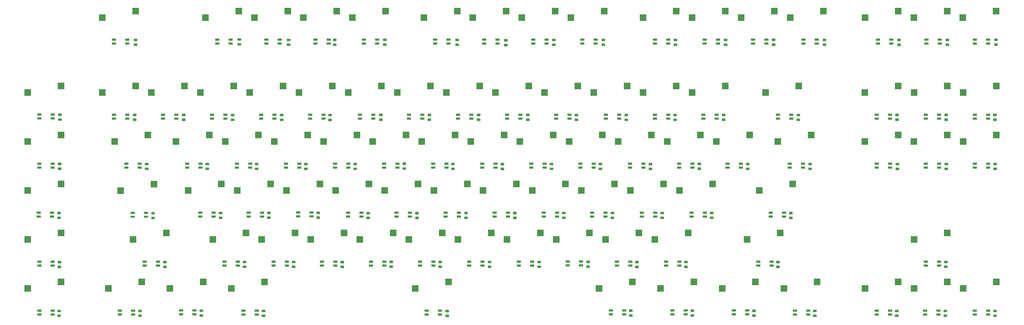
<source format=gbp>
G04 #@! TF.GenerationSoftware,KiCad,Pcbnew,5.1.5+dfsg1-2build2*
G04 #@! TF.CreationDate,2020-08-17T22:58:45+02:00*
G04 #@! TF.ProjectId,PENIS,50454e49-532e-46b6-9963-61645f706362,rev?*
G04 #@! TF.SameCoordinates,Original*
G04 #@! TF.FileFunction,Paste,Bot*
G04 #@! TF.FilePolarity,Positive*
%FSLAX46Y46*%
G04 Gerber Fmt 4.6, Leading zero omitted, Abs format (unit mm)*
G04 Created by KiCad (PCBNEW 5.1.5+dfsg1-2build2) date 2020-08-17 22:58:45*
%MOMM*%
%LPD*%
G04 APERTURE LIST*
%ADD10R,2.550000X2.500000*%
%ADD11C,0.100000*%
G04 APERTURE END LIST*
D10*
X334382000Y-226060000D03*
X321455000Y-228600000D03*
D11*
G36*
X474986037Y-217734395D02*
G01*
X474993997Y-217735576D01*
X475001803Y-217737531D01*
X475009380Y-217740242D01*
X475016655Y-217743682D01*
X475023557Y-217747819D01*
X475030020Y-217752613D01*
X475035983Y-217758017D01*
X475041387Y-217763980D01*
X475046181Y-217770443D01*
X475050318Y-217777345D01*
X475053758Y-217784620D01*
X475056469Y-217792197D01*
X475058424Y-217800003D01*
X475059605Y-217807963D01*
X475060000Y-217816000D01*
X475060000Y-218472000D01*
X475059605Y-218480037D01*
X475058424Y-218487997D01*
X475056469Y-218495803D01*
X475053758Y-218503380D01*
X475050318Y-218510655D01*
X475046181Y-218517557D01*
X475041387Y-218524020D01*
X475035983Y-218529983D01*
X475030020Y-218535387D01*
X475023557Y-218540181D01*
X475016655Y-218544318D01*
X475009380Y-218547758D01*
X475001803Y-218550469D01*
X474993997Y-218552424D01*
X474986037Y-218553605D01*
X474978000Y-218554000D01*
X473542000Y-218554000D01*
X473533963Y-218553605D01*
X473526003Y-218552424D01*
X473518197Y-218550469D01*
X473510620Y-218547758D01*
X473503345Y-218544318D01*
X473496443Y-218540181D01*
X473489980Y-218535387D01*
X473484017Y-218529983D01*
X473478613Y-218524020D01*
X473473819Y-218517557D01*
X473469682Y-218510655D01*
X473466242Y-218503380D01*
X473463531Y-218495803D01*
X473461576Y-218487997D01*
X473460395Y-218480037D01*
X473460000Y-218472000D01*
X473460000Y-217816000D01*
X473460395Y-217807963D01*
X473461576Y-217800003D01*
X473463531Y-217792197D01*
X473466242Y-217784620D01*
X473469682Y-217777345D01*
X473473819Y-217770443D01*
X473478613Y-217763980D01*
X473484017Y-217758017D01*
X473489980Y-217752613D01*
X473496443Y-217747819D01*
X473503345Y-217743682D01*
X473510620Y-217740242D01*
X473518197Y-217737531D01*
X473526003Y-217735576D01*
X473533963Y-217734395D01*
X473542000Y-217734000D01*
X474978000Y-217734000D01*
X474986037Y-217734395D01*
G37*
G36*
X474986037Y-219234395D02*
G01*
X474993997Y-219235576D01*
X475001803Y-219237531D01*
X475009380Y-219240242D01*
X475016655Y-219243682D01*
X475023557Y-219247819D01*
X475030020Y-219252613D01*
X475035983Y-219258017D01*
X475041387Y-219263980D01*
X475046181Y-219270443D01*
X475050318Y-219277345D01*
X475053758Y-219284620D01*
X475056469Y-219292197D01*
X475058424Y-219300003D01*
X475059605Y-219307963D01*
X475060000Y-219316000D01*
X475060000Y-219972000D01*
X475059605Y-219980037D01*
X475058424Y-219987997D01*
X475056469Y-219995803D01*
X475053758Y-220003380D01*
X475050318Y-220010655D01*
X475046181Y-220017557D01*
X475041387Y-220024020D01*
X475035983Y-220029983D01*
X475030020Y-220035387D01*
X475023557Y-220040181D01*
X475016655Y-220044318D01*
X475009380Y-220047758D01*
X475001803Y-220050469D01*
X474993997Y-220052424D01*
X474986037Y-220053605D01*
X474978000Y-220054000D01*
X473542000Y-220054000D01*
X473533963Y-220053605D01*
X473526003Y-220052424D01*
X473518197Y-220050469D01*
X473510620Y-220047758D01*
X473503345Y-220044318D01*
X473496443Y-220040181D01*
X473489980Y-220035387D01*
X473484017Y-220029983D01*
X473478613Y-220024020D01*
X473473819Y-220017557D01*
X473469682Y-220010655D01*
X473466242Y-220003380D01*
X473463531Y-219995803D01*
X473461576Y-219987997D01*
X473460395Y-219980037D01*
X473460000Y-219972000D01*
X473460000Y-219316000D01*
X473460395Y-219307963D01*
X473461576Y-219300003D01*
X473463531Y-219292197D01*
X473466242Y-219284620D01*
X473469682Y-219277345D01*
X473473819Y-219270443D01*
X473478613Y-219263980D01*
X473484017Y-219258017D01*
X473489980Y-219252613D01*
X473496443Y-219247819D01*
X473503345Y-219243682D01*
X473510620Y-219240242D01*
X473518197Y-219237531D01*
X473526003Y-219235576D01*
X473533963Y-219234395D01*
X473542000Y-219234000D01*
X474978000Y-219234000D01*
X474986037Y-219234395D01*
G37*
G36*
X480186037Y-217734395D02*
G01*
X480193997Y-217735576D01*
X480201803Y-217737531D01*
X480209380Y-217740242D01*
X480216655Y-217743682D01*
X480223557Y-217747819D01*
X480230020Y-217752613D01*
X480235983Y-217758017D01*
X480241387Y-217763980D01*
X480246181Y-217770443D01*
X480250318Y-217777345D01*
X480253758Y-217784620D01*
X480256469Y-217792197D01*
X480258424Y-217800003D01*
X480259605Y-217807963D01*
X480260000Y-217816000D01*
X480260000Y-218472000D01*
X480259605Y-218480037D01*
X480258424Y-218487997D01*
X480256469Y-218495803D01*
X480253758Y-218503380D01*
X480250318Y-218510655D01*
X480246181Y-218517557D01*
X480241387Y-218524020D01*
X480235983Y-218529983D01*
X480230020Y-218535387D01*
X480223557Y-218540181D01*
X480216655Y-218544318D01*
X480209380Y-218547758D01*
X480201803Y-218550469D01*
X480193997Y-218552424D01*
X480186037Y-218553605D01*
X480178000Y-218554000D01*
X478742000Y-218554000D01*
X478733963Y-218553605D01*
X478726003Y-218552424D01*
X478718197Y-218550469D01*
X478710620Y-218547758D01*
X478703345Y-218544318D01*
X478696443Y-218540181D01*
X478689980Y-218535387D01*
X478684017Y-218529983D01*
X478678613Y-218524020D01*
X478673819Y-218517557D01*
X478669682Y-218510655D01*
X478666242Y-218503380D01*
X478663531Y-218495803D01*
X478661576Y-218487997D01*
X478660395Y-218480037D01*
X478660000Y-218472000D01*
X478660000Y-217816000D01*
X478660395Y-217807963D01*
X478661576Y-217800003D01*
X478663531Y-217792197D01*
X478666242Y-217784620D01*
X478669682Y-217777345D01*
X478673819Y-217770443D01*
X478678613Y-217763980D01*
X478684017Y-217758017D01*
X478689980Y-217752613D01*
X478696443Y-217747819D01*
X478703345Y-217743682D01*
X478710620Y-217740242D01*
X478718197Y-217737531D01*
X478726003Y-217735576D01*
X478733963Y-217734395D01*
X478742000Y-217734000D01*
X480178000Y-217734000D01*
X480186037Y-217734395D01*
G37*
G36*
X480186037Y-219234395D02*
G01*
X480193997Y-219235576D01*
X480201803Y-219237531D01*
X480209380Y-219240242D01*
X480216655Y-219243682D01*
X480223557Y-219247819D01*
X480230020Y-219252613D01*
X480235983Y-219258017D01*
X480241387Y-219263980D01*
X480246181Y-219270443D01*
X480250318Y-219277345D01*
X480253758Y-219284620D01*
X480256469Y-219292197D01*
X480258424Y-219300003D01*
X480259605Y-219307963D01*
X480260000Y-219316000D01*
X480260000Y-219972000D01*
X480259605Y-219980037D01*
X480258424Y-219987997D01*
X480256469Y-219995803D01*
X480253758Y-220003380D01*
X480250318Y-220010655D01*
X480246181Y-220017557D01*
X480241387Y-220024020D01*
X480235983Y-220029983D01*
X480230020Y-220035387D01*
X480223557Y-220040181D01*
X480216655Y-220044318D01*
X480209380Y-220047758D01*
X480201803Y-220050469D01*
X480193997Y-220052424D01*
X480186037Y-220053605D01*
X480178000Y-220054000D01*
X478742000Y-220054000D01*
X478733963Y-220053605D01*
X478726003Y-220052424D01*
X478718197Y-220050469D01*
X478710620Y-220047758D01*
X478703345Y-220044318D01*
X478696443Y-220040181D01*
X478689980Y-220035387D01*
X478684017Y-220029983D01*
X478678613Y-220024020D01*
X478673819Y-220017557D01*
X478669682Y-220010655D01*
X478666242Y-220003380D01*
X478663531Y-219995803D01*
X478661576Y-219987997D01*
X478660395Y-219980037D01*
X478660000Y-219972000D01*
X478660000Y-219316000D01*
X478660395Y-219307963D01*
X478661576Y-219300003D01*
X478663531Y-219292197D01*
X478666242Y-219284620D01*
X478669682Y-219277345D01*
X478673819Y-219270443D01*
X478678613Y-219263980D01*
X478684017Y-219258017D01*
X478689980Y-219252613D01*
X478696443Y-219247819D01*
X478703345Y-219243682D01*
X478710620Y-219240242D01*
X478718197Y-219237531D01*
X478726003Y-219235576D01*
X478733963Y-219234395D01*
X478742000Y-219234000D01*
X480178000Y-219234000D01*
X480186037Y-219234395D01*
G37*
G36*
X474986037Y-198684395D02*
G01*
X474993997Y-198685576D01*
X475001803Y-198687531D01*
X475009380Y-198690242D01*
X475016655Y-198693682D01*
X475023557Y-198697819D01*
X475030020Y-198702613D01*
X475035983Y-198708017D01*
X475041387Y-198713980D01*
X475046181Y-198720443D01*
X475050318Y-198727345D01*
X475053758Y-198734620D01*
X475056469Y-198742197D01*
X475058424Y-198750003D01*
X475059605Y-198757963D01*
X475060000Y-198766000D01*
X475060000Y-199422000D01*
X475059605Y-199430037D01*
X475058424Y-199437997D01*
X475056469Y-199445803D01*
X475053758Y-199453380D01*
X475050318Y-199460655D01*
X475046181Y-199467557D01*
X475041387Y-199474020D01*
X475035983Y-199479983D01*
X475030020Y-199485387D01*
X475023557Y-199490181D01*
X475016655Y-199494318D01*
X475009380Y-199497758D01*
X475001803Y-199500469D01*
X474993997Y-199502424D01*
X474986037Y-199503605D01*
X474978000Y-199504000D01*
X473542000Y-199504000D01*
X473533963Y-199503605D01*
X473526003Y-199502424D01*
X473518197Y-199500469D01*
X473510620Y-199497758D01*
X473503345Y-199494318D01*
X473496443Y-199490181D01*
X473489980Y-199485387D01*
X473484017Y-199479983D01*
X473478613Y-199474020D01*
X473473819Y-199467557D01*
X473469682Y-199460655D01*
X473466242Y-199453380D01*
X473463531Y-199445803D01*
X473461576Y-199437997D01*
X473460395Y-199430037D01*
X473460000Y-199422000D01*
X473460000Y-198766000D01*
X473460395Y-198757963D01*
X473461576Y-198750003D01*
X473463531Y-198742197D01*
X473466242Y-198734620D01*
X473469682Y-198727345D01*
X473473819Y-198720443D01*
X473478613Y-198713980D01*
X473484017Y-198708017D01*
X473489980Y-198702613D01*
X473496443Y-198697819D01*
X473503345Y-198693682D01*
X473510620Y-198690242D01*
X473518197Y-198687531D01*
X473526003Y-198685576D01*
X473533963Y-198684395D01*
X473542000Y-198684000D01*
X474978000Y-198684000D01*
X474986037Y-198684395D01*
G37*
G36*
X474986037Y-200184395D02*
G01*
X474993997Y-200185576D01*
X475001803Y-200187531D01*
X475009380Y-200190242D01*
X475016655Y-200193682D01*
X475023557Y-200197819D01*
X475030020Y-200202613D01*
X475035983Y-200208017D01*
X475041387Y-200213980D01*
X475046181Y-200220443D01*
X475050318Y-200227345D01*
X475053758Y-200234620D01*
X475056469Y-200242197D01*
X475058424Y-200250003D01*
X475059605Y-200257963D01*
X475060000Y-200266000D01*
X475060000Y-200922000D01*
X475059605Y-200930037D01*
X475058424Y-200937997D01*
X475056469Y-200945803D01*
X475053758Y-200953380D01*
X475050318Y-200960655D01*
X475046181Y-200967557D01*
X475041387Y-200974020D01*
X475035983Y-200979983D01*
X475030020Y-200985387D01*
X475023557Y-200990181D01*
X475016655Y-200994318D01*
X475009380Y-200997758D01*
X475001803Y-201000469D01*
X474993997Y-201002424D01*
X474986037Y-201003605D01*
X474978000Y-201004000D01*
X473542000Y-201004000D01*
X473533963Y-201003605D01*
X473526003Y-201002424D01*
X473518197Y-201000469D01*
X473510620Y-200997758D01*
X473503345Y-200994318D01*
X473496443Y-200990181D01*
X473489980Y-200985387D01*
X473484017Y-200979983D01*
X473478613Y-200974020D01*
X473473819Y-200967557D01*
X473469682Y-200960655D01*
X473466242Y-200953380D01*
X473463531Y-200945803D01*
X473461576Y-200937997D01*
X473460395Y-200930037D01*
X473460000Y-200922000D01*
X473460000Y-200266000D01*
X473460395Y-200257963D01*
X473461576Y-200250003D01*
X473463531Y-200242197D01*
X473466242Y-200234620D01*
X473469682Y-200227345D01*
X473473819Y-200220443D01*
X473478613Y-200213980D01*
X473484017Y-200208017D01*
X473489980Y-200202613D01*
X473496443Y-200197819D01*
X473503345Y-200193682D01*
X473510620Y-200190242D01*
X473518197Y-200187531D01*
X473526003Y-200185576D01*
X473533963Y-200184395D01*
X473542000Y-200184000D01*
X474978000Y-200184000D01*
X474986037Y-200184395D01*
G37*
G36*
X480186037Y-198684395D02*
G01*
X480193997Y-198685576D01*
X480201803Y-198687531D01*
X480209380Y-198690242D01*
X480216655Y-198693682D01*
X480223557Y-198697819D01*
X480230020Y-198702613D01*
X480235983Y-198708017D01*
X480241387Y-198713980D01*
X480246181Y-198720443D01*
X480250318Y-198727345D01*
X480253758Y-198734620D01*
X480256469Y-198742197D01*
X480258424Y-198750003D01*
X480259605Y-198757963D01*
X480260000Y-198766000D01*
X480260000Y-199422000D01*
X480259605Y-199430037D01*
X480258424Y-199437997D01*
X480256469Y-199445803D01*
X480253758Y-199453380D01*
X480250318Y-199460655D01*
X480246181Y-199467557D01*
X480241387Y-199474020D01*
X480235983Y-199479983D01*
X480230020Y-199485387D01*
X480223557Y-199490181D01*
X480216655Y-199494318D01*
X480209380Y-199497758D01*
X480201803Y-199500469D01*
X480193997Y-199502424D01*
X480186037Y-199503605D01*
X480178000Y-199504000D01*
X478742000Y-199504000D01*
X478733963Y-199503605D01*
X478726003Y-199502424D01*
X478718197Y-199500469D01*
X478710620Y-199497758D01*
X478703345Y-199494318D01*
X478696443Y-199490181D01*
X478689980Y-199485387D01*
X478684017Y-199479983D01*
X478678613Y-199474020D01*
X478673819Y-199467557D01*
X478669682Y-199460655D01*
X478666242Y-199453380D01*
X478663531Y-199445803D01*
X478661576Y-199437997D01*
X478660395Y-199430037D01*
X478660000Y-199422000D01*
X478660000Y-198766000D01*
X478660395Y-198757963D01*
X478661576Y-198750003D01*
X478663531Y-198742197D01*
X478666242Y-198734620D01*
X478669682Y-198727345D01*
X478673819Y-198720443D01*
X478678613Y-198713980D01*
X478684017Y-198708017D01*
X478689980Y-198702613D01*
X478696443Y-198697819D01*
X478703345Y-198693682D01*
X478710620Y-198690242D01*
X478718197Y-198687531D01*
X478726003Y-198685576D01*
X478733963Y-198684395D01*
X478742000Y-198684000D01*
X480178000Y-198684000D01*
X480186037Y-198684395D01*
G37*
G36*
X480186037Y-200184395D02*
G01*
X480193997Y-200185576D01*
X480201803Y-200187531D01*
X480209380Y-200190242D01*
X480216655Y-200193682D01*
X480223557Y-200197819D01*
X480230020Y-200202613D01*
X480235983Y-200208017D01*
X480241387Y-200213980D01*
X480246181Y-200220443D01*
X480250318Y-200227345D01*
X480253758Y-200234620D01*
X480256469Y-200242197D01*
X480258424Y-200250003D01*
X480259605Y-200257963D01*
X480260000Y-200266000D01*
X480260000Y-200922000D01*
X480259605Y-200930037D01*
X480258424Y-200937997D01*
X480256469Y-200945803D01*
X480253758Y-200953380D01*
X480250318Y-200960655D01*
X480246181Y-200967557D01*
X480241387Y-200974020D01*
X480235983Y-200979983D01*
X480230020Y-200985387D01*
X480223557Y-200990181D01*
X480216655Y-200994318D01*
X480209380Y-200997758D01*
X480201803Y-201000469D01*
X480193997Y-201002424D01*
X480186037Y-201003605D01*
X480178000Y-201004000D01*
X478742000Y-201004000D01*
X478733963Y-201003605D01*
X478726003Y-201002424D01*
X478718197Y-201000469D01*
X478710620Y-200997758D01*
X478703345Y-200994318D01*
X478696443Y-200990181D01*
X478689980Y-200985387D01*
X478684017Y-200979983D01*
X478678613Y-200974020D01*
X478673819Y-200967557D01*
X478669682Y-200960655D01*
X478666242Y-200953380D01*
X478663531Y-200945803D01*
X478661576Y-200937997D01*
X478660395Y-200930037D01*
X478660000Y-200922000D01*
X478660000Y-200266000D01*
X478660395Y-200257963D01*
X478661576Y-200250003D01*
X478663531Y-200242197D01*
X478666242Y-200234620D01*
X478669682Y-200227345D01*
X478673819Y-200220443D01*
X478678613Y-200213980D01*
X478684017Y-200208017D01*
X478689980Y-200202613D01*
X478696443Y-200197819D01*
X478703345Y-200193682D01*
X478710620Y-200190242D01*
X478718197Y-200187531D01*
X478726003Y-200185576D01*
X478733963Y-200184395D01*
X478742000Y-200184000D01*
X480178000Y-200184000D01*
X480186037Y-200184395D01*
G37*
G36*
X455936037Y-198684395D02*
G01*
X455943997Y-198685576D01*
X455951803Y-198687531D01*
X455959380Y-198690242D01*
X455966655Y-198693682D01*
X455973557Y-198697819D01*
X455980020Y-198702613D01*
X455985983Y-198708017D01*
X455991387Y-198713980D01*
X455996181Y-198720443D01*
X456000318Y-198727345D01*
X456003758Y-198734620D01*
X456006469Y-198742197D01*
X456008424Y-198750003D01*
X456009605Y-198757963D01*
X456010000Y-198766000D01*
X456010000Y-199422000D01*
X456009605Y-199430037D01*
X456008424Y-199437997D01*
X456006469Y-199445803D01*
X456003758Y-199453380D01*
X456000318Y-199460655D01*
X455996181Y-199467557D01*
X455991387Y-199474020D01*
X455985983Y-199479983D01*
X455980020Y-199485387D01*
X455973557Y-199490181D01*
X455966655Y-199494318D01*
X455959380Y-199497758D01*
X455951803Y-199500469D01*
X455943997Y-199502424D01*
X455936037Y-199503605D01*
X455928000Y-199504000D01*
X454492000Y-199504000D01*
X454483963Y-199503605D01*
X454476003Y-199502424D01*
X454468197Y-199500469D01*
X454460620Y-199497758D01*
X454453345Y-199494318D01*
X454446443Y-199490181D01*
X454439980Y-199485387D01*
X454434017Y-199479983D01*
X454428613Y-199474020D01*
X454423819Y-199467557D01*
X454419682Y-199460655D01*
X454416242Y-199453380D01*
X454413531Y-199445803D01*
X454411576Y-199437997D01*
X454410395Y-199430037D01*
X454410000Y-199422000D01*
X454410000Y-198766000D01*
X454410395Y-198757963D01*
X454411576Y-198750003D01*
X454413531Y-198742197D01*
X454416242Y-198734620D01*
X454419682Y-198727345D01*
X454423819Y-198720443D01*
X454428613Y-198713980D01*
X454434017Y-198708017D01*
X454439980Y-198702613D01*
X454446443Y-198697819D01*
X454453345Y-198693682D01*
X454460620Y-198690242D01*
X454468197Y-198687531D01*
X454476003Y-198685576D01*
X454483963Y-198684395D01*
X454492000Y-198684000D01*
X455928000Y-198684000D01*
X455936037Y-198684395D01*
G37*
G36*
X455936037Y-200184395D02*
G01*
X455943997Y-200185576D01*
X455951803Y-200187531D01*
X455959380Y-200190242D01*
X455966655Y-200193682D01*
X455973557Y-200197819D01*
X455980020Y-200202613D01*
X455985983Y-200208017D01*
X455991387Y-200213980D01*
X455996181Y-200220443D01*
X456000318Y-200227345D01*
X456003758Y-200234620D01*
X456006469Y-200242197D01*
X456008424Y-200250003D01*
X456009605Y-200257963D01*
X456010000Y-200266000D01*
X456010000Y-200922000D01*
X456009605Y-200930037D01*
X456008424Y-200937997D01*
X456006469Y-200945803D01*
X456003758Y-200953380D01*
X456000318Y-200960655D01*
X455996181Y-200967557D01*
X455991387Y-200974020D01*
X455985983Y-200979983D01*
X455980020Y-200985387D01*
X455973557Y-200990181D01*
X455966655Y-200994318D01*
X455959380Y-200997758D01*
X455951803Y-201000469D01*
X455943997Y-201002424D01*
X455936037Y-201003605D01*
X455928000Y-201004000D01*
X454492000Y-201004000D01*
X454483963Y-201003605D01*
X454476003Y-201002424D01*
X454468197Y-201000469D01*
X454460620Y-200997758D01*
X454453345Y-200994318D01*
X454446443Y-200990181D01*
X454439980Y-200985387D01*
X454434017Y-200979983D01*
X454428613Y-200974020D01*
X454423819Y-200967557D01*
X454419682Y-200960655D01*
X454416242Y-200953380D01*
X454413531Y-200945803D01*
X454411576Y-200937997D01*
X454410395Y-200930037D01*
X454410000Y-200922000D01*
X454410000Y-200266000D01*
X454410395Y-200257963D01*
X454411576Y-200250003D01*
X454413531Y-200242197D01*
X454416242Y-200234620D01*
X454419682Y-200227345D01*
X454423819Y-200220443D01*
X454428613Y-200213980D01*
X454434017Y-200208017D01*
X454439980Y-200202613D01*
X454446443Y-200197819D01*
X454453345Y-200193682D01*
X454460620Y-200190242D01*
X454468197Y-200187531D01*
X454476003Y-200185576D01*
X454483963Y-200184395D01*
X454492000Y-200184000D01*
X455928000Y-200184000D01*
X455936037Y-200184395D01*
G37*
G36*
X461136037Y-198684395D02*
G01*
X461143997Y-198685576D01*
X461151803Y-198687531D01*
X461159380Y-198690242D01*
X461166655Y-198693682D01*
X461173557Y-198697819D01*
X461180020Y-198702613D01*
X461185983Y-198708017D01*
X461191387Y-198713980D01*
X461196181Y-198720443D01*
X461200318Y-198727345D01*
X461203758Y-198734620D01*
X461206469Y-198742197D01*
X461208424Y-198750003D01*
X461209605Y-198757963D01*
X461210000Y-198766000D01*
X461210000Y-199422000D01*
X461209605Y-199430037D01*
X461208424Y-199437997D01*
X461206469Y-199445803D01*
X461203758Y-199453380D01*
X461200318Y-199460655D01*
X461196181Y-199467557D01*
X461191387Y-199474020D01*
X461185983Y-199479983D01*
X461180020Y-199485387D01*
X461173557Y-199490181D01*
X461166655Y-199494318D01*
X461159380Y-199497758D01*
X461151803Y-199500469D01*
X461143997Y-199502424D01*
X461136037Y-199503605D01*
X461128000Y-199504000D01*
X459692000Y-199504000D01*
X459683963Y-199503605D01*
X459676003Y-199502424D01*
X459668197Y-199500469D01*
X459660620Y-199497758D01*
X459653345Y-199494318D01*
X459646443Y-199490181D01*
X459639980Y-199485387D01*
X459634017Y-199479983D01*
X459628613Y-199474020D01*
X459623819Y-199467557D01*
X459619682Y-199460655D01*
X459616242Y-199453380D01*
X459613531Y-199445803D01*
X459611576Y-199437997D01*
X459610395Y-199430037D01*
X459610000Y-199422000D01*
X459610000Y-198766000D01*
X459610395Y-198757963D01*
X459611576Y-198750003D01*
X459613531Y-198742197D01*
X459616242Y-198734620D01*
X459619682Y-198727345D01*
X459623819Y-198720443D01*
X459628613Y-198713980D01*
X459634017Y-198708017D01*
X459639980Y-198702613D01*
X459646443Y-198697819D01*
X459653345Y-198693682D01*
X459660620Y-198690242D01*
X459668197Y-198687531D01*
X459676003Y-198685576D01*
X459683963Y-198684395D01*
X459692000Y-198684000D01*
X461128000Y-198684000D01*
X461136037Y-198684395D01*
G37*
G36*
X461136037Y-200184395D02*
G01*
X461143997Y-200185576D01*
X461151803Y-200187531D01*
X461159380Y-200190242D01*
X461166655Y-200193682D01*
X461173557Y-200197819D01*
X461180020Y-200202613D01*
X461185983Y-200208017D01*
X461191387Y-200213980D01*
X461196181Y-200220443D01*
X461200318Y-200227345D01*
X461203758Y-200234620D01*
X461206469Y-200242197D01*
X461208424Y-200250003D01*
X461209605Y-200257963D01*
X461210000Y-200266000D01*
X461210000Y-200922000D01*
X461209605Y-200930037D01*
X461208424Y-200937997D01*
X461206469Y-200945803D01*
X461203758Y-200953380D01*
X461200318Y-200960655D01*
X461196181Y-200967557D01*
X461191387Y-200974020D01*
X461185983Y-200979983D01*
X461180020Y-200985387D01*
X461173557Y-200990181D01*
X461166655Y-200994318D01*
X461159380Y-200997758D01*
X461151803Y-201000469D01*
X461143997Y-201002424D01*
X461136037Y-201003605D01*
X461128000Y-201004000D01*
X459692000Y-201004000D01*
X459683963Y-201003605D01*
X459676003Y-201002424D01*
X459668197Y-201000469D01*
X459660620Y-200997758D01*
X459653345Y-200994318D01*
X459646443Y-200990181D01*
X459639980Y-200985387D01*
X459634017Y-200979983D01*
X459628613Y-200974020D01*
X459623819Y-200967557D01*
X459619682Y-200960655D01*
X459616242Y-200953380D01*
X459613531Y-200945803D01*
X459611576Y-200937997D01*
X459610395Y-200930037D01*
X459610000Y-200922000D01*
X459610000Y-200266000D01*
X459610395Y-200257963D01*
X459611576Y-200250003D01*
X459613531Y-200242197D01*
X459616242Y-200234620D01*
X459619682Y-200227345D01*
X459623819Y-200220443D01*
X459628613Y-200213980D01*
X459634017Y-200208017D01*
X459639980Y-200202613D01*
X459646443Y-200197819D01*
X459653345Y-200193682D01*
X459660620Y-200190242D01*
X459668197Y-200187531D01*
X459676003Y-200185576D01*
X459683963Y-200184395D01*
X459692000Y-200184000D01*
X461128000Y-200184000D01*
X461136037Y-200184395D01*
G37*
G36*
X455936037Y-217734395D02*
G01*
X455943997Y-217735576D01*
X455951803Y-217737531D01*
X455959380Y-217740242D01*
X455966655Y-217743682D01*
X455973557Y-217747819D01*
X455980020Y-217752613D01*
X455985983Y-217758017D01*
X455991387Y-217763980D01*
X455996181Y-217770443D01*
X456000318Y-217777345D01*
X456003758Y-217784620D01*
X456006469Y-217792197D01*
X456008424Y-217800003D01*
X456009605Y-217807963D01*
X456010000Y-217816000D01*
X456010000Y-218472000D01*
X456009605Y-218480037D01*
X456008424Y-218487997D01*
X456006469Y-218495803D01*
X456003758Y-218503380D01*
X456000318Y-218510655D01*
X455996181Y-218517557D01*
X455991387Y-218524020D01*
X455985983Y-218529983D01*
X455980020Y-218535387D01*
X455973557Y-218540181D01*
X455966655Y-218544318D01*
X455959380Y-218547758D01*
X455951803Y-218550469D01*
X455943997Y-218552424D01*
X455936037Y-218553605D01*
X455928000Y-218554000D01*
X454492000Y-218554000D01*
X454483963Y-218553605D01*
X454476003Y-218552424D01*
X454468197Y-218550469D01*
X454460620Y-218547758D01*
X454453345Y-218544318D01*
X454446443Y-218540181D01*
X454439980Y-218535387D01*
X454434017Y-218529983D01*
X454428613Y-218524020D01*
X454423819Y-218517557D01*
X454419682Y-218510655D01*
X454416242Y-218503380D01*
X454413531Y-218495803D01*
X454411576Y-218487997D01*
X454410395Y-218480037D01*
X454410000Y-218472000D01*
X454410000Y-217816000D01*
X454410395Y-217807963D01*
X454411576Y-217800003D01*
X454413531Y-217792197D01*
X454416242Y-217784620D01*
X454419682Y-217777345D01*
X454423819Y-217770443D01*
X454428613Y-217763980D01*
X454434017Y-217758017D01*
X454439980Y-217752613D01*
X454446443Y-217747819D01*
X454453345Y-217743682D01*
X454460620Y-217740242D01*
X454468197Y-217737531D01*
X454476003Y-217735576D01*
X454483963Y-217734395D01*
X454492000Y-217734000D01*
X455928000Y-217734000D01*
X455936037Y-217734395D01*
G37*
G36*
X455936037Y-219234395D02*
G01*
X455943997Y-219235576D01*
X455951803Y-219237531D01*
X455959380Y-219240242D01*
X455966655Y-219243682D01*
X455973557Y-219247819D01*
X455980020Y-219252613D01*
X455985983Y-219258017D01*
X455991387Y-219263980D01*
X455996181Y-219270443D01*
X456000318Y-219277345D01*
X456003758Y-219284620D01*
X456006469Y-219292197D01*
X456008424Y-219300003D01*
X456009605Y-219307963D01*
X456010000Y-219316000D01*
X456010000Y-219972000D01*
X456009605Y-219980037D01*
X456008424Y-219987997D01*
X456006469Y-219995803D01*
X456003758Y-220003380D01*
X456000318Y-220010655D01*
X455996181Y-220017557D01*
X455991387Y-220024020D01*
X455985983Y-220029983D01*
X455980020Y-220035387D01*
X455973557Y-220040181D01*
X455966655Y-220044318D01*
X455959380Y-220047758D01*
X455951803Y-220050469D01*
X455943997Y-220052424D01*
X455936037Y-220053605D01*
X455928000Y-220054000D01*
X454492000Y-220054000D01*
X454483963Y-220053605D01*
X454476003Y-220052424D01*
X454468197Y-220050469D01*
X454460620Y-220047758D01*
X454453345Y-220044318D01*
X454446443Y-220040181D01*
X454439980Y-220035387D01*
X454434017Y-220029983D01*
X454428613Y-220024020D01*
X454423819Y-220017557D01*
X454419682Y-220010655D01*
X454416242Y-220003380D01*
X454413531Y-219995803D01*
X454411576Y-219987997D01*
X454410395Y-219980037D01*
X454410000Y-219972000D01*
X454410000Y-219316000D01*
X454410395Y-219307963D01*
X454411576Y-219300003D01*
X454413531Y-219292197D01*
X454416242Y-219284620D01*
X454419682Y-219277345D01*
X454423819Y-219270443D01*
X454428613Y-219263980D01*
X454434017Y-219258017D01*
X454439980Y-219252613D01*
X454446443Y-219247819D01*
X454453345Y-219243682D01*
X454460620Y-219240242D01*
X454468197Y-219237531D01*
X454476003Y-219235576D01*
X454483963Y-219234395D01*
X454492000Y-219234000D01*
X455928000Y-219234000D01*
X455936037Y-219234395D01*
G37*
G36*
X461136037Y-217734395D02*
G01*
X461143997Y-217735576D01*
X461151803Y-217737531D01*
X461159380Y-217740242D01*
X461166655Y-217743682D01*
X461173557Y-217747819D01*
X461180020Y-217752613D01*
X461185983Y-217758017D01*
X461191387Y-217763980D01*
X461196181Y-217770443D01*
X461200318Y-217777345D01*
X461203758Y-217784620D01*
X461206469Y-217792197D01*
X461208424Y-217800003D01*
X461209605Y-217807963D01*
X461210000Y-217816000D01*
X461210000Y-218472000D01*
X461209605Y-218480037D01*
X461208424Y-218487997D01*
X461206469Y-218495803D01*
X461203758Y-218503380D01*
X461200318Y-218510655D01*
X461196181Y-218517557D01*
X461191387Y-218524020D01*
X461185983Y-218529983D01*
X461180020Y-218535387D01*
X461173557Y-218540181D01*
X461166655Y-218544318D01*
X461159380Y-218547758D01*
X461151803Y-218550469D01*
X461143997Y-218552424D01*
X461136037Y-218553605D01*
X461128000Y-218554000D01*
X459692000Y-218554000D01*
X459683963Y-218553605D01*
X459676003Y-218552424D01*
X459668197Y-218550469D01*
X459660620Y-218547758D01*
X459653345Y-218544318D01*
X459646443Y-218540181D01*
X459639980Y-218535387D01*
X459634017Y-218529983D01*
X459628613Y-218524020D01*
X459623819Y-218517557D01*
X459619682Y-218510655D01*
X459616242Y-218503380D01*
X459613531Y-218495803D01*
X459611576Y-218487997D01*
X459610395Y-218480037D01*
X459610000Y-218472000D01*
X459610000Y-217816000D01*
X459610395Y-217807963D01*
X459611576Y-217800003D01*
X459613531Y-217792197D01*
X459616242Y-217784620D01*
X459619682Y-217777345D01*
X459623819Y-217770443D01*
X459628613Y-217763980D01*
X459634017Y-217758017D01*
X459639980Y-217752613D01*
X459646443Y-217747819D01*
X459653345Y-217743682D01*
X459660620Y-217740242D01*
X459668197Y-217737531D01*
X459676003Y-217735576D01*
X459683963Y-217734395D01*
X459692000Y-217734000D01*
X461128000Y-217734000D01*
X461136037Y-217734395D01*
G37*
G36*
X461136037Y-219234395D02*
G01*
X461143997Y-219235576D01*
X461151803Y-219237531D01*
X461159380Y-219240242D01*
X461166655Y-219243682D01*
X461173557Y-219247819D01*
X461180020Y-219252613D01*
X461185983Y-219258017D01*
X461191387Y-219263980D01*
X461196181Y-219270443D01*
X461200318Y-219277345D01*
X461203758Y-219284620D01*
X461206469Y-219292197D01*
X461208424Y-219300003D01*
X461209605Y-219307963D01*
X461210000Y-219316000D01*
X461210000Y-219972000D01*
X461209605Y-219980037D01*
X461208424Y-219987997D01*
X461206469Y-219995803D01*
X461203758Y-220003380D01*
X461200318Y-220010655D01*
X461196181Y-220017557D01*
X461191387Y-220024020D01*
X461185983Y-220029983D01*
X461180020Y-220035387D01*
X461173557Y-220040181D01*
X461166655Y-220044318D01*
X461159380Y-220047758D01*
X461151803Y-220050469D01*
X461143997Y-220052424D01*
X461136037Y-220053605D01*
X461128000Y-220054000D01*
X459692000Y-220054000D01*
X459683963Y-220053605D01*
X459676003Y-220052424D01*
X459668197Y-220050469D01*
X459660620Y-220047758D01*
X459653345Y-220044318D01*
X459646443Y-220040181D01*
X459639980Y-220035387D01*
X459634017Y-220029983D01*
X459628613Y-220024020D01*
X459623819Y-220017557D01*
X459619682Y-220010655D01*
X459616242Y-220003380D01*
X459613531Y-219995803D01*
X459611576Y-219987997D01*
X459610395Y-219980037D01*
X459610000Y-219972000D01*
X459610000Y-219316000D01*
X459610395Y-219307963D01*
X459611576Y-219300003D01*
X459613531Y-219292197D01*
X459616242Y-219284620D01*
X459619682Y-219277345D01*
X459623819Y-219270443D01*
X459628613Y-219263980D01*
X459634017Y-219258017D01*
X459639980Y-219252613D01*
X459646443Y-219247819D01*
X459653345Y-219243682D01*
X459660620Y-219240242D01*
X459668197Y-219237531D01*
X459676003Y-219235576D01*
X459683963Y-219234395D01*
X459692000Y-219234000D01*
X461128000Y-219234000D01*
X461136037Y-219234395D01*
G37*
G36*
X436886037Y-198684395D02*
G01*
X436893997Y-198685576D01*
X436901803Y-198687531D01*
X436909380Y-198690242D01*
X436916655Y-198693682D01*
X436923557Y-198697819D01*
X436930020Y-198702613D01*
X436935983Y-198708017D01*
X436941387Y-198713980D01*
X436946181Y-198720443D01*
X436950318Y-198727345D01*
X436953758Y-198734620D01*
X436956469Y-198742197D01*
X436958424Y-198750003D01*
X436959605Y-198757963D01*
X436960000Y-198766000D01*
X436960000Y-199422000D01*
X436959605Y-199430037D01*
X436958424Y-199437997D01*
X436956469Y-199445803D01*
X436953758Y-199453380D01*
X436950318Y-199460655D01*
X436946181Y-199467557D01*
X436941387Y-199474020D01*
X436935983Y-199479983D01*
X436930020Y-199485387D01*
X436923557Y-199490181D01*
X436916655Y-199494318D01*
X436909380Y-199497758D01*
X436901803Y-199500469D01*
X436893997Y-199502424D01*
X436886037Y-199503605D01*
X436878000Y-199504000D01*
X435442000Y-199504000D01*
X435433963Y-199503605D01*
X435426003Y-199502424D01*
X435418197Y-199500469D01*
X435410620Y-199497758D01*
X435403345Y-199494318D01*
X435396443Y-199490181D01*
X435389980Y-199485387D01*
X435384017Y-199479983D01*
X435378613Y-199474020D01*
X435373819Y-199467557D01*
X435369682Y-199460655D01*
X435366242Y-199453380D01*
X435363531Y-199445803D01*
X435361576Y-199437997D01*
X435360395Y-199430037D01*
X435360000Y-199422000D01*
X435360000Y-198766000D01*
X435360395Y-198757963D01*
X435361576Y-198750003D01*
X435363531Y-198742197D01*
X435366242Y-198734620D01*
X435369682Y-198727345D01*
X435373819Y-198720443D01*
X435378613Y-198713980D01*
X435384017Y-198708017D01*
X435389980Y-198702613D01*
X435396443Y-198697819D01*
X435403345Y-198693682D01*
X435410620Y-198690242D01*
X435418197Y-198687531D01*
X435426003Y-198685576D01*
X435433963Y-198684395D01*
X435442000Y-198684000D01*
X436878000Y-198684000D01*
X436886037Y-198684395D01*
G37*
G36*
X436886037Y-200184395D02*
G01*
X436893997Y-200185576D01*
X436901803Y-200187531D01*
X436909380Y-200190242D01*
X436916655Y-200193682D01*
X436923557Y-200197819D01*
X436930020Y-200202613D01*
X436935983Y-200208017D01*
X436941387Y-200213980D01*
X436946181Y-200220443D01*
X436950318Y-200227345D01*
X436953758Y-200234620D01*
X436956469Y-200242197D01*
X436958424Y-200250003D01*
X436959605Y-200257963D01*
X436960000Y-200266000D01*
X436960000Y-200922000D01*
X436959605Y-200930037D01*
X436958424Y-200937997D01*
X436956469Y-200945803D01*
X436953758Y-200953380D01*
X436950318Y-200960655D01*
X436946181Y-200967557D01*
X436941387Y-200974020D01*
X436935983Y-200979983D01*
X436930020Y-200985387D01*
X436923557Y-200990181D01*
X436916655Y-200994318D01*
X436909380Y-200997758D01*
X436901803Y-201000469D01*
X436893997Y-201002424D01*
X436886037Y-201003605D01*
X436878000Y-201004000D01*
X435442000Y-201004000D01*
X435433963Y-201003605D01*
X435426003Y-201002424D01*
X435418197Y-201000469D01*
X435410620Y-200997758D01*
X435403345Y-200994318D01*
X435396443Y-200990181D01*
X435389980Y-200985387D01*
X435384017Y-200979983D01*
X435378613Y-200974020D01*
X435373819Y-200967557D01*
X435369682Y-200960655D01*
X435366242Y-200953380D01*
X435363531Y-200945803D01*
X435361576Y-200937997D01*
X435360395Y-200930037D01*
X435360000Y-200922000D01*
X435360000Y-200266000D01*
X435360395Y-200257963D01*
X435361576Y-200250003D01*
X435363531Y-200242197D01*
X435366242Y-200234620D01*
X435369682Y-200227345D01*
X435373819Y-200220443D01*
X435378613Y-200213980D01*
X435384017Y-200208017D01*
X435389980Y-200202613D01*
X435396443Y-200197819D01*
X435403345Y-200193682D01*
X435410620Y-200190242D01*
X435418197Y-200187531D01*
X435426003Y-200185576D01*
X435433963Y-200184395D01*
X435442000Y-200184000D01*
X436878000Y-200184000D01*
X436886037Y-200184395D01*
G37*
G36*
X442086037Y-198684395D02*
G01*
X442093997Y-198685576D01*
X442101803Y-198687531D01*
X442109380Y-198690242D01*
X442116655Y-198693682D01*
X442123557Y-198697819D01*
X442130020Y-198702613D01*
X442135983Y-198708017D01*
X442141387Y-198713980D01*
X442146181Y-198720443D01*
X442150318Y-198727345D01*
X442153758Y-198734620D01*
X442156469Y-198742197D01*
X442158424Y-198750003D01*
X442159605Y-198757963D01*
X442160000Y-198766000D01*
X442160000Y-199422000D01*
X442159605Y-199430037D01*
X442158424Y-199437997D01*
X442156469Y-199445803D01*
X442153758Y-199453380D01*
X442150318Y-199460655D01*
X442146181Y-199467557D01*
X442141387Y-199474020D01*
X442135983Y-199479983D01*
X442130020Y-199485387D01*
X442123557Y-199490181D01*
X442116655Y-199494318D01*
X442109380Y-199497758D01*
X442101803Y-199500469D01*
X442093997Y-199502424D01*
X442086037Y-199503605D01*
X442078000Y-199504000D01*
X440642000Y-199504000D01*
X440633963Y-199503605D01*
X440626003Y-199502424D01*
X440618197Y-199500469D01*
X440610620Y-199497758D01*
X440603345Y-199494318D01*
X440596443Y-199490181D01*
X440589980Y-199485387D01*
X440584017Y-199479983D01*
X440578613Y-199474020D01*
X440573819Y-199467557D01*
X440569682Y-199460655D01*
X440566242Y-199453380D01*
X440563531Y-199445803D01*
X440561576Y-199437997D01*
X440560395Y-199430037D01*
X440560000Y-199422000D01*
X440560000Y-198766000D01*
X440560395Y-198757963D01*
X440561576Y-198750003D01*
X440563531Y-198742197D01*
X440566242Y-198734620D01*
X440569682Y-198727345D01*
X440573819Y-198720443D01*
X440578613Y-198713980D01*
X440584017Y-198708017D01*
X440589980Y-198702613D01*
X440596443Y-198697819D01*
X440603345Y-198693682D01*
X440610620Y-198690242D01*
X440618197Y-198687531D01*
X440626003Y-198685576D01*
X440633963Y-198684395D01*
X440642000Y-198684000D01*
X442078000Y-198684000D01*
X442086037Y-198684395D01*
G37*
G36*
X442086037Y-200184395D02*
G01*
X442093997Y-200185576D01*
X442101803Y-200187531D01*
X442109380Y-200190242D01*
X442116655Y-200193682D01*
X442123557Y-200197819D01*
X442130020Y-200202613D01*
X442135983Y-200208017D01*
X442141387Y-200213980D01*
X442146181Y-200220443D01*
X442150318Y-200227345D01*
X442153758Y-200234620D01*
X442156469Y-200242197D01*
X442158424Y-200250003D01*
X442159605Y-200257963D01*
X442160000Y-200266000D01*
X442160000Y-200922000D01*
X442159605Y-200930037D01*
X442158424Y-200937997D01*
X442156469Y-200945803D01*
X442153758Y-200953380D01*
X442150318Y-200960655D01*
X442146181Y-200967557D01*
X442141387Y-200974020D01*
X442135983Y-200979983D01*
X442130020Y-200985387D01*
X442123557Y-200990181D01*
X442116655Y-200994318D01*
X442109380Y-200997758D01*
X442101803Y-201000469D01*
X442093997Y-201002424D01*
X442086037Y-201003605D01*
X442078000Y-201004000D01*
X440642000Y-201004000D01*
X440633963Y-201003605D01*
X440626003Y-201002424D01*
X440618197Y-201000469D01*
X440610620Y-200997758D01*
X440603345Y-200994318D01*
X440596443Y-200990181D01*
X440589980Y-200985387D01*
X440584017Y-200979983D01*
X440578613Y-200974020D01*
X440573819Y-200967557D01*
X440569682Y-200960655D01*
X440566242Y-200953380D01*
X440563531Y-200945803D01*
X440561576Y-200937997D01*
X440560395Y-200930037D01*
X440560000Y-200922000D01*
X440560000Y-200266000D01*
X440560395Y-200257963D01*
X440561576Y-200250003D01*
X440563531Y-200242197D01*
X440566242Y-200234620D01*
X440569682Y-200227345D01*
X440573819Y-200220443D01*
X440578613Y-200213980D01*
X440584017Y-200208017D01*
X440589980Y-200202613D01*
X440596443Y-200197819D01*
X440603345Y-200193682D01*
X440610620Y-200190242D01*
X440618197Y-200187531D01*
X440626003Y-200185576D01*
X440633963Y-200184395D01*
X440642000Y-200184000D01*
X442078000Y-200184000D01*
X442086037Y-200184395D01*
G37*
G36*
X436886037Y-217734395D02*
G01*
X436893997Y-217735576D01*
X436901803Y-217737531D01*
X436909380Y-217740242D01*
X436916655Y-217743682D01*
X436923557Y-217747819D01*
X436930020Y-217752613D01*
X436935983Y-217758017D01*
X436941387Y-217763980D01*
X436946181Y-217770443D01*
X436950318Y-217777345D01*
X436953758Y-217784620D01*
X436956469Y-217792197D01*
X436958424Y-217800003D01*
X436959605Y-217807963D01*
X436960000Y-217816000D01*
X436960000Y-218472000D01*
X436959605Y-218480037D01*
X436958424Y-218487997D01*
X436956469Y-218495803D01*
X436953758Y-218503380D01*
X436950318Y-218510655D01*
X436946181Y-218517557D01*
X436941387Y-218524020D01*
X436935983Y-218529983D01*
X436930020Y-218535387D01*
X436923557Y-218540181D01*
X436916655Y-218544318D01*
X436909380Y-218547758D01*
X436901803Y-218550469D01*
X436893997Y-218552424D01*
X436886037Y-218553605D01*
X436878000Y-218554000D01*
X435442000Y-218554000D01*
X435433963Y-218553605D01*
X435426003Y-218552424D01*
X435418197Y-218550469D01*
X435410620Y-218547758D01*
X435403345Y-218544318D01*
X435396443Y-218540181D01*
X435389980Y-218535387D01*
X435384017Y-218529983D01*
X435378613Y-218524020D01*
X435373819Y-218517557D01*
X435369682Y-218510655D01*
X435366242Y-218503380D01*
X435363531Y-218495803D01*
X435361576Y-218487997D01*
X435360395Y-218480037D01*
X435360000Y-218472000D01*
X435360000Y-217816000D01*
X435360395Y-217807963D01*
X435361576Y-217800003D01*
X435363531Y-217792197D01*
X435366242Y-217784620D01*
X435369682Y-217777345D01*
X435373819Y-217770443D01*
X435378613Y-217763980D01*
X435384017Y-217758017D01*
X435389980Y-217752613D01*
X435396443Y-217747819D01*
X435403345Y-217743682D01*
X435410620Y-217740242D01*
X435418197Y-217737531D01*
X435426003Y-217735576D01*
X435433963Y-217734395D01*
X435442000Y-217734000D01*
X436878000Y-217734000D01*
X436886037Y-217734395D01*
G37*
G36*
X436886037Y-219234395D02*
G01*
X436893997Y-219235576D01*
X436901803Y-219237531D01*
X436909380Y-219240242D01*
X436916655Y-219243682D01*
X436923557Y-219247819D01*
X436930020Y-219252613D01*
X436935983Y-219258017D01*
X436941387Y-219263980D01*
X436946181Y-219270443D01*
X436950318Y-219277345D01*
X436953758Y-219284620D01*
X436956469Y-219292197D01*
X436958424Y-219300003D01*
X436959605Y-219307963D01*
X436960000Y-219316000D01*
X436960000Y-219972000D01*
X436959605Y-219980037D01*
X436958424Y-219987997D01*
X436956469Y-219995803D01*
X436953758Y-220003380D01*
X436950318Y-220010655D01*
X436946181Y-220017557D01*
X436941387Y-220024020D01*
X436935983Y-220029983D01*
X436930020Y-220035387D01*
X436923557Y-220040181D01*
X436916655Y-220044318D01*
X436909380Y-220047758D01*
X436901803Y-220050469D01*
X436893997Y-220052424D01*
X436886037Y-220053605D01*
X436878000Y-220054000D01*
X435442000Y-220054000D01*
X435433963Y-220053605D01*
X435426003Y-220052424D01*
X435418197Y-220050469D01*
X435410620Y-220047758D01*
X435403345Y-220044318D01*
X435396443Y-220040181D01*
X435389980Y-220035387D01*
X435384017Y-220029983D01*
X435378613Y-220024020D01*
X435373819Y-220017557D01*
X435369682Y-220010655D01*
X435366242Y-220003380D01*
X435363531Y-219995803D01*
X435361576Y-219987997D01*
X435360395Y-219980037D01*
X435360000Y-219972000D01*
X435360000Y-219316000D01*
X435360395Y-219307963D01*
X435361576Y-219300003D01*
X435363531Y-219292197D01*
X435366242Y-219284620D01*
X435369682Y-219277345D01*
X435373819Y-219270443D01*
X435378613Y-219263980D01*
X435384017Y-219258017D01*
X435389980Y-219252613D01*
X435396443Y-219247819D01*
X435403345Y-219243682D01*
X435410620Y-219240242D01*
X435418197Y-219237531D01*
X435426003Y-219235576D01*
X435433963Y-219234395D01*
X435442000Y-219234000D01*
X436878000Y-219234000D01*
X436886037Y-219234395D01*
G37*
G36*
X442086037Y-217734395D02*
G01*
X442093997Y-217735576D01*
X442101803Y-217737531D01*
X442109380Y-217740242D01*
X442116655Y-217743682D01*
X442123557Y-217747819D01*
X442130020Y-217752613D01*
X442135983Y-217758017D01*
X442141387Y-217763980D01*
X442146181Y-217770443D01*
X442150318Y-217777345D01*
X442153758Y-217784620D01*
X442156469Y-217792197D01*
X442158424Y-217800003D01*
X442159605Y-217807963D01*
X442160000Y-217816000D01*
X442160000Y-218472000D01*
X442159605Y-218480037D01*
X442158424Y-218487997D01*
X442156469Y-218495803D01*
X442153758Y-218503380D01*
X442150318Y-218510655D01*
X442146181Y-218517557D01*
X442141387Y-218524020D01*
X442135983Y-218529983D01*
X442130020Y-218535387D01*
X442123557Y-218540181D01*
X442116655Y-218544318D01*
X442109380Y-218547758D01*
X442101803Y-218550469D01*
X442093997Y-218552424D01*
X442086037Y-218553605D01*
X442078000Y-218554000D01*
X440642000Y-218554000D01*
X440633963Y-218553605D01*
X440626003Y-218552424D01*
X440618197Y-218550469D01*
X440610620Y-218547758D01*
X440603345Y-218544318D01*
X440596443Y-218540181D01*
X440589980Y-218535387D01*
X440584017Y-218529983D01*
X440578613Y-218524020D01*
X440573819Y-218517557D01*
X440569682Y-218510655D01*
X440566242Y-218503380D01*
X440563531Y-218495803D01*
X440561576Y-218487997D01*
X440560395Y-218480037D01*
X440560000Y-218472000D01*
X440560000Y-217816000D01*
X440560395Y-217807963D01*
X440561576Y-217800003D01*
X440563531Y-217792197D01*
X440566242Y-217784620D01*
X440569682Y-217777345D01*
X440573819Y-217770443D01*
X440578613Y-217763980D01*
X440584017Y-217758017D01*
X440589980Y-217752613D01*
X440596443Y-217747819D01*
X440603345Y-217743682D01*
X440610620Y-217740242D01*
X440618197Y-217737531D01*
X440626003Y-217735576D01*
X440633963Y-217734395D01*
X440642000Y-217734000D01*
X442078000Y-217734000D01*
X442086037Y-217734395D01*
G37*
G36*
X442086037Y-219234395D02*
G01*
X442093997Y-219235576D01*
X442101803Y-219237531D01*
X442109380Y-219240242D01*
X442116655Y-219243682D01*
X442123557Y-219247819D01*
X442130020Y-219252613D01*
X442135983Y-219258017D01*
X442141387Y-219263980D01*
X442146181Y-219270443D01*
X442150318Y-219277345D01*
X442153758Y-219284620D01*
X442156469Y-219292197D01*
X442158424Y-219300003D01*
X442159605Y-219307963D01*
X442160000Y-219316000D01*
X442160000Y-219972000D01*
X442159605Y-219980037D01*
X442158424Y-219987997D01*
X442156469Y-219995803D01*
X442153758Y-220003380D01*
X442150318Y-220010655D01*
X442146181Y-220017557D01*
X442141387Y-220024020D01*
X442135983Y-220029983D01*
X442130020Y-220035387D01*
X442123557Y-220040181D01*
X442116655Y-220044318D01*
X442109380Y-220047758D01*
X442101803Y-220050469D01*
X442093997Y-220052424D01*
X442086037Y-220053605D01*
X442078000Y-220054000D01*
X440642000Y-220054000D01*
X440633963Y-220053605D01*
X440626003Y-220052424D01*
X440618197Y-220050469D01*
X440610620Y-220047758D01*
X440603345Y-220044318D01*
X440596443Y-220040181D01*
X440589980Y-220035387D01*
X440584017Y-220029983D01*
X440578613Y-220024020D01*
X440573819Y-220017557D01*
X440569682Y-220010655D01*
X440566242Y-220003380D01*
X440563531Y-219995803D01*
X440561576Y-219987997D01*
X440560395Y-219980037D01*
X440560000Y-219972000D01*
X440560000Y-219316000D01*
X440560395Y-219307963D01*
X440561576Y-219300003D01*
X440563531Y-219292197D01*
X440566242Y-219284620D01*
X440569682Y-219277345D01*
X440573819Y-219270443D01*
X440578613Y-219263980D01*
X440584017Y-219258017D01*
X440589980Y-219252613D01*
X440596443Y-219247819D01*
X440603345Y-219243682D01*
X440610620Y-219240242D01*
X440618197Y-219237531D01*
X440626003Y-219235576D01*
X440633963Y-219234395D01*
X440642000Y-219234000D01*
X442078000Y-219234000D01*
X442086037Y-219234395D01*
G37*
G36*
X474986037Y-169474395D02*
G01*
X474993997Y-169475576D01*
X475001803Y-169477531D01*
X475009380Y-169480242D01*
X475016655Y-169483682D01*
X475023557Y-169487819D01*
X475030020Y-169492613D01*
X475035983Y-169498017D01*
X475041387Y-169503980D01*
X475046181Y-169510443D01*
X475050318Y-169517345D01*
X475053758Y-169524620D01*
X475056469Y-169532197D01*
X475058424Y-169540003D01*
X475059605Y-169547963D01*
X475060000Y-169556000D01*
X475060000Y-170212000D01*
X475059605Y-170220037D01*
X475058424Y-170227997D01*
X475056469Y-170235803D01*
X475053758Y-170243380D01*
X475050318Y-170250655D01*
X475046181Y-170257557D01*
X475041387Y-170264020D01*
X475035983Y-170269983D01*
X475030020Y-170275387D01*
X475023557Y-170280181D01*
X475016655Y-170284318D01*
X475009380Y-170287758D01*
X475001803Y-170290469D01*
X474993997Y-170292424D01*
X474986037Y-170293605D01*
X474978000Y-170294000D01*
X473542000Y-170294000D01*
X473533963Y-170293605D01*
X473526003Y-170292424D01*
X473518197Y-170290469D01*
X473510620Y-170287758D01*
X473503345Y-170284318D01*
X473496443Y-170280181D01*
X473489980Y-170275387D01*
X473484017Y-170269983D01*
X473478613Y-170264020D01*
X473473819Y-170257557D01*
X473469682Y-170250655D01*
X473466242Y-170243380D01*
X473463531Y-170235803D01*
X473461576Y-170227997D01*
X473460395Y-170220037D01*
X473460000Y-170212000D01*
X473460000Y-169556000D01*
X473460395Y-169547963D01*
X473461576Y-169540003D01*
X473463531Y-169532197D01*
X473466242Y-169524620D01*
X473469682Y-169517345D01*
X473473819Y-169510443D01*
X473478613Y-169503980D01*
X473484017Y-169498017D01*
X473489980Y-169492613D01*
X473496443Y-169487819D01*
X473503345Y-169483682D01*
X473510620Y-169480242D01*
X473518197Y-169477531D01*
X473526003Y-169475576D01*
X473533963Y-169474395D01*
X473542000Y-169474000D01*
X474978000Y-169474000D01*
X474986037Y-169474395D01*
G37*
G36*
X474986037Y-170974395D02*
G01*
X474993997Y-170975576D01*
X475001803Y-170977531D01*
X475009380Y-170980242D01*
X475016655Y-170983682D01*
X475023557Y-170987819D01*
X475030020Y-170992613D01*
X475035983Y-170998017D01*
X475041387Y-171003980D01*
X475046181Y-171010443D01*
X475050318Y-171017345D01*
X475053758Y-171024620D01*
X475056469Y-171032197D01*
X475058424Y-171040003D01*
X475059605Y-171047963D01*
X475060000Y-171056000D01*
X475060000Y-171712000D01*
X475059605Y-171720037D01*
X475058424Y-171727997D01*
X475056469Y-171735803D01*
X475053758Y-171743380D01*
X475050318Y-171750655D01*
X475046181Y-171757557D01*
X475041387Y-171764020D01*
X475035983Y-171769983D01*
X475030020Y-171775387D01*
X475023557Y-171780181D01*
X475016655Y-171784318D01*
X475009380Y-171787758D01*
X475001803Y-171790469D01*
X474993997Y-171792424D01*
X474986037Y-171793605D01*
X474978000Y-171794000D01*
X473542000Y-171794000D01*
X473533963Y-171793605D01*
X473526003Y-171792424D01*
X473518197Y-171790469D01*
X473510620Y-171787758D01*
X473503345Y-171784318D01*
X473496443Y-171780181D01*
X473489980Y-171775387D01*
X473484017Y-171769983D01*
X473478613Y-171764020D01*
X473473819Y-171757557D01*
X473469682Y-171750655D01*
X473466242Y-171743380D01*
X473463531Y-171735803D01*
X473461576Y-171727997D01*
X473460395Y-171720037D01*
X473460000Y-171712000D01*
X473460000Y-171056000D01*
X473460395Y-171047963D01*
X473461576Y-171040003D01*
X473463531Y-171032197D01*
X473466242Y-171024620D01*
X473469682Y-171017345D01*
X473473819Y-171010443D01*
X473478613Y-171003980D01*
X473484017Y-170998017D01*
X473489980Y-170992613D01*
X473496443Y-170987819D01*
X473503345Y-170983682D01*
X473510620Y-170980242D01*
X473518197Y-170977531D01*
X473526003Y-170975576D01*
X473533963Y-170974395D01*
X473542000Y-170974000D01*
X474978000Y-170974000D01*
X474986037Y-170974395D01*
G37*
G36*
X480186037Y-169474395D02*
G01*
X480193997Y-169475576D01*
X480201803Y-169477531D01*
X480209380Y-169480242D01*
X480216655Y-169483682D01*
X480223557Y-169487819D01*
X480230020Y-169492613D01*
X480235983Y-169498017D01*
X480241387Y-169503980D01*
X480246181Y-169510443D01*
X480250318Y-169517345D01*
X480253758Y-169524620D01*
X480256469Y-169532197D01*
X480258424Y-169540003D01*
X480259605Y-169547963D01*
X480260000Y-169556000D01*
X480260000Y-170212000D01*
X480259605Y-170220037D01*
X480258424Y-170227997D01*
X480256469Y-170235803D01*
X480253758Y-170243380D01*
X480250318Y-170250655D01*
X480246181Y-170257557D01*
X480241387Y-170264020D01*
X480235983Y-170269983D01*
X480230020Y-170275387D01*
X480223557Y-170280181D01*
X480216655Y-170284318D01*
X480209380Y-170287758D01*
X480201803Y-170290469D01*
X480193997Y-170292424D01*
X480186037Y-170293605D01*
X480178000Y-170294000D01*
X478742000Y-170294000D01*
X478733963Y-170293605D01*
X478726003Y-170292424D01*
X478718197Y-170290469D01*
X478710620Y-170287758D01*
X478703345Y-170284318D01*
X478696443Y-170280181D01*
X478689980Y-170275387D01*
X478684017Y-170269983D01*
X478678613Y-170264020D01*
X478673819Y-170257557D01*
X478669682Y-170250655D01*
X478666242Y-170243380D01*
X478663531Y-170235803D01*
X478661576Y-170227997D01*
X478660395Y-170220037D01*
X478660000Y-170212000D01*
X478660000Y-169556000D01*
X478660395Y-169547963D01*
X478661576Y-169540003D01*
X478663531Y-169532197D01*
X478666242Y-169524620D01*
X478669682Y-169517345D01*
X478673819Y-169510443D01*
X478678613Y-169503980D01*
X478684017Y-169498017D01*
X478689980Y-169492613D01*
X478696443Y-169487819D01*
X478703345Y-169483682D01*
X478710620Y-169480242D01*
X478718197Y-169477531D01*
X478726003Y-169475576D01*
X478733963Y-169474395D01*
X478742000Y-169474000D01*
X480178000Y-169474000D01*
X480186037Y-169474395D01*
G37*
G36*
X480186037Y-170974395D02*
G01*
X480193997Y-170975576D01*
X480201803Y-170977531D01*
X480209380Y-170980242D01*
X480216655Y-170983682D01*
X480223557Y-170987819D01*
X480230020Y-170992613D01*
X480235983Y-170998017D01*
X480241387Y-171003980D01*
X480246181Y-171010443D01*
X480250318Y-171017345D01*
X480253758Y-171024620D01*
X480256469Y-171032197D01*
X480258424Y-171040003D01*
X480259605Y-171047963D01*
X480260000Y-171056000D01*
X480260000Y-171712000D01*
X480259605Y-171720037D01*
X480258424Y-171727997D01*
X480256469Y-171735803D01*
X480253758Y-171743380D01*
X480250318Y-171750655D01*
X480246181Y-171757557D01*
X480241387Y-171764020D01*
X480235983Y-171769983D01*
X480230020Y-171775387D01*
X480223557Y-171780181D01*
X480216655Y-171784318D01*
X480209380Y-171787758D01*
X480201803Y-171790469D01*
X480193997Y-171792424D01*
X480186037Y-171793605D01*
X480178000Y-171794000D01*
X478742000Y-171794000D01*
X478733963Y-171793605D01*
X478726003Y-171792424D01*
X478718197Y-171790469D01*
X478710620Y-171787758D01*
X478703345Y-171784318D01*
X478696443Y-171780181D01*
X478689980Y-171775387D01*
X478684017Y-171769983D01*
X478678613Y-171764020D01*
X478673819Y-171757557D01*
X478669682Y-171750655D01*
X478666242Y-171743380D01*
X478663531Y-171735803D01*
X478661576Y-171727997D01*
X478660395Y-171720037D01*
X478660000Y-171712000D01*
X478660000Y-171056000D01*
X478660395Y-171047963D01*
X478661576Y-171040003D01*
X478663531Y-171032197D01*
X478666242Y-171024620D01*
X478669682Y-171017345D01*
X478673819Y-171010443D01*
X478678613Y-171003980D01*
X478684017Y-170998017D01*
X478689980Y-170992613D01*
X478696443Y-170987819D01*
X478703345Y-170983682D01*
X478710620Y-170980242D01*
X478718197Y-170977531D01*
X478726003Y-170975576D01*
X478733963Y-170974395D01*
X478742000Y-170974000D01*
X480178000Y-170974000D01*
X480186037Y-170974395D01*
G37*
G36*
X398532037Y-198684395D02*
G01*
X398539997Y-198685576D01*
X398547803Y-198687531D01*
X398555380Y-198690242D01*
X398562655Y-198693682D01*
X398569557Y-198697819D01*
X398576020Y-198702613D01*
X398581983Y-198708017D01*
X398587387Y-198713980D01*
X398592181Y-198720443D01*
X398596318Y-198727345D01*
X398599758Y-198734620D01*
X398602469Y-198742197D01*
X398604424Y-198750003D01*
X398605605Y-198757963D01*
X398606000Y-198766000D01*
X398606000Y-199422000D01*
X398605605Y-199430037D01*
X398604424Y-199437997D01*
X398602469Y-199445803D01*
X398599758Y-199453380D01*
X398596318Y-199460655D01*
X398592181Y-199467557D01*
X398587387Y-199474020D01*
X398581983Y-199479983D01*
X398576020Y-199485387D01*
X398569557Y-199490181D01*
X398562655Y-199494318D01*
X398555380Y-199497758D01*
X398547803Y-199500469D01*
X398539997Y-199502424D01*
X398532037Y-199503605D01*
X398524000Y-199504000D01*
X397088000Y-199504000D01*
X397079963Y-199503605D01*
X397072003Y-199502424D01*
X397064197Y-199500469D01*
X397056620Y-199497758D01*
X397049345Y-199494318D01*
X397042443Y-199490181D01*
X397035980Y-199485387D01*
X397030017Y-199479983D01*
X397024613Y-199474020D01*
X397019819Y-199467557D01*
X397015682Y-199460655D01*
X397012242Y-199453380D01*
X397009531Y-199445803D01*
X397007576Y-199437997D01*
X397006395Y-199430037D01*
X397006000Y-199422000D01*
X397006000Y-198766000D01*
X397006395Y-198757963D01*
X397007576Y-198750003D01*
X397009531Y-198742197D01*
X397012242Y-198734620D01*
X397015682Y-198727345D01*
X397019819Y-198720443D01*
X397024613Y-198713980D01*
X397030017Y-198708017D01*
X397035980Y-198702613D01*
X397042443Y-198697819D01*
X397049345Y-198693682D01*
X397056620Y-198690242D01*
X397064197Y-198687531D01*
X397072003Y-198685576D01*
X397079963Y-198684395D01*
X397088000Y-198684000D01*
X398524000Y-198684000D01*
X398532037Y-198684395D01*
G37*
G36*
X398532037Y-200184395D02*
G01*
X398539997Y-200185576D01*
X398547803Y-200187531D01*
X398555380Y-200190242D01*
X398562655Y-200193682D01*
X398569557Y-200197819D01*
X398576020Y-200202613D01*
X398581983Y-200208017D01*
X398587387Y-200213980D01*
X398592181Y-200220443D01*
X398596318Y-200227345D01*
X398599758Y-200234620D01*
X398602469Y-200242197D01*
X398604424Y-200250003D01*
X398605605Y-200257963D01*
X398606000Y-200266000D01*
X398606000Y-200922000D01*
X398605605Y-200930037D01*
X398604424Y-200937997D01*
X398602469Y-200945803D01*
X398599758Y-200953380D01*
X398596318Y-200960655D01*
X398592181Y-200967557D01*
X398587387Y-200974020D01*
X398581983Y-200979983D01*
X398576020Y-200985387D01*
X398569557Y-200990181D01*
X398562655Y-200994318D01*
X398555380Y-200997758D01*
X398547803Y-201000469D01*
X398539997Y-201002424D01*
X398532037Y-201003605D01*
X398524000Y-201004000D01*
X397088000Y-201004000D01*
X397079963Y-201003605D01*
X397072003Y-201002424D01*
X397064197Y-201000469D01*
X397056620Y-200997758D01*
X397049345Y-200994318D01*
X397042443Y-200990181D01*
X397035980Y-200985387D01*
X397030017Y-200979983D01*
X397024613Y-200974020D01*
X397019819Y-200967557D01*
X397015682Y-200960655D01*
X397012242Y-200953380D01*
X397009531Y-200945803D01*
X397007576Y-200937997D01*
X397006395Y-200930037D01*
X397006000Y-200922000D01*
X397006000Y-200266000D01*
X397006395Y-200257963D01*
X397007576Y-200250003D01*
X397009531Y-200242197D01*
X397012242Y-200234620D01*
X397015682Y-200227345D01*
X397019819Y-200220443D01*
X397024613Y-200213980D01*
X397030017Y-200208017D01*
X397035980Y-200202613D01*
X397042443Y-200197819D01*
X397049345Y-200193682D01*
X397056620Y-200190242D01*
X397064197Y-200187531D01*
X397072003Y-200185576D01*
X397079963Y-200184395D01*
X397088000Y-200184000D01*
X398524000Y-200184000D01*
X398532037Y-200184395D01*
G37*
G36*
X403732037Y-198684395D02*
G01*
X403739997Y-198685576D01*
X403747803Y-198687531D01*
X403755380Y-198690242D01*
X403762655Y-198693682D01*
X403769557Y-198697819D01*
X403776020Y-198702613D01*
X403781983Y-198708017D01*
X403787387Y-198713980D01*
X403792181Y-198720443D01*
X403796318Y-198727345D01*
X403799758Y-198734620D01*
X403802469Y-198742197D01*
X403804424Y-198750003D01*
X403805605Y-198757963D01*
X403806000Y-198766000D01*
X403806000Y-199422000D01*
X403805605Y-199430037D01*
X403804424Y-199437997D01*
X403802469Y-199445803D01*
X403799758Y-199453380D01*
X403796318Y-199460655D01*
X403792181Y-199467557D01*
X403787387Y-199474020D01*
X403781983Y-199479983D01*
X403776020Y-199485387D01*
X403769557Y-199490181D01*
X403762655Y-199494318D01*
X403755380Y-199497758D01*
X403747803Y-199500469D01*
X403739997Y-199502424D01*
X403732037Y-199503605D01*
X403724000Y-199504000D01*
X402288000Y-199504000D01*
X402279963Y-199503605D01*
X402272003Y-199502424D01*
X402264197Y-199500469D01*
X402256620Y-199497758D01*
X402249345Y-199494318D01*
X402242443Y-199490181D01*
X402235980Y-199485387D01*
X402230017Y-199479983D01*
X402224613Y-199474020D01*
X402219819Y-199467557D01*
X402215682Y-199460655D01*
X402212242Y-199453380D01*
X402209531Y-199445803D01*
X402207576Y-199437997D01*
X402206395Y-199430037D01*
X402206000Y-199422000D01*
X402206000Y-198766000D01*
X402206395Y-198757963D01*
X402207576Y-198750003D01*
X402209531Y-198742197D01*
X402212242Y-198734620D01*
X402215682Y-198727345D01*
X402219819Y-198720443D01*
X402224613Y-198713980D01*
X402230017Y-198708017D01*
X402235980Y-198702613D01*
X402242443Y-198697819D01*
X402249345Y-198693682D01*
X402256620Y-198690242D01*
X402264197Y-198687531D01*
X402272003Y-198685576D01*
X402279963Y-198684395D01*
X402288000Y-198684000D01*
X403724000Y-198684000D01*
X403732037Y-198684395D01*
G37*
G36*
X403732037Y-200184395D02*
G01*
X403739997Y-200185576D01*
X403747803Y-200187531D01*
X403755380Y-200190242D01*
X403762655Y-200193682D01*
X403769557Y-200197819D01*
X403776020Y-200202613D01*
X403781983Y-200208017D01*
X403787387Y-200213980D01*
X403792181Y-200220443D01*
X403796318Y-200227345D01*
X403799758Y-200234620D01*
X403802469Y-200242197D01*
X403804424Y-200250003D01*
X403805605Y-200257963D01*
X403806000Y-200266000D01*
X403806000Y-200922000D01*
X403805605Y-200930037D01*
X403804424Y-200937997D01*
X403802469Y-200945803D01*
X403799758Y-200953380D01*
X403796318Y-200960655D01*
X403792181Y-200967557D01*
X403787387Y-200974020D01*
X403781983Y-200979983D01*
X403776020Y-200985387D01*
X403769557Y-200990181D01*
X403762655Y-200994318D01*
X403755380Y-200997758D01*
X403747803Y-201000469D01*
X403739997Y-201002424D01*
X403732037Y-201003605D01*
X403724000Y-201004000D01*
X402288000Y-201004000D01*
X402279963Y-201003605D01*
X402272003Y-201002424D01*
X402264197Y-201000469D01*
X402256620Y-200997758D01*
X402249345Y-200994318D01*
X402242443Y-200990181D01*
X402235980Y-200985387D01*
X402230017Y-200979983D01*
X402224613Y-200974020D01*
X402219819Y-200967557D01*
X402215682Y-200960655D01*
X402212242Y-200953380D01*
X402209531Y-200945803D01*
X402207576Y-200937997D01*
X402206395Y-200930037D01*
X402206000Y-200922000D01*
X402206000Y-200266000D01*
X402206395Y-200257963D01*
X402207576Y-200250003D01*
X402209531Y-200242197D01*
X402212242Y-200234620D01*
X402215682Y-200227345D01*
X402219819Y-200220443D01*
X402224613Y-200213980D01*
X402230017Y-200208017D01*
X402235980Y-200202613D01*
X402242443Y-200197819D01*
X402249345Y-200193682D01*
X402256620Y-200190242D01*
X402264197Y-200187531D01*
X402272003Y-200185576D01*
X402279963Y-200184395D01*
X402288000Y-200184000D01*
X403724000Y-200184000D01*
X403732037Y-200184395D01*
G37*
G36*
X403104037Y-217734395D02*
G01*
X403111997Y-217735576D01*
X403119803Y-217737531D01*
X403127380Y-217740242D01*
X403134655Y-217743682D01*
X403141557Y-217747819D01*
X403148020Y-217752613D01*
X403153983Y-217758017D01*
X403159387Y-217763980D01*
X403164181Y-217770443D01*
X403168318Y-217777345D01*
X403171758Y-217784620D01*
X403174469Y-217792197D01*
X403176424Y-217800003D01*
X403177605Y-217807963D01*
X403178000Y-217816000D01*
X403178000Y-218472000D01*
X403177605Y-218480037D01*
X403176424Y-218487997D01*
X403174469Y-218495803D01*
X403171758Y-218503380D01*
X403168318Y-218510655D01*
X403164181Y-218517557D01*
X403159387Y-218524020D01*
X403153983Y-218529983D01*
X403148020Y-218535387D01*
X403141557Y-218540181D01*
X403134655Y-218544318D01*
X403127380Y-218547758D01*
X403119803Y-218550469D01*
X403111997Y-218552424D01*
X403104037Y-218553605D01*
X403096000Y-218554000D01*
X401660000Y-218554000D01*
X401651963Y-218553605D01*
X401644003Y-218552424D01*
X401636197Y-218550469D01*
X401628620Y-218547758D01*
X401621345Y-218544318D01*
X401614443Y-218540181D01*
X401607980Y-218535387D01*
X401602017Y-218529983D01*
X401596613Y-218524020D01*
X401591819Y-218517557D01*
X401587682Y-218510655D01*
X401584242Y-218503380D01*
X401581531Y-218495803D01*
X401579576Y-218487997D01*
X401578395Y-218480037D01*
X401578000Y-218472000D01*
X401578000Y-217816000D01*
X401578395Y-217807963D01*
X401579576Y-217800003D01*
X401581531Y-217792197D01*
X401584242Y-217784620D01*
X401587682Y-217777345D01*
X401591819Y-217770443D01*
X401596613Y-217763980D01*
X401602017Y-217758017D01*
X401607980Y-217752613D01*
X401614443Y-217747819D01*
X401621345Y-217743682D01*
X401628620Y-217740242D01*
X401636197Y-217737531D01*
X401644003Y-217735576D01*
X401651963Y-217734395D01*
X401660000Y-217734000D01*
X403096000Y-217734000D01*
X403104037Y-217734395D01*
G37*
G36*
X403104037Y-219234395D02*
G01*
X403111997Y-219235576D01*
X403119803Y-219237531D01*
X403127380Y-219240242D01*
X403134655Y-219243682D01*
X403141557Y-219247819D01*
X403148020Y-219252613D01*
X403153983Y-219258017D01*
X403159387Y-219263980D01*
X403164181Y-219270443D01*
X403168318Y-219277345D01*
X403171758Y-219284620D01*
X403174469Y-219292197D01*
X403176424Y-219300003D01*
X403177605Y-219307963D01*
X403178000Y-219316000D01*
X403178000Y-219972000D01*
X403177605Y-219980037D01*
X403176424Y-219987997D01*
X403174469Y-219995803D01*
X403171758Y-220003380D01*
X403168318Y-220010655D01*
X403164181Y-220017557D01*
X403159387Y-220024020D01*
X403153983Y-220029983D01*
X403148020Y-220035387D01*
X403141557Y-220040181D01*
X403134655Y-220044318D01*
X403127380Y-220047758D01*
X403119803Y-220050469D01*
X403111997Y-220052424D01*
X403104037Y-220053605D01*
X403096000Y-220054000D01*
X401660000Y-220054000D01*
X401651963Y-220053605D01*
X401644003Y-220052424D01*
X401636197Y-220050469D01*
X401628620Y-220047758D01*
X401621345Y-220044318D01*
X401614443Y-220040181D01*
X401607980Y-220035387D01*
X401602017Y-220029983D01*
X401596613Y-220024020D01*
X401591819Y-220017557D01*
X401587682Y-220010655D01*
X401584242Y-220003380D01*
X401581531Y-219995803D01*
X401579576Y-219987997D01*
X401578395Y-219980037D01*
X401578000Y-219972000D01*
X401578000Y-219316000D01*
X401578395Y-219307963D01*
X401579576Y-219300003D01*
X401581531Y-219292197D01*
X401584242Y-219284620D01*
X401587682Y-219277345D01*
X401591819Y-219270443D01*
X401596613Y-219263980D01*
X401602017Y-219258017D01*
X401607980Y-219252613D01*
X401614443Y-219247819D01*
X401621345Y-219243682D01*
X401628620Y-219240242D01*
X401636197Y-219237531D01*
X401644003Y-219235576D01*
X401651963Y-219234395D01*
X401660000Y-219234000D01*
X403096000Y-219234000D01*
X403104037Y-219234395D01*
G37*
G36*
X408304037Y-217734395D02*
G01*
X408311997Y-217735576D01*
X408319803Y-217737531D01*
X408327380Y-217740242D01*
X408334655Y-217743682D01*
X408341557Y-217747819D01*
X408348020Y-217752613D01*
X408353983Y-217758017D01*
X408359387Y-217763980D01*
X408364181Y-217770443D01*
X408368318Y-217777345D01*
X408371758Y-217784620D01*
X408374469Y-217792197D01*
X408376424Y-217800003D01*
X408377605Y-217807963D01*
X408378000Y-217816000D01*
X408378000Y-218472000D01*
X408377605Y-218480037D01*
X408376424Y-218487997D01*
X408374469Y-218495803D01*
X408371758Y-218503380D01*
X408368318Y-218510655D01*
X408364181Y-218517557D01*
X408359387Y-218524020D01*
X408353983Y-218529983D01*
X408348020Y-218535387D01*
X408341557Y-218540181D01*
X408334655Y-218544318D01*
X408327380Y-218547758D01*
X408319803Y-218550469D01*
X408311997Y-218552424D01*
X408304037Y-218553605D01*
X408296000Y-218554000D01*
X406860000Y-218554000D01*
X406851963Y-218553605D01*
X406844003Y-218552424D01*
X406836197Y-218550469D01*
X406828620Y-218547758D01*
X406821345Y-218544318D01*
X406814443Y-218540181D01*
X406807980Y-218535387D01*
X406802017Y-218529983D01*
X406796613Y-218524020D01*
X406791819Y-218517557D01*
X406787682Y-218510655D01*
X406784242Y-218503380D01*
X406781531Y-218495803D01*
X406779576Y-218487997D01*
X406778395Y-218480037D01*
X406778000Y-218472000D01*
X406778000Y-217816000D01*
X406778395Y-217807963D01*
X406779576Y-217800003D01*
X406781531Y-217792197D01*
X406784242Y-217784620D01*
X406787682Y-217777345D01*
X406791819Y-217770443D01*
X406796613Y-217763980D01*
X406802017Y-217758017D01*
X406807980Y-217752613D01*
X406814443Y-217747819D01*
X406821345Y-217743682D01*
X406828620Y-217740242D01*
X406836197Y-217737531D01*
X406844003Y-217735576D01*
X406851963Y-217734395D01*
X406860000Y-217734000D01*
X408296000Y-217734000D01*
X408304037Y-217734395D01*
G37*
G36*
X408304037Y-219234395D02*
G01*
X408311997Y-219235576D01*
X408319803Y-219237531D01*
X408327380Y-219240242D01*
X408334655Y-219243682D01*
X408341557Y-219247819D01*
X408348020Y-219252613D01*
X408353983Y-219258017D01*
X408359387Y-219263980D01*
X408364181Y-219270443D01*
X408368318Y-219277345D01*
X408371758Y-219284620D01*
X408374469Y-219292197D01*
X408376424Y-219300003D01*
X408377605Y-219307963D01*
X408378000Y-219316000D01*
X408378000Y-219972000D01*
X408377605Y-219980037D01*
X408376424Y-219987997D01*
X408374469Y-219995803D01*
X408371758Y-220003380D01*
X408368318Y-220010655D01*
X408364181Y-220017557D01*
X408359387Y-220024020D01*
X408353983Y-220029983D01*
X408348020Y-220035387D01*
X408341557Y-220040181D01*
X408334655Y-220044318D01*
X408327380Y-220047758D01*
X408319803Y-220050469D01*
X408311997Y-220052424D01*
X408304037Y-220053605D01*
X408296000Y-220054000D01*
X406860000Y-220054000D01*
X406851963Y-220053605D01*
X406844003Y-220052424D01*
X406836197Y-220050469D01*
X406828620Y-220047758D01*
X406821345Y-220044318D01*
X406814443Y-220040181D01*
X406807980Y-220035387D01*
X406802017Y-220029983D01*
X406796613Y-220024020D01*
X406791819Y-220017557D01*
X406787682Y-220010655D01*
X406784242Y-220003380D01*
X406781531Y-219995803D01*
X406779576Y-219987997D01*
X406778395Y-219980037D01*
X406778000Y-219972000D01*
X406778000Y-219316000D01*
X406778395Y-219307963D01*
X406779576Y-219300003D01*
X406781531Y-219292197D01*
X406784242Y-219284620D01*
X406787682Y-219277345D01*
X406791819Y-219270443D01*
X406796613Y-219263980D01*
X406802017Y-219258017D01*
X406807980Y-219252613D01*
X406814443Y-219247819D01*
X406821345Y-219243682D01*
X406828620Y-219240242D01*
X406836197Y-219237531D01*
X406844003Y-219235576D01*
X406851963Y-219234395D01*
X406860000Y-219234000D01*
X408296000Y-219234000D01*
X408304037Y-219234395D01*
G37*
G36*
X456190037Y-169474395D02*
G01*
X456197997Y-169475576D01*
X456205803Y-169477531D01*
X456213380Y-169480242D01*
X456220655Y-169483682D01*
X456227557Y-169487819D01*
X456234020Y-169492613D01*
X456239983Y-169498017D01*
X456245387Y-169503980D01*
X456250181Y-169510443D01*
X456254318Y-169517345D01*
X456257758Y-169524620D01*
X456260469Y-169532197D01*
X456262424Y-169540003D01*
X456263605Y-169547963D01*
X456264000Y-169556000D01*
X456264000Y-170212000D01*
X456263605Y-170220037D01*
X456262424Y-170227997D01*
X456260469Y-170235803D01*
X456257758Y-170243380D01*
X456254318Y-170250655D01*
X456250181Y-170257557D01*
X456245387Y-170264020D01*
X456239983Y-170269983D01*
X456234020Y-170275387D01*
X456227557Y-170280181D01*
X456220655Y-170284318D01*
X456213380Y-170287758D01*
X456205803Y-170290469D01*
X456197997Y-170292424D01*
X456190037Y-170293605D01*
X456182000Y-170294000D01*
X454746000Y-170294000D01*
X454737963Y-170293605D01*
X454730003Y-170292424D01*
X454722197Y-170290469D01*
X454714620Y-170287758D01*
X454707345Y-170284318D01*
X454700443Y-170280181D01*
X454693980Y-170275387D01*
X454688017Y-170269983D01*
X454682613Y-170264020D01*
X454677819Y-170257557D01*
X454673682Y-170250655D01*
X454670242Y-170243380D01*
X454667531Y-170235803D01*
X454665576Y-170227997D01*
X454664395Y-170220037D01*
X454664000Y-170212000D01*
X454664000Y-169556000D01*
X454664395Y-169547963D01*
X454665576Y-169540003D01*
X454667531Y-169532197D01*
X454670242Y-169524620D01*
X454673682Y-169517345D01*
X454677819Y-169510443D01*
X454682613Y-169503980D01*
X454688017Y-169498017D01*
X454693980Y-169492613D01*
X454700443Y-169487819D01*
X454707345Y-169483682D01*
X454714620Y-169480242D01*
X454722197Y-169477531D01*
X454730003Y-169475576D01*
X454737963Y-169474395D01*
X454746000Y-169474000D01*
X456182000Y-169474000D01*
X456190037Y-169474395D01*
G37*
G36*
X456190037Y-170974395D02*
G01*
X456197997Y-170975576D01*
X456205803Y-170977531D01*
X456213380Y-170980242D01*
X456220655Y-170983682D01*
X456227557Y-170987819D01*
X456234020Y-170992613D01*
X456239983Y-170998017D01*
X456245387Y-171003980D01*
X456250181Y-171010443D01*
X456254318Y-171017345D01*
X456257758Y-171024620D01*
X456260469Y-171032197D01*
X456262424Y-171040003D01*
X456263605Y-171047963D01*
X456264000Y-171056000D01*
X456264000Y-171712000D01*
X456263605Y-171720037D01*
X456262424Y-171727997D01*
X456260469Y-171735803D01*
X456257758Y-171743380D01*
X456254318Y-171750655D01*
X456250181Y-171757557D01*
X456245387Y-171764020D01*
X456239983Y-171769983D01*
X456234020Y-171775387D01*
X456227557Y-171780181D01*
X456220655Y-171784318D01*
X456213380Y-171787758D01*
X456205803Y-171790469D01*
X456197997Y-171792424D01*
X456190037Y-171793605D01*
X456182000Y-171794000D01*
X454746000Y-171794000D01*
X454737963Y-171793605D01*
X454730003Y-171792424D01*
X454722197Y-171790469D01*
X454714620Y-171787758D01*
X454707345Y-171784318D01*
X454700443Y-171780181D01*
X454693980Y-171775387D01*
X454688017Y-171769983D01*
X454682613Y-171764020D01*
X454677819Y-171757557D01*
X454673682Y-171750655D01*
X454670242Y-171743380D01*
X454667531Y-171735803D01*
X454665576Y-171727997D01*
X454664395Y-171720037D01*
X454664000Y-171712000D01*
X454664000Y-171056000D01*
X454664395Y-171047963D01*
X454665576Y-171040003D01*
X454667531Y-171032197D01*
X454670242Y-171024620D01*
X454673682Y-171017345D01*
X454677819Y-171010443D01*
X454682613Y-171003980D01*
X454688017Y-170998017D01*
X454693980Y-170992613D01*
X454700443Y-170987819D01*
X454707345Y-170983682D01*
X454714620Y-170980242D01*
X454722197Y-170977531D01*
X454730003Y-170975576D01*
X454737963Y-170974395D01*
X454746000Y-170974000D01*
X456182000Y-170974000D01*
X456190037Y-170974395D01*
G37*
G36*
X461390037Y-169474395D02*
G01*
X461397997Y-169475576D01*
X461405803Y-169477531D01*
X461413380Y-169480242D01*
X461420655Y-169483682D01*
X461427557Y-169487819D01*
X461434020Y-169492613D01*
X461439983Y-169498017D01*
X461445387Y-169503980D01*
X461450181Y-169510443D01*
X461454318Y-169517345D01*
X461457758Y-169524620D01*
X461460469Y-169532197D01*
X461462424Y-169540003D01*
X461463605Y-169547963D01*
X461464000Y-169556000D01*
X461464000Y-170212000D01*
X461463605Y-170220037D01*
X461462424Y-170227997D01*
X461460469Y-170235803D01*
X461457758Y-170243380D01*
X461454318Y-170250655D01*
X461450181Y-170257557D01*
X461445387Y-170264020D01*
X461439983Y-170269983D01*
X461434020Y-170275387D01*
X461427557Y-170280181D01*
X461420655Y-170284318D01*
X461413380Y-170287758D01*
X461405803Y-170290469D01*
X461397997Y-170292424D01*
X461390037Y-170293605D01*
X461382000Y-170294000D01*
X459946000Y-170294000D01*
X459937963Y-170293605D01*
X459930003Y-170292424D01*
X459922197Y-170290469D01*
X459914620Y-170287758D01*
X459907345Y-170284318D01*
X459900443Y-170280181D01*
X459893980Y-170275387D01*
X459888017Y-170269983D01*
X459882613Y-170264020D01*
X459877819Y-170257557D01*
X459873682Y-170250655D01*
X459870242Y-170243380D01*
X459867531Y-170235803D01*
X459865576Y-170227997D01*
X459864395Y-170220037D01*
X459864000Y-170212000D01*
X459864000Y-169556000D01*
X459864395Y-169547963D01*
X459865576Y-169540003D01*
X459867531Y-169532197D01*
X459870242Y-169524620D01*
X459873682Y-169517345D01*
X459877819Y-169510443D01*
X459882613Y-169503980D01*
X459888017Y-169498017D01*
X459893980Y-169492613D01*
X459900443Y-169487819D01*
X459907345Y-169483682D01*
X459914620Y-169480242D01*
X459922197Y-169477531D01*
X459930003Y-169475576D01*
X459937963Y-169474395D01*
X459946000Y-169474000D01*
X461382000Y-169474000D01*
X461390037Y-169474395D01*
G37*
G36*
X461390037Y-170974395D02*
G01*
X461397997Y-170975576D01*
X461405803Y-170977531D01*
X461413380Y-170980242D01*
X461420655Y-170983682D01*
X461427557Y-170987819D01*
X461434020Y-170992613D01*
X461439983Y-170998017D01*
X461445387Y-171003980D01*
X461450181Y-171010443D01*
X461454318Y-171017345D01*
X461457758Y-171024620D01*
X461460469Y-171032197D01*
X461462424Y-171040003D01*
X461463605Y-171047963D01*
X461464000Y-171056000D01*
X461464000Y-171712000D01*
X461463605Y-171720037D01*
X461462424Y-171727997D01*
X461460469Y-171735803D01*
X461457758Y-171743380D01*
X461454318Y-171750655D01*
X461450181Y-171757557D01*
X461445387Y-171764020D01*
X461439983Y-171769983D01*
X461434020Y-171775387D01*
X461427557Y-171780181D01*
X461420655Y-171784318D01*
X461413380Y-171787758D01*
X461405803Y-171790469D01*
X461397997Y-171792424D01*
X461390037Y-171793605D01*
X461382000Y-171794000D01*
X459946000Y-171794000D01*
X459937963Y-171793605D01*
X459930003Y-171792424D01*
X459922197Y-171790469D01*
X459914620Y-171787758D01*
X459907345Y-171784318D01*
X459900443Y-171780181D01*
X459893980Y-171775387D01*
X459888017Y-171769983D01*
X459882613Y-171764020D01*
X459877819Y-171757557D01*
X459873682Y-171750655D01*
X459870242Y-171743380D01*
X459867531Y-171735803D01*
X459865576Y-171727997D01*
X459864395Y-171720037D01*
X459864000Y-171712000D01*
X459864000Y-171056000D01*
X459864395Y-171047963D01*
X459865576Y-171040003D01*
X459867531Y-171032197D01*
X459870242Y-171024620D01*
X459873682Y-171017345D01*
X459877819Y-171010443D01*
X459882613Y-171003980D01*
X459888017Y-170998017D01*
X459893980Y-170992613D01*
X459900443Y-170987819D01*
X459907345Y-170983682D01*
X459914620Y-170980242D01*
X459922197Y-170977531D01*
X459930003Y-170975576D01*
X459937963Y-170974395D01*
X459946000Y-170974000D01*
X461382000Y-170974000D01*
X461390037Y-170974395D01*
G37*
G36*
X369576037Y-198684395D02*
G01*
X369583997Y-198685576D01*
X369591803Y-198687531D01*
X369599380Y-198690242D01*
X369606655Y-198693682D01*
X369613557Y-198697819D01*
X369620020Y-198702613D01*
X369625983Y-198708017D01*
X369631387Y-198713980D01*
X369636181Y-198720443D01*
X369640318Y-198727345D01*
X369643758Y-198734620D01*
X369646469Y-198742197D01*
X369648424Y-198750003D01*
X369649605Y-198757963D01*
X369650000Y-198766000D01*
X369650000Y-199422000D01*
X369649605Y-199430037D01*
X369648424Y-199437997D01*
X369646469Y-199445803D01*
X369643758Y-199453380D01*
X369640318Y-199460655D01*
X369636181Y-199467557D01*
X369631387Y-199474020D01*
X369625983Y-199479983D01*
X369620020Y-199485387D01*
X369613557Y-199490181D01*
X369606655Y-199494318D01*
X369599380Y-199497758D01*
X369591803Y-199500469D01*
X369583997Y-199502424D01*
X369576037Y-199503605D01*
X369568000Y-199504000D01*
X368132000Y-199504000D01*
X368123963Y-199503605D01*
X368116003Y-199502424D01*
X368108197Y-199500469D01*
X368100620Y-199497758D01*
X368093345Y-199494318D01*
X368086443Y-199490181D01*
X368079980Y-199485387D01*
X368074017Y-199479983D01*
X368068613Y-199474020D01*
X368063819Y-199467557D01*
X368059682Y-199460655D01*
X368056242Y-199453380D01*
X368053531Y-199445803D01*
X368051576Y-199437997D01*
X368050395Y-199430037D01*
X368050000Y-199422000D01*
X368050000Y-198766000D01*
X368050395Y-198757963D01*
X368051576Y-198750003D01*
X368053531Y-198742197D01*
X368056242Y-198734620D01*
X368059682Y-198727345D01*
X368063819Y-198720443D01*
X368068613Y-198713980D01*
X368074017Y-198708017D01*
X368079980Y-198702613D01*
X368086443Y-198697819D01*
X368093345Y-198693682D01*
X368100620Y-198690242D01*
X368108197Y-198687531D01*
X368116003Y-198685576D01*
X368123963Y-198684395D01*
X368132000Y-198684000D01*
X369568000Y-198684000D01*
X369576037Y-198684395D01*
G37*
G36*
X369576037Y-200184395D02*
G01*
X369583997Y-200185576D01*
X369591803Y-200187531D01*
X369599380Y-200190242D01*
X369606655Y-200193682D01*
X369613557Y-200197819D01*
X369620020Y-200202613D01*
X369625983Y-200208017D01*
X369631387Y-200213980D01*
X369636181Y-200220443D01*
X369640318Y-200227345D01*
X369643758Y-200234620D01*
X369646469Y-200242197D01*
X369648424Y-200250003D01*
X369649605Y-200257963D01*
X369650000Y-200266000D01*
X369650000Y-200922000D01*
X369649605Y-200930037D01*
X369648424Y-200937997D01*
X369646469Y-200945803D01*
X369643758Y-200953380D01*
X369640318Y-200960655D01*
X369636181Y-200967557D01*
X369631387Y-200974020D01*
X369625983Y-200979983D01*
X369620020Y-200985387D01*
X369613557Y-200990181D01*
X369606655Y-200994318D01*
X369599380Y-200997758D01*
X369591803Y-201000469D01*
X369583997Y-201002424D01*
X369576037Y-201003605D01*
X369568000Y-201004000D01*
X368132000Y-201004000D01*
X368123963Y-201003605D01*
X368116003Y-201002424D01*
X368108197Y-201000469D01*
X368100620Y-200997758D01*
X368093345Y-200994318D01*
X368086443Y-200990181D01*
X368079980Y-200985387D01*
X368074017Y-200979983D01*
X368068613Y-200974020D01*
X368063819Y-200967557D01*
X368059682Y-200960655D01*
X368056242Y-200953380D01*
X368053531Y-200945803D01*
X368051576Y-200937997D01*
X368050395Y-200930037D01*
X368050000Y-200922000D01*
X368050000Y-200266000D01*
X368050395Y-200257963D01*
X368051576Y-200250003D01*
X368053531Y-200242197D01*
X368056242Y-200234620D01*
X368059682Y-200227345D01*
X368063819Y-200220443D01*
X368068613Y-200213980D01*
X368074017Y-200208017D01*
X368079980Y-200202613D01*
X368086443Y-200197819D01*
X368093345Y-200193682D01*
X368100620Y-200190242D01*
X368108197Y-200187531D01*
X368116003Y-200185576D01*
X368123963Y-200184395D01*
X368132000Y-200184000D01*
X369568000Y-200184000D01*
X369576037Y-200184395D01*
G37*
G36*
X374776037Y-198684395D02*
G01*
X374783997Y-198685576D01*
X374791803Y-198687531D01*
X374799380Y-198690242D01*
X374806655Y-198693682D01*
X374813557Y-198697819D01*
X374820020Y-198702613D01*
X374825983Y-198708017D01*
X374831387Y-198713980D01*
X374836181Y-198720443D01*
X374840318Y-198727345D01*
X374843758Y-198734620D01*
X374846469Y-198742197D01*
X374848424Y-198750003D01*
X374849605Y-198757963D01*
X374850000Y-198766000D01*
X374850000Y-199422000D01*
X374849605Y-199430037D01*
X374848424Y-199437997D01*
X374846469Y-199445803D01*
X374843758Y-199453380D01*
X374840318Y-199460655D01*
X374836181Y-199467557D01*
X374831387Y-199474020D01*
X374825983Y-199479983D01*
X374820020Y-199485387D01*
X374813557Y-199490181D01*
X374806655Y-199494318D01*
X374799380Y-199497758D01*
X374791803Y-199500469D01*
X374783997Y-199502424D01*
X374776037Y-199503605D01*
X374768000Y-199504000D01*
X373332000Y-199504000D01*
X373323963Y-199503605D01*
X373316003Y-199502424D01*
X373308197Y-199500469D01*
X373300620Y-199497758D01*
X373293345Y-199494318D01*
X373286443Y-199490181D01*
X373279980Y-199485387D01*
X373274017Y-199479983D01*
X373268613Y-199474020D01*
X373263819Y-199467557D01*
X373259682Y-199460655D01*
X373256242Y-199453380D01*
X373253531Y-199445803D01*
X373251576Y-199437997D01*
X373250395Y-199430037D01*
X373250000Y-199422000D01*
X373250000Y-198766000D01*
X373250395Y-198757963D01*
X373251576Y-198750003D01*
X373253531Y-198742197D01*
X373256242Y-198734620D01*
X373259682Y-198727345D01*
X373263819Y-198720443D01*
X373268613Y-198713980D01*
X373274017Y-198708017D01*
X373279980Y-198702613D01*
X373286443Y-198697819D01*
X373293345Y-198693682D01*
X373300620Y-198690242D01*
X373308197Y-198687531D01*
X373316003Y-198685576D01*
X373323963Y-198684395D01*
X373332000Y-198684000D01*
X374768000Y-198684000D01*
X374776037Y-198684395D01*
G37*
G36*
X374776037Y-200184395D02*
G01*
X374783997Y-200185576D01*
X374791803Y-200187531D01*
X374799380Y-200190242D01*
X374806655Y-200193682D01*
X374813557Y-200197819D01*
X374820020Y-200202613D01*
X374825983Y-200208017D01*
X374831387Y-200213980D01*
X374836181Y-200220443D01*
X374840318Y-200227345D01*
X374843758Y-200234620D01*
X374846469Y-200242197D01*
X374848424Y-200250003D01*
X374849605Y-200257963D01*
X374850000Y-200266000D01*
X374850000Y-200922000D01*
X374849605Y-200930037D01*
X374848424Y-200937997D01*
X374846469Y-200945803D01*
X374843758Y-200953380D01*
X374840318Y-200960655D01*
X374836181Y-200967557D01*
X374831387Y-200974020D01*
X374825983Y-200979983D01*
X374820020Y-200985387D01*
X374813557Y-200990181D01*
X374806655Y-200994318D01*
X374799380Y-200997758D01*
X374791803Y-201000469D01*
X374783997Y-201002424D01*
X374776037Y-201003605D01*
X374768000Y-201004000D01*
X373332000Y-201004000D01*
X373323963Y-201003605D01*
X373316003Y-201002424D01*
X373308197Y-201000469D01*
X373300620Y-200997758D01*
X373293345Y-200994318D01*
X373286443Y-200990181D01*
X373279980Y-200985387D01*
X373274017Y-200979983D01*
X373268613Y-200974020D01*
X373263819Y-200967557D01*
X373259682Y-200960655D01*
X373256242Y-200953380D01*
X373253531Y-200945803D01*
X373251576Y-200937997D01*
X373250395Y-200930037D01*
X373250000Y-200922000D01*
X373250000Y-200266000D01*
X373250395Y-200257963D01*
X373251576Y-200250003D01*
X373253531Y-200242197D01*
X373256242Y-200234620D01*
X373259682Y-200227345D01*
X373263819Y-200220443D01*
X373268613Y-200213980D01*
X373274017Y-200208017D01*
X373279980Y-200202613D01*
X373286443Y-200197819D01*
X373293345Y-200193682D01*
X373300620Y-200190242D01*
X373308197Y-200187531D01*
X373316003Y-200185576D01*
X373323963Y-200184395D01*
X373332000Y-200184000D01*
X374768000Y-200184000D01*
X374776037Y-200184395D01*
G37*
G36*
X378974037Y-217734395D02*
G01*
X378981997Y-217735576D01*
X378989803Y-217737531D01*
X378997380Y-217740242D01*
X379004655Y-217743682D01*
X379011557Y-217747819D01*
X379018020Y-217752613D01*
X379023983Y-217758017D01*
X379029387Y-217763980D01*
X379034181Y-217770443D01*
X379038318Y-217777345D01*
X379041758Y-217784620D01*
X379044469Y-217792197D01*
X379046424Y-217800003D01*
X379047605Y-217807963D01*
X379048000Y-217816000D01*
X379048000Y-218472000D01*
X379047605Y-218480037D01*
X379046424Y-218487997D01*
X379044469Y-218495803D01*
X379041758Y-218503380D01*
X379038318Y-218510655D01*
X379034181Y-218517557D01*
X379029387Y-218524020D01*
X379023983Y-218529983D01*
X379018020Y-218535387D01*
X379011557Y-218540181D01*
X379004655Y-218544318D01*
X378997380Y-218547758D01*
X378989803Y-218550469D01*
X378981997Y-218552424D01*
X378974037Y-218553605D01*
X378966000Y-218554000D01*
X377530000Y-218554000D01*
X377521963Y-218553605D01*
X377514003Y-218552424D01*
X377506197Y-218550469D01*
X377498620Y-218547758D01*
X377491345Y-218544318D01*
X377484443Y-218540181D01*
X377477980Y-218535387D01*
X377472017Y-218529983D01*
X377466613Y-218524020D01*
X377461819Y-218517557D01*
X377457682Y-218510655D01*
X377454242Y-218503380D01*
X377451531Y-218495803D01*
X377449576Y-218487997D01*
X377448395Y-218480037D01*
X377448000Y-218472000D01*
X377448000Y-217816000D01*
X377448395Y-217807963D01*
X377449576Y-217800003D01*
X377451531Y-217792197D01*
X377454242Y-217784620D01*
X377457682Y-217777345D01*
X377461819Y-217770443D01*
X377466613Y-217763980D01*
X377472017Y-217758017D01*
X377477980Y-217752613D01*
X377484443Y-217747819D01*
X377491345Y-217743682D01*
X377498620Y-217740242D01*
X377506197Y-217737531D01*
X377514003Y-217735576D01*
X377521963Y-217734395D01*
X377530000Y-217734000D01*
X378966000Y-217734000D01*
X378974037Y-217734395D01*
G37*
G36*
X378974037Y-219234395D02*
G01*
X378981997Y-219235576D01*
X378989803Y-219237531D01*
X378997380Y-219240242D01*
X379004655Y-219243682D01*
X379011557Y-219247819D01*
X379018020Y-219252613D01*
X379023983Y-219258017D01*
X379029387Y-219263980D01*
X379034181Y-219270443D01*
X379038318Y-219277345D01*
X379041758Y-219284620D01*
X379044469Y-219292197D01*
X379046424Y-219300003D01*
X379047605Y-219307963D01*
X379048000Y-219316000D01*
X379048000Y-219972000D01*
X379047605Y-219980037D01*
X379046424Y-219987997D01*
X379044469Y-219995803D01*
X379041758Y-220003380D01*
X379038318Y-220010655D01*
X379034181Y-220017557D01*
X379029387Y-220024020D01*
X379023983Y-220029983D01*
X379018020Y-220035387D01*
X379011557Y-220040181D01*
X379004655Y-220044318D01*
X378997380Y-220047758D01*
X378989803Y-220050469D01*
X378981997Y-220052424D01*
X378974037Y-220053605D01*
X378966000Y-220054000D01*
X377530000Y-220054000D01*
X377521963Y-220053605D01*
X377514003Y-220052424D01*
X377506197Y-220050469D01*
X377498620Y-220047758D01*
X377491345Y-220044318D01*
X377484443Y-220040181D01*
X377477980Y-220035387D01*
X377472017Y-220029983D01*
X377466613Y-220024020D01*
X377461819Y-220017557D01*
X377457682Y-220010655D01*
X377454242Y-220003380D01*
X377451531Y-219995803D01*
X377449576Y-219987997D01*
X377448395Y-219980037D01*
X377448000Y-219972000D01*
X377448000Y-219316000D01*
X377448395Y-219307963D01*
X377449576Y-219300003D01*
X377451531Y-219292197D01*
X377454242Y-219284620D01*
X377457682Y-219277345D01*
X377461819Y-219270443D01*
X377466613Y-219263980D01*
X377472017Y-219258017D01*
X377477980Y-219252613D01*
X377484443Y-219247819D01*
X377491345Y-219243682D01*
X377498620Y-219240242D01*
X377506197Y-219237531D01*
X377514003Y-219235576D01*
X377521963Y-219234395D01*
X377530000Y-219234000D01*
X378966000Y-219234000D01*
X378974037Y-219234395D01*
G37*
G36*
X384174037Y-217734395D02*
G01*
X384181997Y-217735576D01*
X384189803Y-217737531D01*
X384197380Y-217740242D01*
X384204655Y-217743682D01*
X384211557Y-217747819D01*
X384218020Y-217752613D01*
X384223983Y-217758017D01*
X384229387Y-217763980D01*
X384234181Y-217770443D01*
X384238318Y-217777345D01*
X384241758Y-217784620D01*
X384244469Y-217792197D01*
X384246424Y-217800003D01*
X384247605Y-217807963D01*
X384248000Y-217816000D01*
X384248000Y-218472000D01*
X384247605Y-218480037D01*
X384246424Y-218487997D01*
X384244469Y-218495803D01*
X384241758Y-218503380D01*
X384238318Y-218510655D01*
X384234181Y-218517557D01*
X384229387Y-218524020D01*
X384223983Y-218529983D01*
X384218020Y-218535387D01*
X384211557Y-218540181D01*
X384204655Y-218544318D01*
X384197380Y-218547758D01*
X384189803Y-218550469D01*
X384181997Y-218552424D01*
X384174037Y-218553605D01*
X384166000Y-218554000D01*
X382730000Y-218554000D01*
X382721963Y-218553605D01*
X382714003Y-218552424D01*
X382706197Y-218550469D01*
X382698620Y-218547758D01*
X382691345Y-218544318D01*
X382684443Y-218540181D01*
X382677980Y-218535387D01*
X382672017Y-218529983D01*
X382666613Y-218524020D01*
X382661819Y-218517557D01*
X382657682Y-218510655D01*
X382654242Y-218503380D01*
X382651531Y-218495803D01*
X382649576Y-218487997D01*
X382648395Y-218480037D01*
X382648000Y-218472000D01*
X382648000Y-217816000D01*
X382648395Y-217807963D01*
X382649576Y-217800003D01*
X382651531Y-217792197D01*
X382654242Y-217784620D01*
X382657682Y-217777345D01*
X382661819Y-217770443D01*
X382666613Y-217763980D01*
X382672017Y-217758017D01*
X382677980Y-217752613D01*
X382684443Y-217747819D01*
X382691345Y-217743682D01*
X382698620Y-217740242D01*
X382706197Y-217737531D01*
X382714003Y-217735576D01*
X382721963Y-217734395D01*
X382730000Y-217734000D01*
X384166000Y-217734000D01*
X384174037Y-217734395D01*
G37*
G36*
X384174037Y-219234395D02*
G01*
X384181997Y-219235576D01*
X384189803Y-219237531D01*
X384197380Y-219240242D01*
X384204655Y-219243682D01*
X384211557Y-219247819D01*
X384218020Y-219252613D01*
X384223983Y-219258017D01*
X384229387Y-219263980D01*
X384234181Y-219270443D01*
X384238318Y-219277345D01*
X384241758Y-219284620D01*
X384244469Y-219292197D01*
X384246424Y-219300003D01*
X384247605Y-219307963D01*
X384248000Y-219316000D01*
X384248000Y-219972000D01*
X384247605Y-219980037D01*
X384246424Y-219987997D01*
X384244469Y-219995803D01*
X384241758Y-220003380D01*
X384238318Y-220010655D01*
X384234181Y-220017557D01*
X384229387Y-220024020D01*
X384223983Y-220029983D01*
X384218020Y-220035387D01*
X384211557Y-220040181D01*
X384204655Y-220044318D01*
X384197380Y-220047758D01*
X384189803Y-220050469D01*
X384181997Y-220052424D01*
X384174037Y-220053605D01*
X384166000Y-220054000D01*
X382730000Y-220054000D01*
X382721963Y-220053605D01*
X382714003Y-220052424D01*
X382706197Y-220050469D01*
X382698620Y-220047758D01*
X382691345Y-220044318D01*
X382684443Y-220040181D01*
X382677980Y-220035387D01*
X382672017Y-220029983D01*
X382666613Y-220024020D01*
X382661819Y-220017557D01*
X382657682Y-220010655D01*
X382654242Y-220003380D01*
X382651531Y-219995803D01*
X382649576Y-219987997D01*
X382648395Y-219980037D01*
X382648000Y-219972000D01*
X382648000Y-219316000D01*
X382648395Y-219307963D01*
X382649576Y-219300003D01*
X382651531Y-219292197D01*
X382654242Y-219284620D01*
X382657682Y-219277345D01*
X382661819Y-219270443D01*
X382666613Y-219263980D01*
X382672017Y-219258017D01*
X382677980Y-219252613D01*
X382684443Y-219247819D01*
X382691345Y-219243682D01*
X382698620Y-219240242D01*
X382706197Y-219237531D01*
X382714003Y-219235576D01*
X382721963Y-219234395D01*
X382730000Y-219234000D01*
X384166000Y-219234000D01*
X384174037Y-219234395D01*
G37*
G36*
X437394037Y-169474395D02*
G01*
X437401997Y-169475576D01*
X437409803Y-169477531D01*
X437417380Y-169480242D01*
X437424655Y-169483682D01*
X437431557Y-169487819D01*
X437438020Y-169492613D01*
X437443983Y-169498017D01*
X437449387Y-169503980D01*
X437454181Y-169510443D01*
X437458318Y-169517345D01*
X437461758Y-169524620D01*
X437464469Y-169532197D01*
X437466424Y-169540003D01*
X437467605Y-169547963D01*
X437468000Y-169556000D01*
X437468000Y-170212000D01*
X437467605Y-170220037D01*
X437466424Y-170227997D01*
X437464469Y-170235803D01*
X437461758Y-170243380D01*
X437458318Y-170250655D01*
X437454181Y-170257557D01*
X437449387Y-170264020D01*
X437443983Y-170269983D01*
X437438020Y-170275387D01*
X437431557Y-170280181D01*
X437424655Y-170284318D01*
X437417380Y-170287758D01*
X437409803Y-170290469D01*
X437401997Y-170292424D01*
X437394037Y-170293605D01*
X437386000Y-170294000D01*
X435950000Y-170294000D01*
X435941963Y-170293605D01*
X435934003Y-170292424D01*
X435926197Y-170290469D01*
X435918620Y-170287758D01*
X435911345Y-170284318D01*
X435904443Y-170280181D01*
X435897980Y-170275387D01*
X435892017Y-170269983D01*
X435886613Y-170264020D01*
X435881819Y-170257557D01*
X435877682Y-170250655D01*
X435874242Y-170243380D01*
X435871531Y-170235803D01*
X435869576Y-170227997D01*
X435868395Y-170220037D01*
X435868000Y-170212000D01*
X435868000Y-169556000D01*
X435868395Y-169547963D01*
X435869576Y-169540003D01*
X435871531Y-169532197D01*
X435874242Y-169524620D01*
X435877682Y-169517345D01*
X435881819Y-169510443D01*
X435886613Y-169503980D01*
X435892017Y-169498017D01*
X435897980Y-169492613D01*
X435904443Y-169487819D01*
X435911345Y-169483682D01*
X435918620Y-169480242D01*
X435926197Y-169477531D01*
X435934003Y-169475576D01*
X435941963Y-169474395D01*
X435950000Y-169474000D01*
X437386000Y-169474000D01*
X437394037Y-169474395D01*
G37*
G36*
X437394037Y-170974395D02*
G01*
X437401997Y-170975576D01*
X437409803Y-170977531D01*
X437417380Y-170980242D01*
X437424655Y-170983682D01*
X437431557Y-170987819D01*
X437438020Y-170992613D01*
X437443983Y-170998017D01*
X437449387Y-171003980D01*
X437454181Y-171010443D01*
X437458318Y-171017345D01*
X437461758Y-171024620D01*
X437464469Y-171032197D01*
X437466424Y-171040003D01*
X437467605Y-171047963D01*
X437468000Y-171056000D01*
X437468000Y-171712000D01*
X437467605Y-171720037D01*
X437466424Y-171727997D01*
X437464469Y-171735803D01*
X437461758Y-171743380D01*
X437458318Y-171750655D01*
X437454181Y-171757557D01*
X437449387Y-171764020D01*
X437443983Y-171769983D01*
X437438020Y-171775387D01*
X437431557Y-171780181D01*
X437424655Y-171784318D01*
X437417380Y-171787758D01*
X437409803Y-171790469D01*
X437401997Y-171792424D01*
X437394037Y-171793605D01*
X437386000Y-171794000D01*
X435950000Y-171794000D01*
X435941963Y-171793605D01*
X435934003Y-171792424D01*
X435926197Y-171790469D01*
X435918620Y-171787758D01*
X435911345Y-171784318D01*
X435904443Y-171780181D01*
X435897980Y-171775387D01*
X435892017Y-171769983D01*
X435886613Y-171764020D01*
X435881819Y-171757557D01*
X435877682Y-171750655D01*
X435874242Y-171743380D01*
X435871531Y-171735803D01*
X435869576Y-171727997D01*
X435868395Y-171720037D01*
X435868000Y-171712000D01*
X435868000Y-171056000D01*
X435868395Y-171047963D01*
X435869576Y-171040003D01*
X435871531Y-171032197D01*
X435874242Y-171024620D01*
X435877682Y-171017345D01*
X435881819Y-171010443D01*
X435886613Y-171003980D01*
X435892017Y-170998017D01*
X435897980Y-170992613D01*
X435904443Y-170987819D01*
X435911345Y-170983682D01*
X435918620Y-170980242D01*
X435926197Y-170977531D01*
X435934003Y-170975576D01*
X435941963Y-170974395D01*
X435950000Y-170974000D01*
X437386000Y-170974000D01*
X437394037Y-170974395D01*
G37*
G36*
X442594037Y-169474395D02*
G01*
X442601997Y-169475576D01*
X442609803Y-169477531D01*
X442617380Y-169480242D01*
X442624655Y-169483682D01*
X442631557Y-169487819D01*
X442638020Y-169492613D01*
X442643983Y-169498017D01*
X442649387Y-169503980D01*
X442654181Y-169510443D01*
X442658318Y-169517345D01*
X442661758Y-169524620D01*
X442664469Y-169532197D01*
X442666424Y-169540003D01*
X442667605Y-169547963D01*
X442668000Y-169556000D01*
X442668000Y-170212000D01*
X442667605Y-170220037D01*
X442666424Y-170227997D01*
X442664469Y-170235803D01*
X442661758Y-170243380D01*
X442658318Y-170250655D01*
X442654181Y-170257557D01*
X442649387Y-170264020D01*
X442643983Y-170269983D01*
X442638020Y-170275387D01*
X442631557Y-170280181D01*
X442624655Y-170284318D01*
X442617380Y-170287758D01*
X442609803Y-170290469D01*
X442601997Y-170292424D01*
X442594037Y-170293605D01*
X442586000Y-170294000D01*
X441150000Y-170294000D01*
X441141963Y-170293605D01*
X441134003Y-170292424D01*
X441126197Y-170290469D01*
X441118620Y-170287758D01*
X441111345Y-170284318D01*
X441104443Y-170280181D01*
X441097980Y-170275387D01*
X441092017Y-170269983D01*
X441086613Y-170264020D01*
X441081819Y-170257557D01*
X441077682Y-170250655D01*
X441074242Y-170243380D01*
X441071531Y-170235803D01*
X441069576Y-170227997D01*
X441068395Y-170220037D01*
X441068000Y-170212000D01*
X441068000Y-169556000D01*
X441068395Y-169547963D01*
X441069576Y-169540003D01*
X441071531Y-169532197D01*
X441074242Y-169524620D01*
X441077682Y-169517345D01*
X441081819Y-169510443D01*
X441086613Y-169503980D01*
X441092017Y-169498017D01*
X441097980Y-169492613D01*
X441104443Y-169487819D01*
X441111345Y-169483682D01*
X441118620Y-169480242D01*
X441126197Y-169477531D01*
X441134003Y-169475576D01*
X441141963Y-169474395D01*
X441150000Y-169474000D01*
X442586000Y-169474000D01*
X442594037Y-169474395D01*
G37*
G36*
X442594037Y-170974395D02*
G01*
X442601997Y-170975576D01*
X442609803Y-170977531D01*
X442617380Y-170980242D01*
X442624655Y-170983682D01*
X442631557Y-170987819D01*
X442638020Y-170992613D01*
X442643983Y-170998017D01*
X442649387Y-171003980D01*
X442654181Y-171010443D01*
X442658318Y-171017345D01*
X442661758Y-171024620D01*
X442664469Y-171032197D01*
X442666424Y-171040003D01*
X442667605Y-171047963D01*
X442668000Y-171056000D01*
X442668000Y-171712000D01*
X442667605Y-171720037D01*
X442666424Y-171727997D01*
X442664469Y-171735803D01*
X442661758Y-171743380D01*
X442658318Y-171750655D01*
X442654181Y-171757557D01*
X442649387Y-171764020D01*
X442643983Y-171769983D01*
X442638020Y-171775387D01*
X442631557Y-171780181D01*
X442624655Y-171784318D01*
X442617380Y-171787758D01*
X442609803Y-171790469D01*
X442601997Y-171792424D01*
X442594037Y-171793605D01*
X442586000Y-171794000D01*
X441150000Y-171794000D01*
X441141963Y-171793605D01*
X441134003Y-171792424D01*
X441126197Y-171790469D01*
X441118620Y-171787758D01*
X441111345Y-171784318D01*
X441104443Y-171780181D01*
X441097980Y-171775387D01*
X441092017Y-171769983D01*
X441086613Y-171764020D01*
X441081819Y-171757557D01*
X441077682Y-171750655D01*
X441074242Y-171743380D01*
X441071531Y-171735803D01*
X441069576Y-171727997D01*
X441068395Y-171720037D01*
X441068000Y-171712000D01*
X441068000Y-171056000D01*
X441068395Y-171047963D01*
X441069576Y-171040003D01*
X441071531Y-171032197D01*
X441074242Y-171024620D01*
X441077682Y-171017345D01*
X441081819Y-171010443D01*
X441086613Y-171003980D01*
X441092017Y-170998017D01*
X441097980Y-170992613D01*
X441104443Y-170987819D01*
X441111345Y-170983682D01*
X441118620Y-170980242D01*
X441126197Y-170977531D01*
X441134003Y-170975576D01*
X441141963Y-170974395D01*
X441150000Y-170974000D01*
X442586000Y-170974000D01*
X442594037Y-170974395D01*
G37*
G36*
X455936037Y-255834395D02*
G01*
X455943997Y-255835576D01*
X455951803Y-255837531D01*
X455959380Y-255840242D01*
X455966655Y-255843682D01*
X455973557Y-255847819D01*
X455980020Y-255852613D01*
X455985983Y-255858017D01*
X455991387Y-255863980D01*
X455996181Y-255870443D01*
X456000318Y-255877345D01*
X456003758Y-255884620D01*
X456006469Y-255892197D01*
X456008424Y-255900003D01*
X456009605Y-255907963D01*
X456010000Y-255916000D01*
X456010000Y-256572000D01*
X456009605Y-256580037D01*
X456008424Y-256587997D01*
X456006469Y-256595803D01*
X456003758Y-256603380D01*
X456000318Y-256610655D01*
X455996181Y-256617557D01*
X455991387Y-256624020D01*
X455985983Y-256629983D01*
X455980020Y-256635387D01*
X455973557Y-256640181D01*
X455966655Y-256644318D01*
X455959380Y-256647758D01*
X455951803Y-256650469D01*
X455943997Y-256652424D01*
X455936037Y-256653605D01*
X455928000Y-256654000D01*
X454492000Y-256654000D01*
X454483963Y-256653605D01*
X454476003Y-256652424D01*
X454468197Y-256650469D01*
X454460620Y-256647758D01*
X454453345Y-256644318D01*
X454446443Y-256640181D01*
X454439980Y-256635387D01*
X454434017Y-256629983D01*
X454428613Y-256624020D01*
X454423819Y-256617557D01*
X454419682Y-256610655D01*
X454416242Y-256603380D01*
X454413531Y-256595803D01*
X454411576Y-256587997D01*
X454410395Y-256580037D01*
X454410000Y-256572000D01*
X454410000Y-255916000D01*
X454410395Y-255907963D01*
X454411576Y-255900003D01*
X454413531Y-255892197D01*
X454416242Y-255884620D01*
X454419682Y-255877345D01*
X454423819Y-255870443D01*
X454428613Y-255863980D01*
X454434017Y-255858017D01*
X454439980Y-255852613D01*
X454446443Y-255847819D01*
X454453345Y-255843682D01*
X454460620Y-255840242D01*
X454468197Y-255837531D01*
X454476003Y-255835576D01*
X454483963Y-255834395D01*
X454492000Y-255834000D01*
X455928000Y-255834000D01*
X455936037Y-255834395D01*
G37*
G36*
X455936037Y-257334395D02*
G01*
X455943997Y-257335576D01*
X455951803Y-257337531D01*
X455959380Y-257340242D01*
X455966655Y-257343682D01*
X455973557Y-257347819D01*
X455980020Y-257352613D01*
X455985983Y-257358017D01*
X455991387Y-257363980D01*
X455996181Y-257370443D01*
X456000318Y-257377345D01*
X456003758Y-257384620D01*
X456006469Y-257392197D01*
X456008424Y-257400003D01*
X456009605Y-257407963D01*
X456010000Y-257416000D01*
X456010000Y-258072000D01*
X456009605Y-258080037D01*
X456008424Y-258087997D01*
X456006469Y-258095803D01*
X456003758Y-258103380D01*
X456000318Y-258110655D01*
X455996181Y-258117557D01*
X455991387Y-258124020D01*
X455985983Y-258129983D01*
X455980020Y-258135387D01*
X455973557Y-258140181D01*
X455966655Y-258144318D01*
X455959380Y-258147758D01*
X455951803Y-258150469D01*
X455943997Y-258152424D01*
X455936037Y-258153605D01*
X455928000Y-258154000D01*
X454492000Y-258154000D01*
X454483963Y-258153605D01*
X454476003Y-258152424D01*
X454468197Y-258150469D01*
X454460620Y-258147758D01*
X454453345Y-258144318D01*
X454446443Y-258140181D01*
X454439980Y-258135387D01*
X454434017Y-258129983D01*
X454428613Y-258124020D01*
X454423819Y-258117557D01*
X454419682Y-258110655D01*
X454416242Y-258103380D01*
X454413531Y-258095803D01*
X454411576Y-258087997D01*
X454410395Y-258080037D01*
X454410000Y-258072000D01*
X454410000Y-257416000D01*
X454410395Y-257407963D01*
X454411576Y-257400003D01*
X454413531Y-257392197D01*
X454416242Y-257384620D01*
X454419682Y-257377345D01*
X454423819Y-257370443D01*
X454428613Y-257363980D01*
X454434017Y-257358017D01*
X454439980Y-257352613D01*
X454446443Y-257347819D01*
X454453345Y-257343682D01*
X454460620Y-257340242D01*
X454468197Y-257337531D01*
X454476003Y-257335576D01*
X454483963Y-257334395D01*
X454492000Y-257334000D01*
X455928000Y-257334000D01*
X455936037Y-257334395D01*
G37*
G36*
X461136037Y-255834395D02*
G01*
X461143997Y-255835576D01*
X461151803Y-255837531D01*
X461159380Y-255840242D01*
X461166655Y-255843682D01*
X461173557Y-255847819D01*
X461180020Y-255852613D01*
X461185983Y-255858017D01*
X461191387Y-255863980D01*
X461196181Y-255870443D01*
X461200318Y-255877345D01*
X461203758Y-255884620D01*
X461206469Y-255892197D01*
X461208424Y-255900003D01*
X461209605Y-255907963D01*
X461210000Y-255916000D01*
X461210000Y-256572000D01*
X461209605Y-256580037D01*
X461208424Y-256587997D01*
X461206469Y-256595803D01*
X461203758Y-256603380D01*
X461200318Y-256610655D01*
X461196181Y-256617557D01*
X461191387Y-256624020D01*
X461185983Y-256629983D01*
X461180020Y-256635387D01*
X461173557Y-256640181D01*
X461166655Y-256644318D01*
X461159380Y-256647758D01*
X461151803Y-256650469D01*
X461143997Y-256652424D01*
X461136037Y-256653605D01*
X461128000Y-256654000D01*
X459692000Y-256654000D01*
X459683963Y-256653605D01*
X459676003Y-256652424D01*
X459668197Y-256650469D01*
X459660620Y-256647758D01*
X459653345Y-256644318D01*
X459646443Y-256640181D01*
X459639980Y-256635387D01*
X459634017Y-256629983D01*
X459628613Y-256624020D01*
X459623819Y-256617557D01*
X459619682Y-256610655D01*
X459616242Y-256603380D01*
X459613531Y-256595803D01*
X459611576Y-256587997D01*
X459610395Y-256580037D01*
X459610000Y-256572000D01*
X459610000Y-255916000D01*
X459610395Y-255907963D01*
X459611576Y-255900003D01*
X459613531Y-255892197D01*
X459616242Y-255884620D01*
X459619682Y-255877345D01*
X459623819Y-255870443D01*
X459628613Y-255863980D01*
X459634017Y-255858017D01*
X459639980Y-255852613D01*
X459646443Y-255847819D01*
X459653345Y-255843682D01*
X459660620Y-255840242D01*
X459668197Y-255837531D01*
X459676003Y-255835576D01*
X459683963Y-255834395D01*
X459692000Y-255834000D01*
X461128000Y-255834000D01*
X461136037Y-255834395D01*
G37*
G36*
X461136037Y-257334395D02*
G01*
X461143997Y-257335576D01*
X461151803Y-257337531D01*
X461159380Y-257340242D01*
X461166655Y-257343682D01*
X461173557Y-257347819D01*
X461180020Y-257352613D01*
X461185983Y-257358017D01*
X461191387Y-257363980D01*
X461196181Y-257370443D01*
X461200318Y-257377345D01*
X461203758Y-257384620D01*
X461206469Y-257392197D01*
X461208424Y-257400003D01*
X461209605Y-257407963D01*
X461210000Y-257416000D01*
X461210000Y-258072000D01*
X461209605Y-258080037D01*
X461208424Y-258087997D01*
X461206469Y-258095803D01*
X461203758Y-258103380D01*
X461200318Y-258110655D01*
X461196181Y-258117557D01*
X461191387Y-258124020D01*
X461185983Y-258129983D01*
X461180020Y-258135387D01*
X461173557Y-258140181D01*
X461166655Y-258144318D01*
X461159380Y-258147758D01*
X461151803Y-258150469D01*
X461143997Y-258152424D01*
X461136037Y-258153605D01*
X461128000Y-258154000D01*
X459692000Y-258154000D01*
X459683963Y-258153605D01*
X459676003Y-258152424D01*
X459668197Y-258150469D01*
X459660620Y-258147758D01*
X459653345Y-258144318D01*
X459646443Y-258140181D01*
X459639980Y-258135387D01*
X459634017Y-258129983D01*
X459628613Y-258124020D01*
X459623819Y-258117557D01*
X459619682Y-258110655D01*
X459616242Y-258103380D01*
X459613531Y-258095803D01*
X459611576Y-258087997D01*
X459610395Y-258080037D01*
X459610000Y-258072000D01*
X459610000Y-257416000D01*
X459610395Y-257407963D01*
X459611576Y-257400003D01*
X459613531Y-257392197D01*
X459616242Y-257384620D01*
X459619682Y-257377345D01*
X459623819Y-257370443D01*
X459628613Y-257363980D01*
X459634017Y-257358017D01*
X459639980Y-257352613D01*
X459646443Y-257347819D01*
X459653345Y-257343682D01*
X459660620Y-257340242D01*
X459668197Y-257337531D01*
X459676003Y-257335576D01*
X459683963Y-257334395D01*
X459692000Y-257334000D01*
X461128000Y-257334000D01*
X461136037Y-257334395D01*
G37*
G36*
X395738037Y-236784395D02*
G01*
X395745997Y-236785576D01*
X395753803Y-236787531D01*
X395761380Y-236790242D01*
X395768655Y-236793682D01*
X395775557Y-236797819D01*
X395782020Y-236802613D01*
X395787983Y-236808017D01*
X395793387Y-236813980D01*
X395798181Y-236820443D01*
X395802318Y-236827345D01*
X395805758Y-236834620D01*
X395808469Y-236842197D01*
X395810424Y-236850003D01*
X395811605Y-236857963D01*
X395812000Y-236866000D01*
X395812000Y-237522000D01*
X395811605Y-237530037D01*
X395810424Y-237537997D01*
X395808469Y-237545803D01*
X395805758Y-237553380D01*
X395802318Y-237560655D01*
X395798181Y-237567557D01*
X395793387Y-237574020D01*
X395787983Y-237579983D01*
X395782020Y-237585387D01*
X395775557Y-237590181D01*
X395768655Y-237594318D01*
X395761380Y-237597758D01*
X395753803Y-237600469D01*
X395745997Y-237602424D01*
X395738037Y-237603605D01*
X395730000Y-237604000D01*
X394294000Y-237604000D01*
X394285963Y-237603605D01*
X394278003Y-237602424D01*
X394270197Y-237600469D01*
X394262620Y-237597758D01*
X394255345Y-237594318D01*
X394248443Y-237590181D01*
X394241980Y-237585387D01*
X394236017Y-237579983D01*
X394230613Y-237574020D01*
X394225819Y-237567557D01*
X394221682Y-237560655D01*
X394218242Y-237553380D01*
X394215531Y-237545803D01*
X394213576Y-237537997D01*
X394212395Y-237530037D01*
X394212000Y-237522000D01*
X394212000Y-236866000D01*
X394212395Y-236857963D01*
X394213576Y-236850003D01*
X394215531Y-236842197D01*
X394218242Y-236834620D01*
X394221682Y-236827345D01*
X394225819Y-236820443D01*
X394230613Y-236813980D01*
X394236017Y-236808017D01*
X394241980Y-236802613D01*
X394248443Y-236797819D01*
X394255345Y-236793682D01*
X394262620Y-236790242D01*
X394270197Y-236787531D01*
X394278003Y-236785576D01*
X394285963Y-236784395D01*
X394294000Y-236784000D01*
X395730000Y-236784000D01*
X395738037Y-236784395D01*
G37*
G36*
X395738037Y-238284395D02*
G01*
X395745997Y-238285576D01*
X395753803Y-238287531D01*
X395761380Y-238290242D01*
X395768655Y-238293682D01*
X395775557Y-238297819D01*
X395782020Y-238302613D01*
X395787983Y-238308017D01*
X395793387Y-238313980D01*
X395798181Y-238320443D01*
X395802318Y-238327345D01*
X395805758Y-238334620D01*
X395808469Y-238342197D01*
X395810424Y-238350003D01*
X395811605Y-238357963D01*
X395812000Y-238366000D01*
X395812000Y-239022000D01*
X395811605Y-239030037D01*
X395810424Y-239037997D01*
X395808469Y-239045803D01*
X395805758Y-239053380D01*
X395802318Y-239060655D01*
X395798181Y-239067557D01*
X395793387Y-239074020D01*
X395787983Y-239079983D01*
X395782020Y-239085387D01*
X395775557Y-239090181D01*
X395768655Y-239094318D01*
X395761380Y-239097758D01*
X395753803Y-239100469D01*
X395745997Y-239102424D01*
X395738037Y-239103605D01*
X395730000Y-239104000D01*
X394294000Y-239104000D01*
X394285963Y-239103605D01*
X394278003Y-239102424D01*
X394270197Y-239100469D01*
X394262620Y-239097758D01*
X394255345Y-239094318D01*
X394248443Y-239090181D01*
X394241980Y-239085387D01*
X394236017Y-239079983D01*
X394230613Y-239074020D01*
X394225819Y-239067557D01*
X394221682Y-239060655D01*
X394218242Y-239053380D01*
X394215531Y-239045803D01*
X394213576Y-239037997D01*
X394212395Y-239030037D01*
X394212000Y-239022000D01*
X394212000Y-238366000D01*
X394212395Y-238357963D01*
X394213576Y-238350003D01*
X394215531Y-238342197D01*
X394218242Y-238334620D01*
X394221682Y-238327345D01*
X394225819Y-238320443D01*
X394230613Y-238313980D01*
X394236017Y-238308017D01*
X394241980Y-238302613D01*
X394248443Y-238297819D01*
X394255345Y-238293682D01*
X394262620Y-238290242D01*
X394270197Y-238287531D01*
X394278003Y-238285576D01*
X394285963Y-238284395D01*
X394294000Y-238284000D01*
X395730000Y-238284000D01*
X395738037Y-238284395D01*
G37*
G36*
X400938037Y-236784395D02*
G01*
X400945997Y-236785576D01*
X400953803Y-236787531D01*
X400961380Y-236790242D01*
X400968655Y-236793682D01*
X400975557Y-236797819D01*
X400982020Y-236802613D01*
X400987983Y-236808017D01*
X400993387Y-236813980D01*
X400998181Y-236820443D01*
X401002318Y-236827345D01*
X401005758Y-236834620D01*
X401008469Y-236842197D01*
X401010424Y-236850003D01*
X401011605Y-236857963D01*
X401012000Y-236866000D01*
X401012000Y-237522000D01*
X401011605Y-237530037D01*
X401010424Y-237537997D01*
X401008469Y-237545803D01*
X401005758Y-237553380D01*
X401002318Y-237560655D01*
X400998181Y-237567557D01*
X400993387Y-237574020D01*
X400987983Y-237579983D01*
X400982020Y-237585387D01*
X400975557Y-237590181D01*
X400968655Y-237594318D01*
X400961380Y-237597758D01*
X400953803Y-237600469D01*
X400945997Y-237602424D01*
X400938037Y-237603605D01*
X400930000Y-237604000D01*
X399494000Y-237604000D01*
X399485963Y-237603605D01*
X399478003Y-237602424D01*
X399470197Y-237600469D01*
X399462620Y-237597758D01*
X399455345Y-237594318D01*
X399448443Y-237590181D01*
X399441980Y-237585387D01*
X399436017Y-237579983D01*
X399430613Y-237574020D01*
X399425819Y-237567557D01*
X399421682Y-237560655D01*
X399418242Y-237553380D01*
X399415531Y-237545803D01*
X399413576Y-237537997D01*
X399412395Y-237530037D01*
X399412000Y-237522000D01*
X399412000Y-236866000D01*
X399412395Y-236857963D01*
X399413576Y-236850003D01*
X399415531Y-236842197D01*
X399418242Y-236834620D01*
X399421682Y-236827345D01*
X399425819Y-236820443D01*
X399430613Y-236813980D01*
X399436017Y-236808017D01*
X399441980Y-236802613D01*
X399448443Y-236797819D01*
X399455345Y-236793682D01*
X399462620Y-236790242D01*
X399470197Y-236787531D01*
X399478003Y-236785576D01*
X399485963Y-236784395D01*
X399494000Y-236784000D01*
X400930000Y-236784000D01*
X400938037Y-236784395D01*
G37*
G36*
X400938037Y-238284395D02*
G01*
X400945997Y-238285576D01*
X400953803Y-238287531D01*
X400961380Y-238290242D01*
X400968655Y-238293682D01*
X400975557Y-238297819D01*
X400982020Y-238302613D01*
X400987983Y-238308017D01*
X400993387Y-238313980D01*
X400998181Y-238320443D01*
X401002318Y-238327345D01*
X401005758Y-238334620D01*
X401008469Y-238342197D01*
X401010424Y-238350003D01*
X401011605Y-238357963D01*
X401012000Y-238366000D01*
X401012000Y-239022000D01*
X401011605Y-239030037D01*
X401010424Y-239037997D01*
X401008469Y-239045803D01*
X401005758Y-239053380D01*
X401002318Y-239060655D01*
X400998181Y-239067557D01*
X400993387Y-239074020D01*
X400987983Y-239079983D01*
X400982020Y-239085387D01*
X400975557Y-239090181D01*
X400968655Y-239094318D01*
X400961380Y-239097758D01*
X400953803Y-239100469D01*
X400945997Y-239102424D01*
X400938037Y-239103605D01*
X400930000Y-239104000D01*
X399494000Y-239104000D01*
X399485963Y-239103605D01*
X399478003Y-239102424D01*
X399470197Y-239100469D01*
X399462620Y-239097758D01*
X399455345Y-239094318D01*
X399448443Y-239090181D01*
X399441980Y-239085387D01*
X399436017Y-239079983D01*
X399430613Y-239074020D01*
X399425819Y-239067557D01*
X399421682Y-239060655D01*
X399418242Y-239053380D01*
X399415531Y-239045803D01*
X399413576Y-239037997D01*
X399412395Y-239030037D01*
X399412000Y-239022000D01*
X399412000Y-238366000D01*
X399412395Y-238357963D01*
X399413576Y-238350003D01*
X399415531Y-238342197D01*
X399418242Y-238334620D01*
X399421682Y-238327345D01*
X399425819Y-238320443D01*
X399430613Y-238313980D01*
X399436017Y-238308017D01*
X399441980Y-238302613D01*
X399448443Y-238297819D01*
X399455345Y-238293682D01*
X399462620Y-238290242D01*
X399470197Y-238287531D01*
X399478003Y-238285576D01*
X399485963Y-238284395D01*
X399494000Y-238284000D01*
X400930000Y-238284000D01*
X400938037Y-238284395D01*
G37*
G36*
X350780037Y-198684395D02*
G01*
X350787997Y-198685576D01*
X350795803Y-198687531D01*
X350803380Y-198690242D01*
X350810655Y-198693682D01*
X350817557Y-198697819D01*
X350824020Y-198702613D01*
X350829983Y-198708017D01*
X350835387Y-198713980D01*
X350840181Y-198720443D01*
X350844318Y-198727345D01*
X350847758Y-198734620D01*
X350850469Y-198742197D01*
X350852424Y-198750003D01*
X350853605Y-198757963D01*
X350854000Y-198766000D01*
X350854000Y-199422000D01*
X350853605Y-199430037D01*
X350852424Y-199437997D01*
X350850469Y-199445803D01*
X350847758Y-199453380D01*
X350844318Y-199460655D01*
X350840181Y-199467557D01*
X350835387Y-199474020D01*
X350829983Y-199479983D01*
X350824020Y-199485387D01*
X350817557Y-199490181D01*
X350810655Y-199494318D01*
X350803380Y-199497758D01*
X350795803Y-199500469D01*
X350787997Y-199502424D01*
X350780037Y-199503605D01*
X350772000Y-199504000D01*
X349336000Y-199504000D01*
X349327963Y-199503605D01*
X349320003Y-199502424D01*
X349312197Y-199500469D01*
X349304620Y-199497758D01*
X349297345Y-199494318D01*
X349290443Y-199490181D01*
X349283980Y-199485387D01*
X349278017Y-199479983D01*
X349272613Y-199474020D01*
X349267819Y-199467557D01*
X349263682Y-199460655D01*
X349260242Y-199453380D01*
X349257531Y-199445803D01*
X349255576Y-199437997D01*
X349254395Y-199430037D01*
X349254000Y-199422000D01*
X349254000Y-198766000D01*
X349254395Y-198757963D01*
X349255576Y-198750003D01*
X349257531Y-198742197D01*
X349260242Y-198734620D01*
X349263682Y-198727345D01*
X349267819Y-198720443D01*
X349272613Y-198713980D01*
X349278017Y-198708017D01*
X349283980Y-198702613D01*
X349290443Y-198697819D01*
X349297345Y-198693682D01*
X349304620Y-198690242D01*
X349312197Y-198687531D01*
X349320003Y-198685576D01*
X349327963Y-198684395D01*
X349336000Y-198684000D01*
X350772000Y-198684000D01*
X350780037Y-198684395D01*
G37*
G36*
X350780037Y-200184395D02*
G01*
X350787997Y-200185576D01*
X350795803Y-200187531D01*
X350803380Y-200190242D01*
X350810655Y-200193682D01*
X350817557Y-200197819D01*
X350824020Y-200202613D01*
X350829983Y-200208017D01*
X350835387Y-200213980D01*
X350840181Y-200220443D01*
X350844318Y-200227345D01*
X350847758Y-200234620D01*
X350850469Y-200242197D01*
X350852424Y-200250003D01*
X350853605Y-200257963D01*
X350854000Y-200266000D01*
X350854000Y-200922000D01*
X350853605Y-200930037D01*
X350852424Y-200937997D01*
X350850469Y-200945803D01*
X350847758Y-200953380D01*
X350844318Y-200960655D01*
X350840181Y-200967557D01*
X350835387Y-200974020D01*
X350829983Y-200979983D01*
X350824020Y-200985387D01*
X350817557Y-200990181D01*
X350810655Y-200994318D01*
X350803380Y-200997758D01*
X350795803Y-201000469D01*
X350787997Y-201002424D01*
X350780037Y-201003605D01*
X350772000Y-201004000D01*
X349336000Y-201004000D01*
X349327963Y-201003605D01*
X349320003Y-201002424D01*
X349312197Y-201000469D01*
X349304620Y-200997758D01*
X349297345Y-200994318D01*
X349290443Y-200990181D01*
X349283980Y-200985387D01*
X349278017Y-200979983D01*
X349272613Y-200974020D01*
X349267819Y-200967557D01*
X349263682Y-200960655D01*
X349260242Y-200953380D01*
X349257531Y-200945803D01*
X349255576Y-200937997D01*
X349254395Y-200930037D01*
X349254000Y-200922000D01*
X349254000Y-200266000D01*
X349254395Y-200257963D01*
X349255576Y-200250003D01*
X349257531Y-200242197D01*
X349260242Y-200234620D01*
X349263682Y-200227345D01*
X349267819Y-200220443D01*
X349272613Y-200213980D01*
X349278017Y-200208017D01*
X349283980Y-200202613D01*
X349290443Y-200197819D01*
X349297345Y-200193682D01*
X349304620Y-200190242D01*
X349312197Y-200187531D01*
X349320003Y-200185576D01*
X349327963Y-200184395D01*
X349336000Y-200184000D01*
X350772000Y-200184000D01*
X350780037Y-200184395D01*
G37*
G36*
X355980037Y-198684395D02*
G01*
X355987997Y-198685576D01*
X355995803Y-198687531D01*
X356003380Y-198690242D01*
X356010655Y-198693682D01*
X356017557Y-198697819D01*
X356024020Y-198702613D01*
X356029983Y-198708017D01*
X356035387Y-198713980D01*
X356040181Y-198720443D01*
X356044318Y-198727345D01*
X356047758Y-198734620D01*
X356050469Y-198742197D01*
X356052424Y-198750003D01*
X356053605Y-198757963D01*
X356054000Y-198766000D01*
X356054000Y-199422000D01*
X356053605Y-199430037D01*
X356052424Y-199437997D01*
X356050469Y-199445803D01*
X356047758Y-199453380D01*
X356044318Y-199460655D01*
X356040181Y-199467557D01*
X356035387Y-199474020D01*
X356029983Y-199479983D01*
X356024020Y-199485387D01*
X356017557Y-199490181D01*
X356010655Y-199494318D01*
X356003380Y-199497758D01*
X355995803Y-199500469D01*
X355987997Y-199502424D01*
X355980037Y-199503605D01*
X355972000Y-199504000D01*
X354536000Y-199504000D01*
X354527963Y-199503605D01*
X354520003Y-199502424D01*
X354512197Y-199500469D01*
X354504620Y-199497758D01*
X354497345Y-199494318D01*
X354490443Y-199490181D01*
X354483980Y-199485387D01*
X354478017Y-199479983D01*
X354472613Y-199474020D01*
X354467819Y-199467557D01*
X354463682Y-199460655D01*
X354460242Y-199453380D01*
X354457531Y-199445803D01*
X354455576Y-199437997D01*
X354454395Y-199430037D01*
X354454000Y-199422000D01*
X354454000Y-198766000D01*
X354454395Y-198757963D01*
X354455576Y-198750003D01*
X354457531Y-198742197D01*
X354460242Y-198734620D01*
X354463682Y-198727345D01*
X354467819Y-198720443D01*
X354472613Y-198713980D01*
X354478017Y-198708017D01*
X354483980Y-198702613D01*
X354490443Y-198697819D01*
X354497345Y-198693682D01*
X354504620Y-198690242D01*
X354512197Y-198687531D01*
X354520003Y-198685576D01*
X354527963Y-198684395D01*
X354536000Y-198684000D01*
X355972000Y-198684000D01*
X355980037Y-198684395D01*
G37*
G36*
X355980037Y-200184395D02*
G01*
X355987997Y-200185576D01*
X355995803Y-200187531D01*
X356003380Y-200190242D01*
X356010655Y-200193682D01*
X356017557Y-200197819D01*
X356024020Y-200202613D01*
X356029983Y-200208017D01*
X356035387Y-200213980D01*
X356040181Y-200220443D01*
X356044318Y-200227345D01*
X356047758Y-200234620D01*
X356050469Y-200242197D01*
X356052424Y-200250003D01*
X356053605Y-200257963D01*
X356054000Y-200266000D01*
X356054000Y-200922000D01*
X356053605Y-200930037D01*
X356052424Y-200937997D01*
X356050469Y-200945803D01*
X356047758Y-200953380D01*
X356044318Y-200960655D01*
X356040181Y-200967557D01*
X356035387Y-200974020D01*
X356029983Y-200979983D01*
X356024020Y-200985387D01*
X356017557Y-200990181D01*
X356010655Y-200994318D01*
X356003380Y-200997758D01*
X355995803Y-201000469D01*
X355987997Y-201002424D01*
X355980037Y-201003605D01*
X355972000Y-201004000D01*
X354536000Y-201004000D01*
X354527963Y-201003605D01*
X354520003Y-201002424D01*
X354512197Y-201000469D01*
X354504620Y-200997758D01*
X354497345Y-200994318D01*
X354490443Y-200990181D01*
X354483980Y-200985387D01*
X354478017Y-200979983D01*
X354472613Y-200974020D01*
X354467819Y-200967557D01*
X354463682Y-200960655D01*
X354460242Y-200953380D01*
X354457531Y-200945803D01*
X354455576Y-200937997D01*
X354454395Y-200930037D01*
X354454000Y-200922000D01*
X354454000Y-200266000D01*
X354454395Y-200257963D01*
X354455576Y-200250003D01*
X354457531Y-200242197D01*
X354460242Y-200234620D01*
X354463682Y-200227345D01*
X354467819Y-200220443D01*
X354472613Y-200213980D01*
X354478017Y-200208017D01*
X354483980Y-200202613D01*
X354490443Y-200197819D01*
X354497345Y-200193682D01*
X354504620Y-200190242D01*
X354512197Y-200187531D01*
X354520003Y-200185576D01*
X354527963Y-200184395D01*
X354536000Y-200184000D01*
X355972000Y-200184000D01*
X355980037Y-200184395D01*
G37*
G36*
X360178037Y-217734395D02*
G01*
X360185997Y-217735576D01*
X360193803Y-217737531D01*
X360201380Y-217740242D01*
X360208655Y-217743682D01*
X360215557Y-217747819D01*
X360222020Y-217752613D01*
X360227983Y-217758017D01*
X360233387Y-217763980D01*
X360238181Y-217770443D01*
X360242318Y-217777345D01*
X360245758Y-217784620D01*
X360248469Y-217792197D01*
X360250424Y-217800003D01*
X360251605Y-217807963D01*
X360252000Y-217816000D01*
X360252000Y-218472000D01*
X360251605Y-218480037D01*
X360250424Y-218487997D01*
X360248469Y-218495803D01*
X360245758Y-218503380D01*
X360242318Y-218510655D01*
X360238181Y-218517557D01*
X360233387Y-218524020D01*
X360227983Y-218529983D01*
X360222020Y-218535387D01*
X360215557Y-218540181D01*
X360208655Y-218544318D01*
X360201380Y-218547758D01*
X360193803Y-218550469D01*
X360185997Y-218552424D01*
X360178037Y-218553605D01*
X360170000Y-218554000D01*
X358734000Y-218554000D01*
X358725963Y-218553605D01*
X358718003Y-218552424D01*
X358710197Y-218550469D01*
X358702620Y-218547758D01*
X358695345Y-218544318D01*
X358688443Y-218540181D01*
X358681980Y-218535387D01*
X358676017Y-218529983D01*
X358670613Y-218524020D01*
X358665819Y-218517557D01*
X358661682Y-218510655D01*
X358658242Y-218503380D01*
X358655531Y-218495803D01*
X358653576Y-218487997D01*
X358652395Y-218480037D01*
X358652000Y-218472000D01*
X358652000Y-217816000D01*
X358652395Y-217807963D01*
X358653576Y-217800003D01*
X358655531Y-217792197D01*
X358658242Y-217784620D01*
X358661682Y-217777345D01*
X358665819Y-217770443D01*
X358670613Y-217763980D01*
X358676017Y-217758017D01*
X358681980Y-217752613D01*
X358688443Y-217747819D01*
X358695345Y-217743682D01*
X358702620Y-217740242D01*
X358710197Y-217737531D01*
X358718003Y-217735576D01*
X358725963Y-217734395D01*
X358734000Y-217734000D01*
X360170000Y-217734000D01*
X360178037Y-217734395D01*
G37*
G36*
X360178037Y-219234395D02*
G01*
X360185997Y-219235576D01*
X360193803Y-219237531D01*
X360201380Y-219240242D01*
X360208655Y-219243682D01*
X360215557Y-219247819D01*
X360222020Y-219252613D01*
X360227983Y-219258017D01*
X360233387Y-219263980D01*
X360238181Y-219270443D01*
X360242318Y-219277345D01*
X360245758Y-219284620D01*
X360248469Y-219292197D01*
X360250424Y-219300003D01*
X360251605Y-219307963D01*
X360252000Y-219316000D01*
X360252000Y-219972000D01*
X360251605Y-219980037D01*
X360250424Y-219987997D01*
X360248469Y-219995803D01*
X360245758Y-220003380D01*
X360242318Y-220010655D01*
X360238181Y-220017557D01*
X360233387Y-220024020D01*
X360227983Y-220029983D01*
X360222020Y-220035387D01*
X360215557Y-220040181D01*
X360208655Y-220044318D01*
X360201380Y-220047758D01*
X360193803Y-220050469D01*
X360185997Y-220052424D01*
X360178037Y-220053605D01*
X360170000Y-220054000D01*
X358734000Y-220054000D01*
X358725963Y-220053605D01*
X358718003Y-220052424D01*
X358710197Y-220050469D01*
X358702620Y-220047758D01*
X358695345Y-220044318D01*
X358688443Y-220040181D01*
X358681980Y-220035387D01*
X358676017Y-220029983D01*
X358670613Y-220024020D01*
X358665819Y-220017557D01*
X358661682Y-220010655D01*
X358658242Y-220003380D01*
X358655531Y-219995803D01*
X358653576Y-219987997D01*
X358652395Y-219980037D01*
X358652000Y-219972000D01*
X358652000Y-219316000D01*
X358652395Y-219307963D01*
X358653576Y-219300003D01*
X358655531Y-219292197D01*
X358658242Y-219284620D01*
X358661682Y-219277345D01*
X358665819Y-219270443D01*
X358670613Y-219263980D01*
X358676017Y-219258017D01*
X358681980Y-219252613D01*
X358688443Y-219247819D01*
X358695345Y-219243682D01*
X358702620Y-219240242D01*
X358710197Y-219237531D01*
X358718003Y-219235576D01*
X358725963Y-219234395D01*
X358734000Y-219234000D01*
X360170000Y-219234000D01*
X360178037Y-219234395D01*
G37*
G36*
X365378037Y-217734395D02*
G01*
X365385997Y-217735576D01*
X365393803Y-217737531D01*
X365401380Y-217740242D01*
X365408655Y-217743682D01*
X365415557Y-217747819D01*
X365422020Y-217752613D01*
X365427983Y-217758017D01*
X365433387Y-217763980D01*
X365438181Y-217770443D01*
X365442318Y-217777345D01*
X365445758Y-217784620D01*
X365448469Y-217792197D01*
X365450424Y-217800003D01*
X365451605Y-217807963D01*
X365452000Y-217816000D01*
X365452000Y-218472000D01*
X365451605Y-218480037D01*
X365450424Y-218487997D01*
X365448469Y-218495803D01*
X365445758Y-218503380D01*
X365442318Y-218510655D01*
X365438181Y-218517557D01*
X365433387Y-218524020D01*
X365427983Y-218529983D01*
X365422020Y-218535387D01*
X365415557Y-218540181D01*
X365408655Y-218544318D01*
X365401380Y-218547758D01*
X365393803Y-218550469D01*
X365385997Y-218552424D01*
X365378037Y-218553605D01*
X365370000Y-218554000D01*
X363934000Y-218554000D01*
X363925963Y-218553605D01*
X363918003Y-218552424D01*
X363910197Y-218550469D01*
X363902620Y-218547758D01*
X363895345Y-218544318D01*
X363888443Y-218540181D01*
X363881980Y-218535387D01*
X363876017Y-218529983D01*
X363870613Y-218524020D01*
X363865819Y-218517557D01*
X363861682Y-218510655D01*
X363858242Y-218503380D01*
X363855531Y-218495803D01*
X363853576Y-218487997D01*
X363852395Y-218480037D01*
X363852000Y-218472000D01*
X363852000Y-217816000D01*
X363852395Y-217807963D01*
X363853576Y-217800003D01*
X363855531Y-217792197D01*
X363858242Y-217784620D01*
X363861682Y-217777345D01*
X363865819Y-217770443D01*
X363870613Y-217763980D01*
X363876017Y-217758017D01*
X363881980Y-217752613D01*
X363888443Y-217747819D01*
X363895345Y-217743682D01*
X363902620Y-217740242D01*
X363910197Y-217737531D01*
X363918003Y-217735576D01*
X363925963Y-217734395D01*
X363934000Y-217734000D01*
X365370000Y-217734000D01*
X365378037Y-217734395D01*
G37*
G36*
X365378037Y-219234395D02*
G01*
X365385997Y-219235576D01*
X365393803Y-219237531D01*
X365401380Y-219240242D01*
X365408655Y-219243682D01*
X365415557Y-219247819D01*
X365422020Y-219252613D01*
X365427983Y-219258017D01*
X365433387Y-219263980D01*
X365438181Y-219270443D01*
X365442318Y-219277345D01*
X365445758Y-219284620D01*
X365448469Y-219292197D01*
X365450424Y-219300003D01*
X365451605Y-219307963D01*
X365452000Y-219316000D01*
X365452000Y-219972000D01*
X365451605Y-219980037D01*
X365450424Y-219987997D01*
X365448469Y-219995803D01*
X365445758Y-220003380D01*
X365442318Y-220010655D01*
X365438181Y-220017557D01*
X365433387Y-220024020D01*
X365427983Y-220029983D01*
X365422020Y-220035387D01*
X365415557Y-220040181D01*
X365408655Y-220044318D01*
X365401380Y-220047758D01*
X365393803Y-220050469D01*
X365385997Y-220052424D01*
X365378037Y-220053605D01*
X365370000Y-220054000D01*
X363934000Y-220054000D01*
X363925963Y-220053605D01*
X363918003Y-220052424D01*
X363910197Y-220050469D01*
X363902620Y-220047758D01*
X363895345Y-220044318D01*
X363888443Y-220040181D01*
X363881980Y-220035387D01*
X363876017Y-220029983D01*
X363870613Y-220024020D01*
X363865819Y-220017557D01*
X363861682Y-220010655D01*
X363858242Y-220003380D01*
X363855531Y-219995803D01*
X363853576Y-219987997D01*
X363852395Y-219980037D01*
X363852000Y-219972000D01*
X363852000Y-219316000D01*
X363852395Y-219307963D01*
X363853576Y-219300003D01*
X363855531Y-219292197D01*
X363858242Y-219284620D01*
X363861682Y-219277345D01*
X363865819Y-219270443D01*
X363870613Y-219263980D01*
X363876017Y-219258017D01*
X363881980Y-219252613D01*
X363888443Y-219247819D01*
X363895345Y-219243682D01*
X363902620Y-219240242D01*
X363910197Y-219237531D01*
X363918003Y-219235576D01*
X363925963Y-219234395D01*
X363934000Y-219234000D01*
X365370000Y-219234000D01*
X365378037Y-219234395D01*
G37*
G36*
X408438037Y-169474395D02*
G01*
X408445997Y-169475576D01*
X408453803Y-169477531D01*
X408461380Y-169480242D01*
X408468655Y-169483682D01*
X408475557Y-169487819D01*
X408482020Y-169492613D01*
X408487983Y-169498017D01*
X408493387Y-169503980D01*
X408498181Y-169510443D01*
X408502318Y-169517345D01*
X408505758Y-169524620D01*
X408508469Y-169532197D01*
X408510424Y-169540003D01*
X408511605Y-169547963D01*
X408512000Y-169556000D01*
X408512000Y-170212000D01*
X408511605Y-170220037D01*
X408510424Y-170227997D01*
X408508469Y-170235803D01*
X408505758Y-170243380D01*
X408502318Y-170250655D01*
X408498181Y-170257557D01*
X408493387Y-170264020D01*
X408487983Y-170269983D01*
X408482020Y-170275387D01*
X408475557Y-170280181D01*
X408468655Y-170284318D01*
X408461380Y-170287758D01*
X408453803Y-170290469D01*
X408445997Y-170292424D01*
X408438037Y-170293605D01*
X408430000Y-170294000D01*
X406994000Y-170294000D01*
X406985963Y-170293605D01*
X406978003Y-170292424D01*
X406970197Y-170290469D01*
X406962620Y-170287758D01*
X406955345Y-170284318D01*
X406948443Y-170280181D01*
X406941980Y-170275387D01*
X406936017Y-170269983D01*
X406930613Y-170264020D01*
X406925819Y-170257557D01*
X406921682Y-170250655D01*
X406918242Y-170243380D01*
X406915531Y-170235803D01*
X406913576Y-170227997D01*
X406912395Y-170220037D01*
X406912000Y-170212000D01*
X406912000Y-169556000D01*
X406912395Y-169547963D01*
X406913576Y-169540003D01*
X406915531Y-169532197D01*
X406918242Y-169524620D01*
X406921682Y-169517345D01*
X406925819Y-169510443D01*
X406930613Y-169503980D01*
X406936017Y-169498017D01*
X406941980Y-169492613D01*
X406948443Y-169487819D01*
X406955345Y-169483682D01*
X406962620Y-169480242D01*
X406970197Y-169477531D01*
X406978003Y-169475576D01*
X406985963Y-169474395D01*
X406994000Y-169474000D01*
X408430000Y-169474000D01*
X408438037Y-169474395D01*
G37*
G36*
X408438037Y-170974395D02*
G01*
X408445997Y-170975576D01*
X408453803Y-170977531D01*
X408461380Y-170980242D01*
X408468655Y-170983682D01*
X408475557Y-170987819D01*
X408482020Y-170992613D01*
X408487983Y-170998017D01*
X408493387Y-171003980D01*
X408498181Y-171010443D01*
X408502318Y-171017345D01*
X408505758Y-171024620D01*
X408508469Y-171032197D01*
X408510424Y-171040003D01*
X408511605Y-171047963D01*
X408512000Y-171056000D01*
X408512000Y-171712000D01*
X408511605Y-171720037D01*
X408510424Y-171727997D01*
X408508469Y-171735803D01*
X408505758Y-171743380D01*
X408502318Y-171750655D01*
X408498181Y-171757557D01*
X408493387Y-171764020D01*
X408487983Y-171769983D01*
X408482020Y-171775387D01*
X408475557Y-171780181D01*
X408468655Y-171784318D01*
X408461380Y-171787758D01*
X408453803Y-171790469D01*
X408445997Y-171792424D01*
X408438037Y-171793605D01*
X408430000Y-171794000D01*
X406994000Y-171794000D01*
X406985963Y-171793605D01*
X406978003Y-171792424D01*
X406970197Y-171790469D01*
X406962620Y-171787758D01*
X406955345Y-171784318D01*
X406948443Y-171780181D01*
X406941980Y-171775387D01*
X406936017Y-171769983D01*
X406930613Y-171764020D01*
X406925819Y-171757557D01*
X406921682Y-171750655D01*
X406918242Y-171743380D01*
X406915531Y-171735803D01*
X406913576Y-171727997D01*
X406912395Y-171720037D01*
X406912000Y-171712000D01*
X406912000Y-171056000D01*
X406912395Y-171047963D01*
X406913576Y-171040003D01*
X406915531Y-171032197D01*
X406918242Y-171024620D01*
X406921682Y-171017345D01*
X406925819Y-171010443D01*
X406930613Y-171003980D01*
X406936017Y-170998017D01*
X406941980Y-170992613D01*
X406948443Y-170987819D01*
X406955345Y-170983682D01*
X406962620Y-170980242D01*
X406970197Y-170977531D01*
X406978003Y-170975576D01*
X406985963Y-170974395D01*
X406994000Y-170974000D01*
X408430000Y-170974000D01*
X408438037Y-170974395D01*
G37*
G36*
X413638037Y-169474395D02*
G01*
X413645997Y-169475576D01*
X413653803Y-169477531D01*
X413661380Y-169480242D01*
X413668655Y-169483682D01*
X413675557Y-169487819D01*
X413682020Y-169492613D01*
X413687983Y-169498017D01*
X413693387Y-169503980D01*
X413698181Y-169510443D01*
X413702318Y-169517345D01*
X413705758Y-169524620D01*
X413708469Y-169532197D01*
X413710424Y-169540003D01*
X413711605Y-169547963D01*
X413712000Y-169556000D01*
X413712000Y-170212000D01*
X413711605Y-170220037D01*
X413710424Y-170227997D01*
X413708469Y-170235803D01*
X413705758Y-170243380D01*
X413702318Y-170250655D01*
X413698181Y-170257557D01*
X413693387Y-170264020D01*
X413687983Y-170269983D01*
X413682020Y-170275387D01*
X413675557Y-170280181D01*
X413668655Y-170284318D01*
X413661380Y-170287758D01*
X413653803Y-170290469D01*
X413645997Y-170292424D01*
X413638037Y-170293605D01*
X413630000Y-170294000D01*
X412194000Y-170294000D01*
X412185963Y-170293605D01*
X412178003Y-170292424D01*
X412170197Y-170290469D01*
X412162620Y-170287758D01*
X412155345Y-170284318D01*
X412148443Y-170280181D01*
X412141980Y-170275387D01*
X412136017Y-170269983D01*
X412130613Y-170264020D01*
X412125819Y-170257557D01*
X412121682Y-170250655D01*
X412118242Y-170243380D01*
X412115531Y-170235803D01*
X412113576Y-170227997D01*
X412112395Y-170220037D01*
X412112000Y-170212000D01*
X412112000Y-169556000D01*
X412112395Y-169547963D01*
X412113576Y-169540003D01*
X412115531Y-169532197D01*
X412118242Y-169524620D01*
X412121682Y-169517345D01*
X412125819Y-169510443D01*
X412130613Y-169503980D01*
X412136017Y-169498017D01*
X412141980Y-169492613D01*
X412148443Y-169487819D01*
X412155345Y-169483682D01*
X412162620Y-169480242D01*
X412170197Y-169477531D01*
X412178003Y-169475576D01*
X412185963Y-169474395D01*
X412194000Y-169474000D01*
X413630000Y-169474000D01*
X413638037Y-169474395D01*
G37*
G36*
X413638037Y-170974395D02*
G01*
X413645997Y-170975576D01*
X413653803Y-170977531D01*
X413661380Y-170980242D01*
X413668655Y-170983682D01*
X413675557Y-170987819D01*
X413682020Y-170992613D01*
X413687983Y-170998017D01*
X413693387Y-171003980D01*
X413698181Y-171010443D01*
X413702318Y-171017345D01*
X413705758Y-171024620D01*
X413708469Y-171032197D01*
X413710424Y-171040003D01*
X413711605Y-171047963D01*
X413712000Y-171056000D01*
X413712000Y-171712000D01*
X413711605Y-171720037D01*
X413710424Y-171727997D01*
X413708469Y-171735803D01*
X413705758Y-171743380D01*
X413702318Y-171750655D01*
X413698181Y-171757557D01*
X413693387Y-171764020D01*
X413687983Y-171769983D01*
X413682020Y-171775387D01*
X413675557Y-171780181D01*
X413668655Y-171784318D01*
X413661380Y-171787758D01*
X413653803Y-171790469D01*
X413645997Y-171792424D01*
X413638037Y-171793605D01*
X413630000Y-171794000D01*
X412194000Y-171794000D01*
X412185963Y-171793605D01*
X412178003Y-171792424D01*
X412170197Y-171790469D01*
X412162620Y-171787758D01*
X412155345Y-171784318D01*
X412148443Y-171780181D01*
X412141980Y-171775387D01*
X412136017Y-171769983D01*
X412130613Y-171764020D01*
X412125819Y-171757557D01*
X412121682Y-171750655D01*
X412118242Y-171743380D01*
X412115531Y-171735803D01*
X412113576Y-171727997D01*
X412112395Y-171720037D01*
X412112000Y-171712000D01*
X412112000Y-171056000D01*
X412112395Y-171047963D01*
X412113576Y-171040003D01*
X412115531Y-171032197D01*
X412118242Y-171024620D01*
X412121682Y-171017345D01*
X412125819Y-171010443D01*
X412130613Y-171003980D01*
X412136017Y-170998017D01*
X412141980Y-170992613D01*
X412148443Y-170987819D01*
X412155345Y-170983682D01*
X412162620Y-170980242D01*
X412170197Y-170977531D01*
X412178003Y-170975576D01*
X412185963Y-170974395D01*
X412194000Y-170974000D01*
X413630000Y-170974000D01*
X413638037Y-170974395D01*
G37*
G36*
X474986037Y-274884395D02*
G01*
X474993997Y-274885576D01*
X475001803Y-274887531D01*
X475009380Y-274890242D01*
X475016655Y-274893682D01*
X475023557Y-274897819D01*
X475030020Y-274902613D01*
X475035983Y-274908017D01*
X475041387Y-274913980D01*
X475046181Y-274920443D01*
X475050318Y-274927345D01*
X475053758Y-274934620D01*
X475056469Y-274942197D01*
X475058424Y-274950003D01*
X475059605Y-274957963D01*
X475060000Y-274966000D01*
X475060000Y-275622000D01*
X475059605Y-275630037D01*
X475058424Y-275637997D01*
X475056469Y-275645803D01*
X475053758Y-275653380D01*
X475050318Y-275660655D01*
X475046181Y-275667557D01*
X475041387Y-275674020D01*
X475035983Y-275679983D01*
X475030020Y-275685387D01*
X475023557Y-275690181D01*
X475016655Y-275694318D01*
X475009380Y-275697758D01*
X475001803Y-275700469D01*
X474993997Y-275702424D01*
X474986037Y-275703605D01*
X474978000Y-275704000D01*
X473542000Y-275704000D01*
X473533963Y-275703605D01*
X473526003Y-275702424D01*
X473518197Y-275700469D01*
X473510620Y-275697758D01*
X473503345Y-275694318D01*
X473496443Y-275690181D01*
X473489980Y-275685387D01*
X473484017Y-275679983D01*
X473478613Y-275674020D01*
X473473819Y-275667557D01*
X473469682Y-275660655D01*
X473466242Y-275653380D01*
X473463531Y-275645803D01*
X473461576Y-275637997D01*
X473460395Y-275630037D01*
X473460000Y-275622000D01*
X473460000Y-274966000D01*
X473460395Y-274957963D01*
X473461576Y-274950003D01*
X473463531Y-274942197D01*
X473466242Y-274934620D01*
X473469682Y-274927345D01*
X473473819Y-274920443D01*
X473478613Y-274913980D01*
X473484017Y-274908017D01*
X473489980Y-274902613D01*
X473496443Y-274897819D01*
X473503345Y-274893682D01*
X473510620Y-274890242D01*
X473518197Y-274887531D01*
X473526003Y-274885576D01*
X473533963Y-274884395D01*
X473542000Y-274884000D01*
X474978000Y-274884000D01*
X474986037Y-274884395D01*
G37*
G36*
X474986037Y-276384395D02*
G01*
X474993997Y-276385576D01*
X475001803Y-276387531D01*
X475009380Y-276390242D01*
X475016655Y-276393682D01*
X475023557Y-276397819D01*
X475030020Y-276402613D01*
X475035983Y-276408017D01*
X475041387Y-276413980D01*
X475046181Y-276420443D01*
X475050318Y-276427345D01*
X475053758Y-276434620D01*
X475056469Y-276442197D01*
X475058424Y-276450003D01*
X475059605Y-276457963D01*
X475060000Y-276466000D01*
X475060000Y-277122000D01*
X475059605Y-277130037D01*
X475058424Y-277137997D01*
X475056469Y-277145803D01*
X475053758Y-277153380D01*
X475050318Y-277160655D01*
X475046181Y-277167557D01*
X475041387Y-277174020D01*
X475035983Y-277179983D01*
X475030020Y-277185387D01*
X475023557Y-277190181D01*
X475016655Y-277194318D01*
X475009380Y-277197758D01*
X475001803Y-277200469D01*
X474993997Y-277202424D01*
X474986037Y-277203605D01*
X474978000Y-277204000D01*
X473542000Y-277204000D01*
X473533963Y-277203605D01*
X473526003Y-277202424D01*
X473518197Y-277200469D01*
X473510620Y-277197758D01*
X473503345Y-277194318D01*
X473496443Y-277190181D01*
X473489980Y-277185387D01*
X473484017Y-277179983D01*
X473478613Y-277174020D01*
X473473819Y-277167557D01*
X473469682Y-277160655D01*
X473466242Y-277153380D01*
X473463531Y-277145803D01*
X473461576Y-277137997D01*
X473460395Y-277130037D01*
X473460000Y-277122000D01*
X473460000Y-276466000D01*
X473460395Y-276457963D01*
X473461576Y-276450003D01*
X473463531Y-276442197D01*
X473466242Y-276434620D01*
X473469682Y-276427345D01*
X473473819Y-276420443D01*
X473478613Y-276413980D01*
X473484017Y-276408017D01*
X473489980Y-276402613D01*
X473496443Y-276397819D01*
X473503345Y-276393682D01*
X473510620Y-276390242D01*
X473518197Y-276387531D01*
X473526003Y-276385576D01*
X473533963Y-276384395D01*
X473542000Y-276384000D01*
X474978000Y-276384000D01*
X474986037Y-276384395D01*
G37*
G36*
X480186037Y-274884395D02*
G01*
X480193997Y-274885576D01*
X480201803Y-274887531D01*
X480209380Y-274890242D01*
X480216655Y-274893682D01*
X480223557Y-274897819D01*
X480230020Y-274902613D01*
X480235983Y-274908017D01*
X480241387Y-274913980D01*
X480246181Y-274920443D01*
X480250318Y-274927345D01*
X480253758Y-274934620D01*
X480256469Y-274942197D01*
X480258424Y-274950003D01*
X480259605Y-274957963D01*
X480260000Y-274966000D01*
X480260000Y-275622000D01*
X480259605Y-275630037D01*
X480258424Y-275637997D01*
X480256469Y-275645803D01*
X480253758Y-275653380D01*
X480250318Y-275660655D01*
X480246181Y-275667557D01*
X480241387Y-275674020D01*
X480235983Y-275679983D01*
X480230020Y-275685387D01*
X480223557Y-275690181D01*
X480216655Y-275694318D01*
X480209380Y-275697758D01*
X480201803Y-275700469D01*
X480193997Y-275702424D01*
X480186037Y-275703605D01*
X480178000Y-275704000D01*
X478742000Y-275704000D01*
X478733963Y-275703605D01*
X478726003Y-275702424D01*
X478718197Y-275700469D01*
X478710620Y-275697758D01*
X478703345Y-275694318D01*
X478696443Y-275690181D01*
X478689980Y-275685387D01*
X478684017Y-275679983D01*
X478678613Y-275674020D01*
X478673819Y-275667557D01*
X478669682Y-275660655D01*
X478666242Y-275653380D01*
X478663531Y-275645803D01*
X478661576Y-275637997D01*
X478660395Y-275630037D01*
X478660000Y-275622000D01*
X478660000Y-274966000D01*
X478660395Y-274957963D01*
X478661576Y-274950003D01*
X478663531Y-274942197D01*
X478666242Y-274934620D01*
X478669682Y-274927345D01*
X478673819Y-274920443D01*
X478678613Y-274913980D01*
X478684017Y-274908017D01*
X478689980Y-274902613D01*
X478696443Y-274897819D01*
X478703345Y-274893682D01*
X478710620Y-274890242D01*
X478718197Y-274887531D01*
X478726003Y-274885576D01*
X478733963Y-274884395D01*
X478742000Y-274884000D01*
X480178000Y-274884000D01*
X480186037Y-274884395D01*
G37*
G36*
X480186037Y-276384395D02*
G01*
X480193997Y-276385576D01*
X480201803Y-276387531D01*
X480209380Y-276390242D01*
X480216655Y-276393682D01*
X480223557Y-276397819D01*
X480230020Y-276402613D01*
X480235983Y-276408017D01*
X480241387Y-276413980D01*
X480246181Y-276420443D01*
X480250318Y-276427345D01*
X480253758Y-276434620D01*
X480256469Y-276442197D01*
X480258424Y-276450003D01*
X480259605Y-276457963D01*
X480260000Y-276466000D01*
X480260000Y-277122000D01*
X480259605Y-277130037D01*
X480258424Y-277137997D01*
X480256469Y-277145803D01*
X480253758Y-277153380D01*
X480250318Y-277160655D01*
X480246181Y-277167557D01*
X480241387Y-277174020D01*
X480235983Y-277179983D01*
X480230020Y-277185387D01*
X480223557Y-277190181D01*
X480216655Y-277194318D01*
X480209380Y-277197758D01*
X480201803Y-277200469D01*
X480193997Y-277202424D01*
X480186037Y-277203605D01*
X480178000Y-277204000D01*
X478742000Y-277204000D01*
X478733963Y-277203605D01*
X478726003Y-277202424D01*
X478718197Y-277200469D01*
X478710620Y-277197758D01*
X478703345Y-277194318D01*
X478696443Y-277190181D01*
X478689980Y-277185387D01*
X478684017Y-277179983D01*
X478678613Y-277174020D01*
X478673819Y-277167557D01*
X478669682Y-277160655D01*
X478666242Y-277153380D01*
X478663531Y-277145803D01*
X478661576Y-277137997D01*
X478660395Y-277130037D01*
X478660000Y-277122000D01*
X478660000Y-276466000D01*
X478660395Y-276457963D01*
X478661576Y-276450003D01*
X478663531Y-276442197D01*
X478666242Y-276434620D01*
X478669682Y-276427345D01*
X478673819Y-276420443D01*
X478678613Y-276413980D01*
X478684017Y-276408017D01*
X478689980Y-276402613D01*
X478696443Y-276397819D01*
X478703345Y-276393682D01*
X478710620Y-276390242D01*
X478718197Y-276387531D01*
X478726003Y-276385576D01*
X478733963Y-276384395D01*
X478742000Y-276384000D01*
X480178000Y-276384000D01*
X480186037Y-276384395D01*
G37*
G36*
X390912037Y-255834395D02*
G01*
X390919997Y-255835576D01*
X390927803Y-255837531D01*
X390935380Y-255840242D01*
X390942655Y-255843682D01*
X390949557Y-255847819D01*
X390956020Y-255852613D01*
X390961983Y-255858017D01*
X390967387Y-255863980D01*
X390972181Y-255870443D01*
X390976318Y-255877345D01*
X390979758Y-255884620D01*
X390982469Y-255892197D01*
X390984424Y-255900003D01*
X390985605Y-255907963D01*
X390986000Y-255916000D01*
X390986000Y-256572000D01*
X390985605Y-256580037D01*
X390984424Y-256587997D01*
X390982469Y-256595803D01*
X390979758Y-256603380D01*
X390976318Y-256610655D01*
X390972181Y-256617557D01*
X390967387Y-256624020D01*
X390961983Y-256629983D01*
X390956020Y-256635387D01*
X390949557Y-256640181D01*
X390942655Y-256644318D01*
X390935380Y-256647758D01*
X390927803Y-256650469D01*
X390919997Y-256652424D01*
X390912037Y-256653605D01*
X390904000Y-256654000D01*
X389468000Y-256654000D01*
X389459963Y-256653605D01*
X389452003Y-256652424D01*
X389444197Y-256650469D01*
X389436620Y-256647758D01*
X389429345Y-256644318D01*
X389422443Y-256640181D01*
X389415980Y-256635387D01*
X389410017Y-256629983D01*
X389404613Y-256624020D01*
X389399819Y-256617557D01*
X389395682Y-256610655D01*
X389392242Y-256603380D01*
X389389531Y-256595803D01*
X389387576Y-256587997D01*
X389386395Y-256580037D01*
X389386000Y-256572000D01*
X389386000Y-255916000D01*
X389386395Y-255907963D01*
X389387576Y-255900003D01*
X389389531Y-255892197D01*
X389392242Y-255884620D01*
X389395682Y-255877345D01*
X389399819Y-255870443D01*
X389404613Y-255863980D01*
X389410017Y-255858017D01*
X389415980Y-255852613D01*
X389422443Y-255847819D01*
X389429345Y-255843682D01*
X389436620Y-255840242D01*
X389444197Y-255837531D01*
X389452003Y-255835576D01*
X389459963Y-255834395D01*
X389468000Y-255834000D01*
X390904000Y-255834000D01*
X390912037Y-255834395D01*
G37*
G36*
X390912037Y-257334395D02*
G01*
X390919997Y-257335576D01*
X390927803Y-257337531D01*
X390935380Y-257340242D01*
X390942655Y-257343682D01*
X390949557Y-257347819D01*
X390956020Y-257352613D01*
X390961983Y-257358017D01*
X390967387Y-257363980D01*
X390972181Y-257370443D01*
X390976318Y-257377345D01*
X390979758Y-257384620D01*
X390982469Y-257392197D01*
X390984424Y-257400003D01*
X390985605Y-257407963D01*
X390986000Y-257416000D01*
X390986000Y-258072000D01*
X390985605Y-258080037D01*
X390984424Y-258087997D01*
X390982469Y-258095803D01*
X390979758Y-258103380D01*
X390976318Y-258110655D01*
X390972181Y-258117557D01*
X390967387Y-258124020D01*
X390961983Y-258129983D01*
X390956020Y-258135387D01*
X390949557Y-258140181D01*
X390942655Y-258144318D01*
X390935380Y-258147758D01*
X390927803Y-258150469D01*
X390919997Y-258152424D01*
X390912037Y-258153605D01*
X390904000Y-258154000D01*
X389468000Y-258154000D01*
X389459963Y-258153605D01*
X389452003Y-258152424D01*
X389444197Y-258150469D01*
X389436620Y-258147758D01*
X389429345Y-258144318D01*
X389422443Y-258140181D01*
X389415980Y-258135387D01*
X389410017Y-258129983D01*
X389404613Y-258124020D01*
X389399819Y-258117557D01*
X389395682Y-258110655D01*
X389392242Y-258103380D01*
X389389531Y-258095803D01*
X389387576Y-258087997D01*
X389386395Y-258080037D01*
X389386000Y-258072000D01*
X389386000Y-257416000D01*
X389386395Y-257407963D01*
X389387576Y-257400003D01*
X389389531Y-257392197D01*
X389392242Y-257384620D01*
X389395682Y-257377345D01*
X389399819Y-257370443D01*
X389404613Y-257363980D01*
X389410017Y-257358017D01*
X389415980Y-257352613D01*
X389422443Y-257347819D01*
X389429345Y-257343682D01*
X389436620Y-257340242D01*
X389444197Y-257337531D01*
X389452003Y-257335576D01*
X389459963Y-257334395D01*
X389468000Y-257334000D01*
X390904000Y-257334000D01*
X390912037Y-257334395D01*
G37*
G36*
X396112037Y-255834395D02*
G01*
X396119997Y-255835576D01*
X396127803Y-255837531D01*
X396135380Y-255840242D01*
X396142655Y-255843682D01*
X396149557Y-255847819D01*
X396156020Y-255852613D01*
X396161983Y-255858017D01*
X396167387Y-255863980D01*
X396172181Y-255870443D01*
X396176318Y-255877345D01*
X396179758Y-255884620D01*
X396182469Y-255892197D01*
X396184424Y-255900003D01*
X396185605Y-255907963D01*
X396186000Y-255916000D01*
X396186000Y-256572000D01*
X396185605Y-256580037D01*
X396184424Y-256587997D01*
X396182469Y-256595803D01*
X396179758Y-256603380D01*
X396176318Y-256610655D01*
X396172181Y-256617557D01*
X396167387Y-256624020D01*
X396161983Y-256629983D01*
X396156020Y-256635387D01*
X396149557Y-256640181D01*
X396142655Y-256644318D01*
X396135380Y-256647758D01*
X396127803Y-256650469D01*
X396119997Y-256652424D01*
X396112037Y-256653605D01*
X396104000Y-256654000D01*
X394668000Y-256654000D01*
X394659963Y-256653605D01*
X394652003Y-256652424D01*
X394644197Y-256650469D01*
X394636620Y-256647758D01*
X394629345Y-256644318D01*
X394622443Y-256640181D01*
X394615980Y-256635387D01*
X394610017Y-256629983D01*
X394604613Y-256624020D01*
X394599819Y-256617557D01*
X394595682Y-256610655D01*
X394592242Y-256603380D01*
X394589531Y-256595803D01*
X394587576Y-256587997D01*
X394586395Y-256580037D01*
X394586000Y-256572000D01*
X394586000Y-255916000D01*
X394586395Y-255907963D01*
X394587576Y-255900003D01*
X394589531Y-255892197D01*
X394592242Y-255884620D01*
X394595682Y-255877345D01*
X394599819Y-255870443D01*
X394604613Y-255863980D01*
X394610017Y-255858017D01*
X394615980Y-255852613D01*
X394622443Y-255847819D01*
X394629345Y-255843682D01*
X394636620Y-255840242D01*
X394644197Y-255837531D01*
X394652003Y-255835576D01*
X394659963Y-255834395D01*
X394668000Y-255834000D01*
X396104000Y-255834000D01*
X396112037Y-255834395D01*
G37*
G36*
X396112037Y-257334395D02*
G01*
X396119997Y-257335576D01*
X396127803Y-257337531D01*
X396135380Y-257340242D01*
X396142655Y-257343682D01*
X396149557Y-257347819D01*
X396156020Y-257352613D01*
X396161983Y-257358017D01*
X396167387Y-257363980D01*
X396172181Y-257370443D01*
X396176318Y-257377345D01*
X396179758Y-257384620D01*
X396182469Y-257392197D01*
X396184424Y-257400003D01*
X396185605Y-257407963D01*
X396186000Y-257416000D01*
X396186000Y-258072000D01*
X396185605Y-258080037D01*
X396184424Y-258087997D01*
X396182469Y-258095803D01*
X396179758Y-258103380D01*
X396176318Y-258110655D01*
X396172181Y-258117557D01*
X396167387Y-258124020D01*
X396161983Y-258129983D01*
X396156020Y-258135387D01*
X396149557Y-258140181D01*
X396142655Y-258144318D01*
X396135380Y-258147758D01*
X396127803Y-258150469D01*
X396119997Y-258152424D01*
X396112037Y-258153605D01*
X396104000Y-258154000D01*
X394668000Y-258154000D01*
X394659963Y-258153605D01*
X394652003Y-258152424D01*
X394644197Y-258150469D01*
X394636620Y-258147758D01*
X394629345Y-258144318D01*
X394622443Y-258140181D01*
X394615980Y-258135387D01*
X394610017Y-258129983D01*
X394604613Y-258124020D01*
X394599819Y-258117557D01*
X394595682Y-258110655D01*
X394592242Y-258103380D01*
X394589531Y-258095803D01*
X394587576Y-258087997D01*
X394586395Y-258080037D01*
X394586000Y-258072000D01*
X394586000Y-257416000D01*
X394586395Y-257407963D01*
X394587576Y-257400003D01*
X394589531Y-257392197D01*
X394592242Y-257384620D01*
X394595682Y-257377345D01*
X394599819Y-257370443D01*
X394604613Y-257363980D01*
X394610017Y-257358017D01*
X394615980Y-257352613D01*
X394622443Y-257347819D01*
X394629345Y-257343682D01*
X394636620Y-257340242D01*
X394644197Y-257337531D01*
X394652003Y-257335576D01*
X394659963Y-257334395D01*
X394668000Y-257334000D01*
X396104000Y-257334000D01*
X396112037Y-257334395D01*
G37*
G36*
X365004037Y-236784395D02*
G01*
X365011997Y-236785576D01*
X365019803Y-236787531D01*
X365027380Y-236790242D01*
X365034655Y-236793682D01*
X365041557Y-236797819D01*
X365048020Y-236802613D01*
X365053983Y-236808017D01*
X365059387Y-236813980D01*
X365064181Y-236820443D01*
X365068318Y-236827345D01*
X365071758Y-236834620D01*
X365074469Y-236842197D01*
X365076424Y-236850003D01*
X365077605Y-236857963D01*
X365078000Y-236866000D01*
X365078000Y-237522000D01*
X365077605Y-237530037D01*
X365076424Y-237537997D01*
X365074469Y-237545803D01*
X365071758Y-237553380D01*
X365068318Y-237560655D01*
X365064181Y-237567557D01*
X365059387Y-237574020D01*
X365053983Y-237579983D01*
X365048020Y-237585387D01*
X365041557Y-237590181D01*
X365034655Y-237594318D01*
X365027380Y-237597758D01*
X365019803Y-237600469D01*
X365011997Y-237602424D01*
X365004037Y-237603605D01*
X364996000Y-237604000D01*
X363560000Y-237604000D01*
X363551963Y-237603605D01*
X363544003Y-237602424D01*
X363536197Y-237600469D01*
X363528620Y-237597758D01*
X363521345Y-237594318D01*
X363514443Y-237590181D01*
X363507980Y-237585387D01*
X363502017Y-237579983D01*
X363496613Y-237574020D01*
X363491819Y-237567557D01*
X363487682Y-237560655D01*
X363484242Y-237553380D01*
X363481531Y-237545803D01*
X363479576Y-237537997D01*
X363478395Y-237530037D01*
X363478000Y-237522000D01*
X363478000Y-236866000D01*
X363478395Y-236857963D01*
X363479576Y-236850003D01*
X363481531Y-236842197D01*
X363484242Y-236834620D01*
X363487682Y-236827345D01*
X363491819Y-236820443D01*
X363496613Y-236813980D01*
X363502017Y-236808017D01*
X363507980Y-236802613D01*
X363514443Y-236797819D01*
X363521345Y-236793682D01*
X363528620Y-236790242D01*
X363536197Y-236787531D01*
X363544003Y-236785576D01*
X363551963Y-236784395D01*
X363560000Y-236784000D01*
X364996000Y-236784000D01*
X365004037Y-236784395D01*
G37*
G36*
X365004037Y-238284395D02*
G01*
X365011997Y-238285576D01*
X365019803Y-238287531D01*
X365027380Y-238290242D01*
X365034655Y-238293682D01*
X365041557Y-238297819D01*
X365048020Y-238302613D01*
X365053983Y-238308017D01*
X365059387Y-238313980D01*
X365064181Y-238320443D01*
X365068318Y-238327345D01*
X365071758Y-238334620D01*
X365074469Y-238342197D01*
X365076424Y-238350003D01*
X365077605Y-238357963D01*
X365078000Y-238366000D01*
X365078000Y-239022000D01*
X365077605Y-239030037D01*
X365076424Y-239037997D01*
X365074469Y-239045803D01*
X365071758Y-239053380D01*
X365068318Y-239060655D01*
X365064181Y-239067557D01*
X365059387Y-239074020D01*
X365053983Y-239079983D01*
X365048020Y-239085387D01*
X365041557Y-239090181D01*
X365034655Y-239094318D01*
X365027380Y-239097758D01*
X365019803Y-239100469D01*
X365011997Y-239102424D01*
X365004037Y-239103605D01*
X364996000Y-239104000D01*
X363560000Y-239104000D01*
X363551963Y-239103605D01*
X363544003Y-239102424D01*
X363536197Y-239100469D01*
X363528620Y-239097758D01*
X363521345Y-239094318D01*
X363514443Y-239090181D01*
X363507980Y-239085387D01*
X363502017Y-239079983D01*
X363496613Y-239074020D01*
X363491819Y-239067557D01*
X363487682Y-239060655D01*
X363484242Y-239053380D01*
X363481531Y-239045803D01*
X363479576Y-239037997D01*
X363478395Y-239030037D01*
X363478000Y-239022000D01*
X363478000Y-238366000D01*
X363478395Y-238357963D01*
X363479576Y-238350003D01*
X363481531Y-238342197D01*
X363484242Y-238334620D01*
X363487682Y-238327345D01*
X363491819Y-238320443D01*
X363496613Y-238313980D01*
X363502017Y-238308017D01*
X363507980Y-238302613D01*
X363514443Y-238297819D01*
X363521345Y-238293682D01*
X363528620Y-238290242D01*
X363536197Y-238287531D01*
X363544003Y-238285576D01*
X363551963Y-238284395D01*
X363560000Y-238284000D01*
X364996000Y-238284000D01*
X365004037Y-238284395D01*
G37*
G36*
X370204037Y-236784395D02*
G01*
X370211997Y-236785576D01*
X370219803Y-236787531D01*
X370227380Y-236790242D01*
X370234655Y-236793682D01*
X370241557Y-236797819D01*
X370248020Y-236802613D01*
X370253983Y-236808017D01*
X370259387Y-236813980D01*
X370264181Y-236820443D01*
X370268318Y-236827345D01*
X370271758Y-236834620D01*
X370274469Y-236842197D01*
X370276424Y-236850003D01*
X370277605Y-236857963D01*
X370278000Y-236866000D01*
X370278000Y-237522000D01*
X370277605Y-237530037D01*
X370276424Y-237537997D01*
X370274469Y-237545803D01*
X370271758Y-237553380D01*
X370268318Y-237560655D01*
X370264181Y-237567557D01*
X370259387Y-237574020D01*
X370253983Y-237579983D01*
X370248020Y-237585387D01*
X370241557Y-237590181D01*
X370234655Y-237594318D01*
X370227380Y-237597758D01*
X370219803Y-237600469D01*
X370211997Y-237602424D01*
X370204037Y-237603605D01*
X370196000Y-237604000D01*
X368760000Y-237604000D01*
X368751963Y-237603605D01*
X368744003Y-237602424D01*
X368736197Y-237600469D01*
X368728620Y-237597758D01*
X368721345Y-237594318D01*
X368714443Y-237590181D01*
X368707980Y-237585387D01*
X368702017Y-237579983D01*
X368696613Y-237574020D01*
X368691819Y-237567557D01*
X368687682Y-237560655D01*
X368684242Y-237553380D01*
X368681531Y-237545803D01*
X368679576Y-237537997D01*
X368678395Y-237530037D01*
X368678000Y-237522000D01*
X368678000Y-236866000D01*
X368678395Y-236857963D01*
X368679576Y-236850003D01*
X368681531Y-236842197D01*
X368684242Y-236834620D01*
X368687682Y-236827345D01*
X368691819Y-236820443D01*
X368696613Y-236813980D01*
X368702017Y-236808017D01*
X368707980Y-236802613D01*
X368714443Y-236797819D01*
X368721345Y-236793682D01*
X368728620Y-236790242D01*
X368736197Y-236787531D01*
X368744003Y-236785576D01*
X368751963Y-236784395D01*
X368760000Y-236784000D01*
X370196000Y-236784000D01*
X370204037Y-236784395D01*
G37*
G36*
X370204037Y-238284395D02*
G01*
X370211997Y-238285576D01*
X370219803Y-238287531D01*
X370227380Y-238290242D01*
X370234655Y-238293682D01*
X370241557Y-238297819D01*
X370248020Y-238302613D01*
X370253983Y-238308017D01*
X370259387Y-238313980D01*
X370264181Y-238320443D01*
X370268318Y-238327345D01*
X370271758Y-238334620D01*
X370274469Y-238342197D01*
X370276424Y-238350003D01*
X370277605Y-238357963D01*
X370278000Y-238366000D01*
X370278000Y-239022000D01*
X370277605Y-239030037D01*
X370276424Y-239037997D01*
X370274469Y-239045803D01*
X370271758Y-239053380D01*
X370268318Y-239060655D01*
X370264181Y-239067557D01*
X370259387Y-239074020D01*
X370253983Y-239079983D01*
X370248020Y-239085387D01*
X370241557Y-239090181D01*
X370234655Y-239094318D01*
X370227380Y-239097758D01*
X370219803Y-239100469D01*
X370211997Y-239102424D01*
X370204037Y-239103605D01*
X370196000Y-239104000D01*
X368760000Y-239104000D01*
X368751963Y-239103605D01*
X368744003Y-239102424D01*
X368736197Y-239100469D01*
X368728620Y-239097758D01*
X368721345Y-239094318D01*
X368714443Y-239090181D01*
X368707980Y-239085387D01*
X368702017Y-239079983D01*
X368696613Y-239074020D01*
X368691819Y-239067557D01*
X368687682Y-239060655D01*
X368684242Y-239053380D01*
X368681531Y-239045803D01*
X368679576Y-239037997D01*
X368678395Y-239030037D01*
X368678000Y-239022000D01*
X368678000Y-238366000D01*
X368678395Y-238357963D01*
X368679576Y-238350003D01*
X368681531Y-238342197D01*
X368684242Y-238334620D01*
X368687682Y-238327345D01*
X368691819Y-238320443D01*
X368696613Y-238313980D01*
X368702017Y-238308017D01*
X368707980Y-238302613D01*
X368714443Y-238297819D01*
X368721345Y-238293682D01*
X368728620Y-238290242D01*
X368736197Y-238287531D01*
X368744003Y-238285576D01*
X368751963Y-238284395D01*
X368760000Y-238284000D01*
X370196000Y-238284000D01*
X370204037Y-238284395D01*
G37*
G36*
X331730037Y-198684395D02*
G01*
X331737997Y-198685576D01*
X331745803Y-198687531D01*
X331753380Y-198690242D01*
X331760655Y-198693682D01*
X331767557Y-198697819D01*
X331774020Y-198702613D01*
X331779983Y-198708017D01*
X331785387Y-198713980D01*
X331790181Y-198720443D01*
X331794318Y-198727345D01*
X331797758Y-198734620D01*
X331800469Y-198742197D01*
X331802424Y-198750003D01*
X331803605Y-198757963D01*
X331804000Y-198766000D01*
X331804000Y-199422000D01*
X331803605Y-199430037D01*
X331802424Y-199437997D01*
X331800469Y-199445803D01*
X331797758Y-199453380D01*
X331794318Y-199460655D01*
X331790181Y-199467557D01*
X331785387Y-199474020D01*
X331779983Y-199479983D01*
X331774020Y-199485387D01*
X331767557Y-199490181D01*
X331760655Y-199494318D01*
X331753380Y-199497758D01*
X331745803Y-199500469D01*
X331737997Y-199502424D01*
X331730037Y-199503605D01*
X331722000Y-199504000D01*
X330286000Y-199504000D01*
X330277963Y-199503605D01*
X330270003Y-199502424D01*
X330262197Y-199500469D01*
X330254620Y-199497758D01*
X330247345Y-199494318D01*
X330240443Y-199490181D01*
X330233980Y-199485387D01*
X330228017Y-199479983D01*
X330222613Y-199474020D01*
X330217819Y-199467557D01*
X330213682Y-199460655D01*
X330210242Y-199453380D01*
X330207531Y-199445803D01*
X330205576Y-199437997D01*
X330204395Y-199430037D01*
X330204000Y-199422000D01*
X330204000Y-198766000D01*
X330204395Y-198757963D01*
X330205576Y-198750003D01*
X330207531Y-198742197D01*
X330210242Y-198734620D01*
X330213682Y-198727345D01*
X330217819Y-198720443D01*
X330222613Y-198713980D01*
X330228017Y-198708017D01*
X330233980Y-198702613D01*
X330240443Y-198697819D01*
X330247345Y-198693682D01*
X330254620Y-198690242D01*
X330262197Y-198687531D01*
X330270003Y-198685576D01*
X330277963Y-198684395D01*
X330286000Y-198684000D01*
X331722000Y-198684000D01*
X331730037Y-198684395D01*
G37*
G36*
X331730037Y-200184395D02*
G01*
X331737997Y-200185576D01*
X331745803Y-200187531D01*
X331753380Y-200190242D01*
X331760655Y-200193682D01*
X331767557Y-200197819D01*
X331774020Y-200202613D01*
X331779983Y-200208017D01*
X331785387Y-200213980D01*
X331790181Y-200220443D01*
X331794318Y-200227345D01*
X331797758Y-200234620D01*
X331800469Y-200242197D01*
X331802424Y-200250003D01*
X331803605Y-200257963D01*
X331804000Y-200266000D01*
X331804000Y-200922000D01*
X331803605Y-200930037D01*
X331802424Y-200937997D01*
X331800469Y-200945803D01*
X331797758Y-200953380D01*
X331794318Y-200960655D01*
X331790181Y-200967557D01*
X331785387Y-200974020D01*
X331779983Y-200979983D01*
X331774020Y-200985387D01*
X331767557Y-200990181D01*
X331760655Y-200994318D01*
X331753380Y-200997758D01*
X331745803Y-201000469D01*
X331737997Y-201002424D01*
X331730037Y-201003605D01*
X331722000Y-201004000D01*
X330286000Y-201004000D01*
X330277963Y-201003605D01*
X330270003Y-201002424D01*
X330262197Y-201000469D01*
X330254620Y-200997758D01*
X330247345Y-200994318D01*
X330240443Y-200990181D01*
X330233980Y-200985387D01*
X330228017Y-200979983D01*
X330222613Y-200974020D01*
X330217819Y-200967557D01*
X330213682Y-200960655D01*
X330210242Y-200953380D01*
X330207531Y-200945803D01*
X330205576Y-200937997D01*
X330204395Y-200930037D01*
X330204000Y-200922000D01*
X330204000Y-200266000D01*
X330204395Y-200257963D01*
X330205576Y-200250003D01*
X330207531Y-200242197D01*
X330210242Y-200234620D01*
X330213682Y-200227345D01*
X330217819Y-200220443D01*
X330222613Y-200213980D01*
X330228017Y-200208017D01*
X330233980Y-200202613D01*
X330240443Y-200197819D01*
X330247345Y-200193682D01*
X330254620Y-200190242D01*
X330262197Y-200187531D01*
X330270003Y-200185576D01*
X330277963Y-200184395D01*
X330286000Y-200184000D01*
X331722000Y-200184000D01*
X331730037Y-200184395D01*
G37*
G36*
X336930037Y-198684395D02*
G01*
X336937997Y-198685576D01*
X336945803Y-198687531D01*
X336953380Y-198690242D01*
X336960655Y-198693682D01*
X336967557Y-198697819D01*
X336974020Y-198702613D01*
X336979983Y-198708017D01*
X336985387Y-198713980D01*
X336990181Y-198720443D01*
X336994318Y-198727345D01*
X336997758Y-198734620D01*
X337000469Y-198742197D01*
X337002424Y-198750003D01*
X337003605Y-198757963D01*
X337004000Y-198766000D01*
X337004000Y-199422000D01*
X337003605Y-199430037D01*
X337002424Y-199437997D01*
X337000469Y-199445803D01*
X336997758Y-199453380D01*
X336994318Y-199460655D01*
X336990181Y-199467557D01*
X336985387Y-199474020D01*
X336979983Y-199479983D01*
X336974020Y-199485387D01*
X336967557Y-199490181D01*
X336960655Y-199494318D01*
X336953380Y-199497758D01*
X336945803Y-199500469D01*
X336937997Y-199502424D01*
X336930037Y-199503605D01*
X336922000Y-199504000D01*
X335486000Y-199504000D01*
X335477963Y-199503605D01*
X335470003Y-199502424D01*
X335462197Y-199500469D01*
X335454620Y-199497758D01*
X335447345Y-199494318D01*
X335440443Y-199490181D01*
X335433980Y-199485387D01*
X335428017Y-199479983D01*
X335422613Y-199474020D01*
X335417819Y-199467557D01*
X335413682Y-199460655D01*
X335410242Y-199453380D01*
X335407531Y-199445803D01*
X335405576Y-199437997D01*
X335404395Y-199430037D01*
X335404000Y-199422000D01*
X335404000Y-198766000D01*
X335404395Y-198757963D01*
X335405576Y-198750003D01*
X335407531Y-198742197D01*
X335410242Y-198734620D01*
X335413682Y-198727345D01*
X335417819Y-198720443D01*
X335422613Y-198713980D01*
X335428017Y-198708017D01*
X335433980Y-198702613D01*
X335440443Y-198697819D01*
X335447345Y-198693682D01*
X335454620Y-198690242D01*
X335462197Y-198687531D01*
X335470003Y-198685576D01*
X335477963Y-198684395D01*
X335486000Y-198684000D01*
X336922000Y-198684000D01*
X336930037Y-198684395D01*
G37*
G36*
X336930037Y-200184395D02*
G01*
X336937997Y-200185576D01*
X336945803Y-200187531D01*
X336953380Y-200190242D01*
X336960655Y-200193682D01*
X336967557Y-200197819D01*
X336974020Y-200202613D01*
X336979983Y-200208017D01*
X336985387Y-200213980D01*
X336990181Y-200220443D01*
X336994318Y-200227345D01*
X336997758Y-200234620D01*
X337000469Y-200242197D01*
X337002424Y-200250003D01*
X337003605Y-200257963D01*
X337004000Y-200266000D01*
X337004000Y-200922000D01*
X337003605Y-200930037D01*
X337002424Y-200937997D01*
X337000469Y-200945803D01*
X336997758Y-200953380D01*
X336994318Y-200960655D01*
X336990181Y-200967557D01*
X336985387Y-200974020D01*
X336979983Y-200979983D01*
X336974020Y-200985387D01*
X336967557Y-200990181D01*
X336960655Y-200994318D01*
X336953380Y-200997758D01*
X336945803Y-201000469D01*
X336937997Y-201002424D01*
X336930037Y-201003605D01*
X336922000Y-201004000D01*
X335486000Y-201004000D01*
X335477963Y-201003605D01*
X335470003Y-201002424D01*
X335462197Y-201000469D01*
X335454620Y-200997758D01*
X335447345Y-200994318D01*
X335440443Y-200990181D01*
X335433980Y-200985387D01*
X335428017Y-200979983D01*
X335422613Y-200974020D01*
X335417819Y-200967557D01*
X335413682Y-200960655D01*
X335410242Y-200953380D01*
X335407531Y-200945803D01*
X335405576Y-200937997D01*
X335404395Y-200930037D01*
X335404000Y-200922000D01*
X335404000Y-200266000D01*
X335404395Y-200257963D01*
X335405576Y-200250003D01*
X335407531Y-200242197D01*
X335410242Y-200234620D01*
X335413682Y-200227345D01*
X335417819Y-200220443D01*
X335422613Y-200213980D01*
X335428017Y-200208017D01*
X335433980Y-200202613D01*
X335440443Y-200197819D01*
X335447345Y-200193682D01*
X335454620Y-200190242D01*
X335462197Y-200187531D01*
X335470003Y-200185576D01*
X335477963Y-200184395D01*
X335486000Y-200184000D01*
X336922000Y-200184000D01*
X336930037Y-200184395D01*
G37*
G36*
X355098037Y-255834395D02*
G01*
X355105997Y-255835576D01*
X355113803Y-255837531D01*
X355121380Y-255840242D01*
X355128655Y-255843682D01*
X355135557Y-255847819D01*
X355142020Y-255852613D01*
X355147983Y-255858017D01*
X355153387Y-255863980D01*
X355158181Y-255870443D01*
X355162318Y-255877345D01*
X355165758Y-255884620D01*
X355168469Y-255892197D01*
X355170424Y-255900003D01*
X355171605Y-255907963D01*
X355172000Y-255916000D01*
X355172000Y-256572000D01*
X355171605Y-256580037D01*
X355170424Y-256587997D01*
X355168469Y-256595803D01*
X355165758Y-256603380D01*
X355162318Y-256610655D01*
X355158181Y-256617557D01*
X355153387Y-256624020D01*
X355147983Y-256629983D01*
X355142020Y-256635387D01*
X355135557Y-256640181D01*
X355128655Y-256644318D01*
X355121380Y-256647758D01*
X355113803Y-256650469D01*
X355105997Y-256652424D01*
X355098037Y-256653605D01*
X355090000Y-256654000D01*
X353654000Y-256654000D01*
X353645963Y-256653605D01*
X353638003Y-256652424D01*
X353630197Y-256650469D01*
X353622620Y-256647758D01*
X353615345Y-256644318D01*
X353608443Y-256640181D01*
X353601980Y-256635387D01*
X353596017Y-256629983D01*
X353590613Y-256624020D01*
X353585819Y-256617557D01*
X353581682Y-256610655D01*
X353578242Y-256603380D01*
X353575531Y-256595803D01*
X353573576Y-256587997D01*
X353572395Y-256580037D01*
X353572000Y-256572000D01*
X353572000Y-255916000D01*
X353572395Y-255907963D01*
X353573576Y-255900003D01*
X353575531Y-255892197D01*
X353578242Y-255884620D01*
X353581682Y-255877345D01*
X353585819Y-255870443D01*
X353590613Y-255863980D01*
X353596017Y-255858017D01*
X353601980Y-255852613D01*
X353608443Y-255847819D01*
X353615345Y-255843682D01*
X353622620Y-255840242D01*
X353630197Y-255837531D01*
X353638003Y-255835576D01*
X353645963Y-255834395D01*
X353654000Y-255834000D01*
X355090000Y-255834000D01*
X355098037Y-255834395D01*
G37*
G36*
X355098037Y-257334395D02*
G01*
X355105997Y-257335576D01*
X355113803Y-257337531D01*
X355121380Y-257340242D01*
X355128655Y-257343682D01*
X355135557Y-257347819D01*
X355142020Y-257352613D01*
X355147983Y-257358017D01*
X355153387Y-257363980D01*
X355158181Y-257370443D01*
X355162318Y-257377345D01*
X355165758Y-257384620D01*
X355168469Y-257392197D01*
X355170424Y-257400003D01*
X355171605Y-257407963D01*
X355172000Y-257416000D01*
X355172000Y-258072000D01*
X355171605Y-258080037D01*
X355170424Y-258087997D01*
X355168469Y-258095803D01*
X355165758Y-258103380D01*
X355162318Y-258110655D01*
X355158181Y-258117557D01*
X355153387Y-258124020D01*
X355147983Y-258129983D01*
X355142020Y-258135387D01*
X355135557Y-258140181D01*
X355128655Y-258144318D01*
X355121380Y-258147758D01*
X355113803Y-258150469D01*
X355105997Y-258152424D01*
X355098037Y-258153605D01*
X355090000Y-258154000D01*
X353654000Y-258154000D01*
X353645963Y-258153605D01*
X353638003Y-258152424D01*
X353630197Y-258150469D01*
X353622620Y-258147758D01*
X353615345Y-258144318D01*
X353608443Y-258140181D01*
X353601980Y-258135387D01*
X353596017Y-258129983D01*
X353590613Y-258124020D01*
X353585819Y-258117557D01*
X353581682Y-258110655D01*
X353578242Y-258103380D01*
X353575531Y-258095803D01*
X353573576Y-258087997D01*
X353572395Y-258080037D01*
X353572000Y-258072000D01*
X353572000Y-257416000D01*
X353572395Y-257407963D01*
X353573576Y-257400003D01*
X353575531Y-257392197D01*
X353578242Y-257384620D01*
X353581682Y-257377345D01*
X353585819Y-257370443D01*
X353590613Y-257363980D01*
X353596017Y-257358017D01*
X353601980Y-257352613D01*
X353608443Y-257347819D01*
X353615345Y-257343682D01*
X353622620Y-257340242D01*
X353630197Y-257337531D01*
X353638003Y-257335576D01*
X353645963Y-257334395D01*
X353654000Y-257334000D01*
X355090000Y-257334000D01*
X355098037Y-257334395D01*
G37*
G36*
X360298037Y-255834395D02*
G01*
X360305997Y-255835576D01*
X360313803Y-255837531D01*
X360321380Y-255840242D01*
X360328655Y-255843682D01*
X360335557Y-255847819D01*
X360342020Y-255852613D01*
X360347983Y-255858017D01*
X360353387Y-255863980D01*
X360358181Y-255870443D01*
X360362318Y-255877345D01*
X360365758Y-255884620D01*
X360368469Y-255892197D01*
X360370424Y-255900003D01*
X360371605Y-255907963D01*
X360372000Y-255916000D01*
X360372000Y-256572000D01*
X360371605Y-256580037D01*
X360370424Y-256587997D01*
X360368469Y-256595803D01*
X360365758Y-256603380D01*
X360362318Y-256610655D01*
X360358181Y-256617557D01*
X360353387Y-256624020D01*
X360347983Y-256629983D01*
X360342020Y-256635387D01*
X360335557Y-256640181D01*
X360328655Y-256644318D01*
X360321380Y-256647758D01*
X360313803Y-256650469D01*
X360305997Y-256652424D01*
X360298037Y-256653605D01*
X360290000Y-256654000D01*
X358854000Y-256654000D01*
X358845963Y-256653605D01*
X358838003Y-256652424D01*
X358830197Y-256650469D01*
X358822620Y-256647758D01*
X358815345Y-256644318D01*
X358808443Y-256640181D01*
X358801980Y-256635387D01*
X358796017Y-256629983D01*
X358790613Y-256624020D01*
X358785819Y-256617557D01*
X358781682Y-256610655D01*
X358778242Y-256603380D01*
X358775531Y-256595803D01*
X358773576Y-256587997D01*
X358772395Y-256580037D01*
X358772000Y-256572000D01*
X358772000Y-255916000D01*
X358772395Y-255907963D01*
X358773576Y-255900003D01*
X358775531Y-255892197D01*
X358778242Y-255884620D01*
X358781682Y-255877345D01*
X358785819Y-255870443D01*
X358790613Y-255863980D01*
X358796017Y-255858017D01*
X358801980Y-255852613D01*
X358808443Y-255847819D01*
X358815345Y-255843682D01*
X358822620Y-255840242D01*
X358830197Y-255837531D01*
X358838003Y-255835576D01*
X358845963Y-255834395D01*
X358854000Y-255834000D01*
X360290000Y-255834000D01*
X360298037Y-255834395D01*
G37*
G36*
X360298037Y-257334395D02*
G01*
X360305997Y-257335576D01*
X360313803Y-257337531D01*
X360321380Y-257340242D01*
X360328655Y-257343682D01*
X360335557Y-257347819D01*
X360342020Y-257352613D01*
X360347983Y-257358017D01*
X360353387Y-257363980D01*
X360358181Y-257370443D01*
X360362318Y-257377345D01*
X360365758Y-257384620D01*
X360368469Y-257392197D01*
X360370424Y-257400003D01*
X360371605Y-257407963D01*
X360372000Y-257416000D01*
X360372000Y-258072000D01*
X360371605Y-258080037D01*
X360370424Y-258087997D01*
X360368469Y-258095803D01*
X360365758Y-258103380D01*
X360362318Y-258110655D01*
X360358181Y-258117557D01*
X360353387Y-258124020D01*
X360347983Y-258129983D01*
X360342020Y-258135387D01*
X360335557Y-258140181D01*
X360328655Y-258144318D01*
X360321380Y-258147758D01*
X360313803Y-258150469D01*
X360305997Y-258152424D01*
X360298037Y-258153605D01*
X360290000Y-258154000D01*
X358854000Y-258154000D01*
X358845963Y-258153605D01*
X358838003Y-258152424D01*
X358830197Y-258150469D01*
X358822620Y-258147758D01*
X358815345Y-258144318D01*
X358808443Y-258140181D01*
X358801980Y-258135387D01*
X358796017Y-258129983D01*
X358790613Y-258124020D01*
X358785819Y-258117557D01*
X358781682Y-258110655D01*
X358778242Y-258103380D01*
X358775531Y-258095803D01*
X358773576Y-258087997D01*
X358772395Y-258080037D01*
X358772000Y-258072000D01*
X358772000Y-257416000D01*
X358772395Y-257407963D01*
X358773576Y-257400003D01*
X358775531Y-257392197D01*
X358778242Y-257384620D01*
X358781682Y-257377345D01*
X358785819Y-257370443D01*
X358790613Y-257363980D01*
X358796017Y-257358017D01*
X358801980Y-257352613D01*
X358808443Y-257347819D01*
X358815345Y-257343682D01*
X358822620Y-257340242D01*
X358830197Y-257337531D01*
X358838003Y-257335576D01*
X358845963Y-257334395D01*
X358854000Y-257334000D01*
X360290000Y-257334000D01*
X360298037Y-257334395D01*
G37*
G36*
X345700037Y-236784395D02*
G01*
X345707997Y-236785576D01*
X345715803Y-236787531D01*
X345723380Y-236790242D01*
X345730655Y-236793682D01*
X345737557Y-236797819D01*
X345744020Y-236802613D01*
X345749983Y-236808017D01*
X345755387Y-236813980D01*
X345760181Y-236820443D01*
X345764318Y-236827345D01*
X345767758Y-236834620D01*
X345770469Y-236842197D01*
X345772424Y-236850003D01*
X345773605Y-236857963D01*
X345774000Y-236866000D01*
X345774000Y-237522000D01*
X345773605Y-237530037D01*
X345772424Y-237537997D01*
X345770469Y-237545803D01*
X345767758Y-237553380D01*
X345764318Y-237560655D01*
X345760181Y-237567557D01*
X345755387Y-237574020D01*
X345749983Y-237579983D01*
X345744020Y-237585387D01*
X345737557Y-237590181D01*
X345730655Y-237594318D01*
X345723380Y-237597758D01*
X345715803Y-237600469D01*
X345707997Y-237602424D01*
X345700037Y-237603605D01*
X345692000Y-237604000D01*
X344256000Y-237604000D01*
X344247963Y-237603605D01*
X344240003Y-237602424D01*
X344232197Y-237600469D01*
X344224620Y-237597758D01*
X344217345Y-237594318D01*
X344210443Y-237590181D01*
X344203980Y-237585387D01*
X344198017Y-237579983D01*
X344192613Y-237574020D01*
X344187819Y-237567557D01*
X344183682Y-237560655D01*
X344180242Y-237553380D01*
X344177531Y-237545803D01*
X344175576Y-237537997D01*
X344174395Y-237530037D01*
X344174000Y-237522000D01*
X344174000Y-236866000D01*
X344174395Y-236857963D01*
X344175576Y-236850003D01*
X344177531Y-236842197D01*
X344180242Y-236834620D01*
X344183682Y-236827345D01*
X344187819Y-236820443D01*
X344192613Y-236813980D01*
X344198017Y-236808017D01*
X344203980Y-236802613D01*
X344210443Y-236797819D01*
X344217345Y-236793682D01*
X344224620Y-236790242D01*
X344232197Y-236787531D01*
X344240003Y-236785576D01*
X344247963Y-236784395D01*
X344256000Y-236784000D01*
X345692000Y-236784000D01*
X345700037Y-236784395D01*
G37*
G36*
X345700037Y-238284395D02*
G01*
X345707997Y-238285576D01*
X345715803Y-238287531D01*
X345723380Y-238290242D01*
X345730655Y-238293682D01*
X345737557Y-238297819D01*
X345744020Y-238302613D01*
X345749983Y-238308017D01*
X345755387Y-238313980D01*
X345760181Y-238320443D01*
X345764318Y-238327345D01*
X345767758Y-238334620D01*
X345770469Y-238342197D01*
X345772424Y-238350003D01*
X345773605Y-238357963D01*
X345774000Y-238366000D01*
X345774000Y-239022000D01*
X345773605Y-239030037D01*
X345772424Y-239037997D01*
X345770469Y-239045803D01*
X345767758Y-239053380D01*
X345764318Y-239060655D01*
X345760181Y-239067557D01*
X345755387Y-239074020D01*
X345749983Y-239079983D01*
X345744020Y-239085387D01*
X345737557Y-239090181D01*
X345730655Y-239094318D01*
X345723380Y-239097758D01*
X345715803Y-239100469D01*
X345707997Y-239102424D01*
X345700037Y-239103605D01*
X345692000Y-239104000D01*
X344256000Y-239104000D01*
X344247963Y-239103605D01*
X344240003Y-239102424D01*
X344232197Y-239100469D01*
X344224620Y-239097758D01*
X344217345Y-239094318D01*
X344210443Y-239090181D01*
X344203980Y-239085387D01*
X344198017Y-239079983D01*
X344192613Y-239074020D01*
X344187819Y-239067557D01*
X344183682Y-239060655D01*
X344180242Y-239053380D01*
X344177531Y-239045803D01*
X344175576Y-239037997D01*
X344174395Y-239030037D01*
X344174000Y-239022000D01*
X344174000Y-238366000D01*
X344174395Y-238357963D01*
X344175576Y-238350003D01*
X344177531Y-238342197D01*
X344180242Y-238334620D01*
X344183682Y-238327345D01*
X344187819Y-238320443D01*
X344192613Y-238313980D01*
X344198017Y-238308017D01*
X344203980Y-238302613D01*
X344210443Y-238297819D01*
X344217345Y-238293682D01*
X344224620Y-238290242D01*
X344232197Y-238287531D01*
X344240003Y-238285576D01*
X344247963Y-238284395D01*
X344256000Y-238284000D01*
X345692000Y-238284000D01*
X345700037Y-238284395D01*
G37*
G36*
X350900037Y-236784395D02*
G01*
X350907997Y-236785576D01*
X350915803Y-236787531D01*
X350923380Y-236790242D01*
X350930655Y-236793682D01*
X350937557Y-236797819D01*
X350944020Y-236802613D01*
X350949983Y-236808017D01*
X350955387Y-236813980D01*
X350960181Y-236820443D01*
X350964318Y-236827345D01*
X350967758Y-236834620D01*
X350970469Y-236842197D01*
X350972424Y-236850003D01*
X350973605Y-236857963D01*
X350974000Y-236866000D01*
X350974000Y-237522000D01*
X350973605Y-237530037D01*
X350972424Y-237537997D01*
X350970469Y-237545803D01*
X350967758Y-237553380D01*
X350964318Y-237560655D01*
X350960181Y-237567557D01*
X350955387Y-237574020D01*
X350949983Y-237579983D01*
X350944020Y-237585387D01*
X350937557Y-237590181D01*
X350930655Y-237594318D01*
X350923380Y-237597758D01*
X350915803Y-237600469D01*
X350907997Y-237602424D01*
X350900037Y-237603605D01*
X350892000Y-237604000D01*
X349456000Y-237604000D01*
X349447963Y-237603605D01*
X349440003Y-237602424D01*
X349432197Y-237600469D01*
X349424620Y-237597758D01*
X349417345Y-237594318D01*
X349410443Y-237590181D01*
X349403980Y-237585387D01*
X349398017Y-237579983D01*
X349392613Y-237574020D01*
X349387819Y-237567557D01*
X349383682Y-237560655D01*
X349380242Y-237553380D01*
X349377531Y-237545803D01*
X349375576Y-237537997D01*
X349374395Y-237530037D01*
X349374000Y-237522000D01*
X349374000Y-236866000D01*
X349374395Y-236857963D01*
X349375576Y-236850003D01*
X349377531Y-236842197D01*
X349380242Y-236834620D01*
X349383682Y-236827345D01*
X349387819Y-236820443D01*
X349392613Y-236813980D01*
X349398017Y-236808017D01*
X349403980Y-236802613D01*
X349410443Y-236797819D01*
X349417345Y-236793682D01*
X349424620Y-236790242D01*
X349432197Y-236787531D01*
X349440003Y-236785576D01*
X349447963Y-236784395D01*
X349456000Y-236784000D01*
X350892000Y-236784000D01*
X350900037Y-236784395D01*
G37*
G36*
X350900037Y-238284395D02*
G01*
X350907997Y-238285576D01*
X350915803Y-238287531D01*
X350923380Y-238290242D01*
X350930655Y-238293682D01*
X350937557Y-238297819D01*
X350944020Y-238302613D01*
X350949983Y-238308017D01*
X350955387Y-238313980D01*
X350960181Y-238320443D01*
X350964318Y-238327345D01*
X350967758Y-238334620D01*
X350970469Y-238342197D01*
X350972424Y-238350003D01*
X350973605Y-238357963D01*
X350974000Y-238366000D01*
X350974000Y-239022000D01*
X350973605Y-239030037D01*
X350972424Y-239037997D01*
X350970469Y-239045803D01*
X350967758Y-239053380D01*
X350964318Y-239060655D01*
X350960181Y-239067557D01*
X350955387Y-239074020D01*
X350949983Y-239079983D01*
X350944020Y-239085387D01*
X350937557Y-239090181D01*
X350930655Y-239094318D01*
X350923380Y-239097758D01*
X350915803Y-239100469D01*
X350907997Y-239102424D01*
X350900037Y-239103605D01*
X350892000Y-239104000D01*
X349456000Y-239104000D01*
X349447963Y-239103605D01*
X349440003Y-239102424D01*
X349432197Y-239100469D01*
X349424620Y-239097758D01*
X349417345Y-239094318D01*
X349410443Y-239090181D01*
X349403980Y-239085387D01*
X349398017Y-239079983D01*
X349392613Y-239074020D01*
X349387819Y-239067557D01*
X349383682Y-239060655D01*
X349380242Y-239053380D01*
X349377531Y-239045803D01*
X349375576Y-239037997D01*
X349374395Y-239030037D01*
X349374000Y-239022000D01*
X349374000Y-238366000D01*
X349374395Y-238357963D01*
X349375576Y-238350003D01*
X349377531Y-238342197D01*
X349380242Y-238334620D01*
X349383682Y-238327345D01*
X349387819Y-238320443D01*
X349392613Y-238313980D01*
X349398017Y-238308017D01*
X349403980Y-238302613D01*
X349410443Y-238297819D01*
X349417345Y-238293682D01*
X349424620Y-238290242D01*
X349432197Y-238287531D01*
X349440003Y-238285576D01*
X349447963Y-238284395D01*
X349456000Y-238284000D01*
X350892000Y-238284000D01*
X350900037Y-238284395D01*
G37*
G36*
X341128037Y-217734395D02*
G01*
X341135997Y-217735576D01*
X341143803Y-217737531D01*
X341151380Y-217740242D01*
X341158655Y-217743682D01*
X341165557Y-217747819D01*
X341172020Y-217752613D01*
X341177983Y-217758017D01*
X341183387Y-217763980D01*
X341188181Y-217770443D01*
X341192318Y-217777345D01*
X341195758Y-217784620D01*
X341198469Y-217792197D01*
X341200424Y-217800003D01*
X341201605Y-217807963D01*
X341202000Y-217816000D01*
X341202000Y-218472000D01*
X341201605Y-218480037D01*
X341200424Y-218487997D01*
X341198469Y-218495803D01*
X341195758Y-218503380D01*
X341192318Y-218510655D01*
X341188181Y-218517557D01*
X341183387Y-218524020D01*
X341177983Y-218529983D01*
X341172020Y-218535387D01*
X341165557Y-218540181D01*
X341158655Y-218544318D01*
X341151380Y-218547758D01*
X341143803Y-218550469D01*
X341135997Y-218552424D01*
X341128037Y-218553605D01*
X341120000Y-218554000D01*
X339684000Y-218554000D01*
X339675963Y-218553605D01*
X339668003Y-218552424D01*
X339660197Y-218550469D01*
X339652620Y-218547758D01*
X339645345Y-218544318D01*
X339638443Y-218540181D01*
X339631980Y-218535387D01*
X339626017Y-218529983D01*
X339620613Y-218524020D01*
X339615819Y-218517557D01*
X339611682Y-218510655D01*
X339608242Y-218503380D01*
X339605531Y-218495803D01*
X339603576Y-218487997D01*
X339602395Y-218480037D01*
X339602000Y-218472000D01*
X339602000Y-217816000D01*
X339602395Y-217807963D01*
X339603576Y-217800003D01*
X339605531Y-217792197D01*
X339608242Y-217784620D01*
X339611682Y-217777345D01*
X339615819Y-217770443D01*
X339620613Y-217763980D01*
X339626017Y-217758017D01*
X339631980Y-217752613D01*
X339638443Y-217747819D01*
X339645345Y-217743682D01*
X339652620Y-217740242D01*
X339660197Y-217737531D01*
X339668003Y-217735576D01*
X339675963Y-217734395D01*
X339684000Y-217734000D01*
X341120000Y-217734000D01*
X341128037Y-217734395D01*
G37*
G36*
X341128037Y-219234395D02*
G01*
X341135997Y-219235576D01*
X341143803Y-219237531D01*
X341151380Y-219240242D01*
X341158655Y-219243682D01*
X341165557Y-219247819D01*
X341172020Y-219252613D01*
X341177983Y-219258017D01*
X341183387Y-219263980D01*
X341188181Y-219270443D01*
X341192318Y-219277345D01*
X341195758Y-219284620D01*
X341198469Y-219292197D01*
X341200424Y-219300003D01*
X341201605Y-219307963D01*
X341202000Y-219316000D01*
X341202000Y-219972000D01*
X341201605Y-219980037D01*
X341200424Y-219987997D01*
X341198469Y-219995803D01*
X341195758Y-220003380D01*
X341192318Y-220010655D01*
X341188181Y-220017557D01*
X341183387Y-220024020D01*
X341177983Y-220029983D01*
X341172020Y-220035387D01*
X341165557Y-220040181D01*
X341158655Y-220044318D01*
X341151380Y-220047758D01*
X341143803Y-220050469D01*
X341135997Y-220052424D01*
X341128037Y-220053605D01*
X341120000Y-220054000D01*
X339684000Y-220054000D01*
X339675963Y-220053605D01*
X339668003Y-220052424D01*
X339660197Y-220050469D01*
X339652620Y-220047758D01*
X339645345Y-220044318D01*
X339638443Y-220040181D01*
X339631980Y-220035387D01*
X339626017Y-220029983D01*
X339620613Y-220024020D01*
X339615819Y-220017557D01*
X339611682Y-220010655D01*
X339608242Y-220003380D01*
X339605531Y-219995803D01*
X339603576Y-219987997D01*
X339602395Y-219980037D01*
X339602000Y-219972000D01*
X339602000Y-219316000D01*
X339602395Y-219307963D01*
X339603576Y-219300003D01*
X339605531Y-219292197D01*
X339608242Y-219284620D01*
X339611682Y-219277345D01*
X339615819Y-219270443D01*
X339620613Y-219263980D01*
X339626017Y-219258017D01*
X339631980Y-219252613D01*
X339638443Y-219247819D01*
X339645345Y-219243682D01*
X339652620Y-219240242D01*
X339660197Y-219237531D01*
X339668003Y-219235576D01*
X339675963Y-219234395D01*
X339684000Y-219234000D01*
X341120000Y-219234000D01*
X341128037Y-219234395D01*
G37*
G36*
X346328037Y-217734395D02*
G01*
X346335997Y-217735576D01*
X346343803Y-217737531D01*
X346351380Y-217740242D01*
X346358655Y-217743682D01*
X346365557Y-217747819D01*
X346372020Y-217752613D01*
X346377983Y-217758017D01*
X346383387Y-217763980D01*
X346388181Y-217770443D01*
X346392318Y-217777345D01*
X346395758Y-217784620D01*
X346398469Y-217792197D01*
X346400424Y-217800003D01*
X346401605Y-217807963D01*
X346402000Y-217816000D01*
X346402000Y-218472000D01*
X346401605Y-218480037D01*
X346400424Y-218487997D01*
X346398469Y-218495803D01*
X346395758Y-218503380D01*
X346392318Y-218510655D01*
X346388181Y-218517557D01*
X346383387Y-218524020D01*
X346377983Y-218529983D01*
X346372020Y-218535387D01*
X346365557Y-218540181D01*
X346358655Y-218544318D01*
X346351380Y-218547758D01*
X346343803Y-218550469D01*
X346335997Y-218552424D01*
X346328037Y-218553605D01*
X346320000Y-218554000D01*
X344884000Y-218554000D01*
X344875963Y-218553605D01*
X344868003Y-218552424D01*
X344860197Y-218550469D01*
X344852620Y-218547758D01*
X344845345Y-218544318D01*
X344838443Y-218540181D01*
X344831980Y-218535387D01*
X344826017Y-218529983D01*
X344820613Y-218524020D01*
X344815819Y-218517557D01*
X344811682Y-218510655D01*
X344808242Y-218503380D01*
X344805531Y-218495803D01*
X344803576Y-218487997D01*
X344802395Y-218480037D01*
X344802000Y-218472000D01*
X344802000Y-217816000D01*
X344802395Y-217807963D01*
X344803576Y-217800003D01*
X344805531Y-217792197D01*
X344808242Y-217784620D01*
X344811682Y-217777345D01*
X344815819Y-217770443D01*
X344820613Y-217763980D01*
X344826017Y-217758017D01*
X344831980Y-217752613D01*
X344838443Y-217747819D01*
X344845345Y-217743682D01*
X344852620Y-217740242D01*
X344860197Y-217737531D01*
X344868003Y-217735576D01*
X344875963Y-217734395D01*
X344884000Y-217734000D01*
X346320000Y-217734000D01*
X346328037Y-217734395D01*
G37*
G36*
X346328037Y-219234395D02*
G01*
X346335997Y-219235576D01*
X346343803Y-219237531D01*
X346351380Y-219240242D01*
X346358655Y-219243682D01*
X346365557Y-219247819D01*
X346372020Y-219252613D01*
X346377983Y-219258017D01*
X346383387Y-219263980D01*
X346388181Y-219270443D01*
X346392318Y-219277345D01*
X346395758Y-219284620D01*
X346398469Y-219292197D01*
X346400424Y-219300003D01*
X346401605Y-219307963D01*
X346402000Y-219316000D01*
X346402000Y-219972000D01*
X346401605Y-219980037D01*
X346400424Y-219987997D01*
X346398469Y-219995803D01*
X346395758Y-220003380D01*
X346392318Y-220010655D01*
X346388181Y-220017557D01*
X346383387Y-220024020D01*
X346377983Y-220029983D01*
X346372020Y-220035387D01*
X346365557Y-220040181D01*
X346358655Y-220044318D01*
X346351380Y-220047758D01*
X346343803Y-220050469D01*
X346335997Y-220052424D01*
X346328037Y-220053605D01*
X346320000Y-220054000D01*
X344884000Y-220054000D01*
X344875963Y-220053605D01*
X344868003Y-220052424D01*
X344860197Y-220050469D01*
X344852620Y-220047758D01*
X344845345Y-220044318D01*
X344838443Y-220040181D01*
X344831980Y-220035387D01*
X344826017Y-220029983D01*
X344820613Y-220024020D01*
X344815819Y-220017557D01*
X344811682Y-220010655D01*
X344808242Y-220003380D01*
X344805531Y-219995803D01*
X344803576Y-219987997D01*
X344802395Y-219980037D01*
X344802000Y-219972000D01*
X344802000Y-219316000D01*
X344802395Y-219307963D01*
X344803576Y-219300003D01*
X344805531Y-219292197D01*
X344808242Y-219284620D01*
X344811682Y-219277345D01*
X344815819Y-219270443D01*
X344820613Y-219263980D01*
X344826017Y-219258017D01*
X344831980Y-219252613D01*
X344838443Y-219247819D01*
X344845345Y-219243682D01*
X344852620Y-219240242D01*
X344860197Y-219237531D01*
X344868003Y-219235576D01*
X344875963Y-219234395D01*
X344884000Y-219234000D01*
X346320000Y-219234000D01*
X346328037Y-219234395D01*
G37*
G36*
X388880037Y-169474395D02*
G01*
X388887997Y-169475576D01*
X388895803Y-169477531D01*
X388903380Y-169480242D01*
X388910655Y-169483682D01*
X388917557Y-169487819D01*
X388924020Y-169492613D01*
X388929983Y-169498017D01*
X388935387Y-169503980D01*
X388940181Y-169510443D01*
X388944318Y-169517345D01*
X388947758Y-169524620D01*
X388950469Y-169532197D01*
X388952424Y-169540003D01*
X388953605Y-169547963D01*
X388954000Y-169556000D01*
X388954000Y-170212000D01*
X388953605Y-170220037D01*
X388952424Y-170227997D01*
X388950469Y-170235803D01*
X388947758Y-170243380D01*
X388944318Y-170250655D01*
X388940181Y-170257557D01*
X388935387Y-170264020D01*
X388929983Y-170269983D01*
X388924020Y-170275387D01*
X388917557Y-170280181D01*
X388910655Y-170284318D01*
X388903380Y-170287758D01*
X388895803Y-170290469D01*
X388887997Y-170292424D01*
X388880037Y-170293605D01*
X388872000Y-170294000D01*
X387436000Y-170294000D01*
X387427963Y-170293605D01*
X387420003Y-170292424D01*
X387412197Y-170290469D01*
X387404620Y-170287758D01*
X387397345Y-170284318D01*
X387390443Y-170280181D01*
X387383980Y-170275387D01*
X387378017Y-170269983D01*
X387372613Y-170264020D01*
X387367819Y-170257557D01*
X387363682Y-170250655D01*
X387360242Y-170243380D01*
X387357531Y-170235803D01*
X387355576Y-170227997D01*
X387354395Y-170220037D01*
X387354000Y-170212000D01*
X387354000Y-169556000D01*
X387354395Y-169547963D01*
X387355576Y-169540003D01*
X387357531Y-169532197D01*
X387360242Y-169524620D01*
X387363682Y-169517345D01*
X387367819Y-169510443D01*
X387372613Y-169503980D01*
X387378017Y-169498017D01*
X387383980Y-169492613D01*
X387390443Y-169487819D01*
X387397345Y-169483682D01*
X387404620Y-169480242D01*
X387412197Y-169477531D01*
X387420003Y-169475576D01*
X387427963Y-169474395D01*
X387436000Y-169474000D01*
X388872000Y-169474000D01*
X388880037Y-169474395D01*
G37*
G36*
X388880037Y-170974395D02*
G01*
X388887997Y-170975576D01*
X388895803Y-170977531D01*
X388903380Y-170980242D01*
X388910655Y-170983682D01*
X388917557Y-170987819D01*
X388924020Y-170992613D01*
X388929983Y-170998017D01*
X388935387Y-171003980D01*
X388940181Y-171010443D01*
X388944318Y-171017345D01*
X388947758Y-171024620D01*
X388950469Y-171032197D01*
X388952424Y-171040003D01*
X388953605Y-171047963D01*
X388954000Y-171056000D01*
X388954000Y-171712000D01*
X388953605Y-171720037D01*
X388952424Y-171727997D01*
X388950469Y-171735803D01*
X388947758Y-171743380D01*
X388944318Y-171750655D01*
X388940181Y-171757557D01*
X388935387Y-171764020D01*
X388929983Y-171769983D01*
X388924020Y-171775387D01*
X388917557Y-171780181D01*
X388910655Y-171784318D01*
X388903380Y-171787758D01*
X388895803Y-171790469D01*
X388887997Y-171792424D01*
X388880037Y-171793605D01*
X388872000Y-171794000D01*
X387436000Y-171794000D01*
X387427963Y-171793605D01*
X387420003Y-171792424D01*
X387412197Y-171790469D01*
X387404620Y-171787758D01*
X387397345Y-171784318D01*
X387390443Y-171780181D01*
X387383980Y-171775387D01*
X387378017Y-171769983D01*
X387372613Y-171764020D01*
X387367819Y-171757557D01*
X387363682Y-171750655D01*
X387360242Y-171743380D01*
X387357531Y-171735803D01*
X387355576Y-171727997D01*
X387354395Y-171720037D01*
X387354000Y-171712000D01*
X387354000Y-171056000D01*
X387354395Y-171047963D01*
X387355576Y-171040003D01*
X387357531Y-171032197D01*
X387360242Y-171024620D01*
X387363682Y-171017345D01*
X387367819Y-171010443D01*
X387372613Y-171003980D01*
X387378017Y-170998017D01*
X387383980Y-170992613D01*
X387390443Y-170987819D01*
X387397345Y-170983682D01*
X387404620Y-170980242D01*
X387412197Y-170977531D01*
X387420003Y-170975576D01*
X387427963Y-170974395D01*
X387436000Y-170974000D01*
X388872000Y-170974000D01*
X388880037Y-170974395D01*
G37*
G36*
X394080037Y-169474395D02*
G01*
X394087997Y-169475576D01*
X394095803Y-169477531D01*
X394103380Y-169480242D01*
X394110655Y-169483682D01*
X394117557Y-169487819D01*
X394124020Y-169492613D01*
X394129983Y-169498017D01*
X394135387Y-169503980D01*
X394140181Y-169510443D01*
X394144318Y-169517345D01*
X394147758Y-169524620D01*
X394150469Y-169532197D01*
X394152424Y-169540003D01*
X394153605Y-169547963D01*
X394154000Y-169556000D01*
X394154000Y-170212000D01*
X394153605Y-170220037D01*
X394152424Y-170227997D01*
X394150469Y-170235803D01*
X394147758Y-170243380D01*
X394144318Y-170250655D01*
X394140181Y-170257557D01*
X394135387Y-170264020D01*
X394129983Y-170269983D01*
X394124020Y-170275387D01*
X394117557Y-170280181D01*
X394110655Y-170284318D01*
X394103380Y-170287758D01*
X394095803Y-170290469D01*
X394087997Y-170292424D01*
X394080037Y-170293605D01*
X394072000Y-170294000D01*
X392636000Y-170294000D01*
X392627963Y-170293605D01*
X392620003Y-170292424D01*
X392612197Y-170290469D01*
X392604620Y-170287758D01*
X392597345Y-170284318D01*
X392590443Y-170280181D01*
X392583980Y-170275387D01*
X392578017Y-170269983D01*
X392572613Y-170264020D01*
X392567819Y-170257557D01*
X392563682Y-170250655D01*
X392560242Y-170243380D01*
X392557531Y-170235803D01*
X392555576Y-170227997D01*
X392554395Y-170220037D01*
X392554000Y-170212000D01*
X392554000Y-169556000D01*
X392554395Y-169547963D01*
X392555576Y-169540003D01*
X392557531Y-169532197D01*
X392560242Y-169524620D01*
X392563682Y-169517345D01*
X392567819Y-169510443D01*
X392572613Y-169503980D01*
X392578017Y-169498017D01*
X392583980Y-169492613D01*
X392590443Y-169487819D01*
X392597345Y-169483682D01*
X392604620Y-169480242D01*
X392612197Y-169477531D01*
X392620003Y-169475576D01*
X392627963Y-169474395D01*
X392636000Y-169474000D01*
X394072000Y-169474000D01*
X394080037Y-169474395D01*
G37*
G36*
X394080037Y-170974395D02*
G01*
X394087997Y-170975576D01*
X394095803Y-170977531D01*
X394103380Y-170980242D01*
X394110655Y-170983682D01*
X394117557Y-170987819D01*
X394124020Y-170992613D01*
X394129983Y-170998017D01*
X394135387Y-171003980D01*
X394140181Y-171010443D01*
X394144318Y-171017345D01*
X394147758Y-171024620D01*
X394150469Y-171032197D01*
X394152424Y-171040003D01*
X394153605Y-171047963D01*
X394154000Y-171056000D01*
X394154000Y-171712000D01*
X394153605Y-171720037D01*
X394152424Y-171727997D01*
X394150469Y-171735803D01*
X394147758Y-171743380D01*
X394144318Y-171750655D01*
X394140181Y-171757557D01*
X394135387Y-171764020D01*
X394129983Y-171769983D01*
X394124020Y-171775387D01*
X394117557Y-171780181D01*
X394110655Y-171784318D01*
X394103380Y-171787758D01*
X394095803Y-171790469D01*
X394087997Y-171792424D01*
X394080037Y-171793605D01*
X394072000Y-171794000D01*
X392636000Y-171794000D01*
X392627963Y-171793605D01*
X392620003Y-171792424D01*
X392612197Y-171790469D01*
X392604620Y-171787758D01*
X392597345Y-171784318D01*
X392590443Y-171780181D01*
X392583980Y-171775387D01*
X392578017Y-171769983D01*
X392572613Y-171764020D01*
X392567819Y-171757557D01*
X392563682Y-171750655D01*
X392560242Y-171743380D01*
X392557531Y-171735803D01*
X392555576Y-171727997D01*
X392554395Y-171720037D01*
X392554000Y-171712000D01*
X392554000Y-171056000D01*
X392554395Y-171047963D01*
X392555576Y-171040003D01*
X392557531Y-171032197D01*
X392560242Y-171024620D01*
X392563682Y-171017345D01*
X392567819Y-171010443D01*
X392572613Y-171003980D01*
X392578017Y-170998017D01*
X392583980Y-170992613D01*
X392590443Y-170987819D01*
X392597345Y-170983682D01*
X392604620Y-170980242D01*
X392612197Y-170977531D01*
X392620003Y-170975576D01*
X392627963Y-170974395D01*
X392636000Y-170974000D01*
X394072000Y-170974000D01*
X394080037Y-170974395D01*
G37*
G36*
X312426037Y-198684395D02*
G01*
X312433997Y-198685576D01*
X312441803Y-198687531D01*
X312449380Y-198690242D01*
X312456655Y-198693682D01*
X312463557Y-198697819D01*
X312470020Y-198702613D01*
X312475983Y-198708017D01*
X312481387Y-198713980D01*
X312486181Y-198720443D01*
X312490318Y-198727345D01*
X312493758Y-198734620D01*
X312496469Y-198742197D01*
X312498424Y-198750003D01*
X312499605Y-198757963D01*
X312500000Y-198766000D01*
X312500000Y-199422000D01*
X312499605Y-199430037D01*
X312498424Y-199437997D01*
X312496469Y-199445803D01*
X312493758Y-199453380D01*
X312490318Y-199460655D01*
X312486181Y-199467557D01*
X312481387Y-199474020D01*
X312475983Y-199479983D01*
X312470020Y-199485387D01*
X312463557Y-199490181D01*
X312456655Y-199494318D01*
X312449380Y-199497758D01*
X312441803Y-199500469D01*
X312433997Y-199502424D01*
X312426037Y-199503605D01*
X312418000Y-199504000D01*
X310982000Y-199504000D01*
X310973963Y-199503605D01*
X310966003Y-199502424D01*
X310958197Y-199500469D01*
X310950620Y-199497758D01*
X310943345Y-199494318D01*
X310936443Y-199490181D01*
X310929980Y-199485387D01*
X310924017Y-199479983D01*
X310918613Y-199474020D01*
X310913819Y-199467557D01*
X310909682Y-199460655D01*
X310906242Y-199453380D01*
X310903531Y-199445803D01*
X310901576Y-199437997D01*
X310900395Y-199430037D01*
X310900000Y-199422000D01*
X310900000Y-198766000D01*
X310900395Y-198757963D01*
X310901576Y-198750003D01*
X310903531Y-198742197D01*
X310906242Y-198734620D01*
X310909682Y-198727345D01*
X310913819Y-198720443D01*
X310918613Y-198713980D01*
X310924017Y-198708017D01*
X310929980Y-198702613D01*
X310936443Y-198697819D01*
X310943345Y-198693682D01*
X310950620Y-198690242D01*
X310958197Y-198687531D01*
X310966003Y-198685576D01*
X310973963Y-198684395D01*
X310982000Y-198684000D01*
X312418000Y-198684000D01*
X312426037Y-198684395D01*
G37*
G36*
X312426037Y-200184395D02*
G01*
X312433997Y-200185576D01*
X312441803Y-200187531D01*
X312449380Y-200190242D01*
X312456655Y-200193682D01*
X312463557Y-200197819D01*
X312470020Y-200202613D01*
X312475983Y-200208017D01*
X312481387Y-200213980D01*
X312486181Y-200220443D01*
X312490318Y-200227345D01*
X312493758Y-200234620D01*
X312496469Y-200242197D01*
X312498424Y-200250003D01*
X312499605Y-200257963D01*
X312500000Y-200266000D01*
X312500000Y-200922000D01*
X312499605Y-200930037D01*
X312498424Y-200937997D01*
X312496469Y-200945803D01*
X312493758Y-200953380D01*
X312490318Y-200960655D01*
X312486181Y-200967557D01*
X312481387Y-200974020D01*
X312475983Y-200979983D01*
X312470020Y-200985387D01*
X312463557Y-200990181D01*
X312456655Y-200994318D01*
X312449380Y-200997758D01*
X312441803Y-201000469D01*
X312433997Y-201002424D01*
X312426037Y-201003605D01*
X312418000Y-201004000D01*
X310982000Y-201004000D01*
X310973963Y-201003605D01*
X310966003Y-201002424D01*
X310958197Y-201000469D01*
X310950620Y-200997758D01*
X310943345Y-200994318D01*
X310936443Y-200990181D01*
X310929980Y-200985387D01*
X310924017Y-200979983D01*
X310918613Y-200974020D01*
X310913819Y-200967557D01*
X310909682Y-200960655D01*
X310906242Y-200953380D01*
X310903531Y-200945803D01*
X310901576Y-200937997D01*
X310900395Y-200930037D01*
X310900000Y-200922000D01*
X310900000Y-200266000D01*
X310900395Y-200257963D01*
X310901576Y-200250003D01*
X310903531Y-200242197D01*
X310906242Y-200234620D01*
X310909682Y-200227345D01*
X310913819Y-200220443D01*
X310918613Y-200213980D01*
X310924017Y-200208017D01*
X310929980Y-200202613D01*
X310936443Y-200197819D01*
X310943345Y-200193682D01*
X310950620Y-200190242D01*
X310958197Y-200187531D01*
X310966003Y-200185576D01*
X310973963Y-200184395D01*
X310982000Y-200184000D01*
X312418000Y-200184000D01*
X312426037Y-200184395D01*
G37*
G36*
X317626037Y-198684395D02*
G01*
X317633997Y-198685576D01*
X317641803Y-198687531D01*
X317649380Y-198690242D01*
X317656655Y-198693682D01*
X317663557Y-198697819D01*
X317670020Y-198702613D01*
X317675983Y-198708017D01*
X317681387Y-198713980D01*
X317686181Y-198720443D01*
X317690318Y-198727345D01*
X317693758Y-198734620D01*
X317696469Y-198742197D01*
X317698424Y-198750003D01*
X317699605Y-198757963D01*
X317700000Y-198766000D01*
X317700000Y-199422000D01*
X317699605Y-199430037D01*
X317698424Y-199437997D01*
X317696469Y-199445803D01*
X317693758Y-199453380D01*
X317690318Y-199460655D01*
X317686181Y-199467557D01*
X317681387Y-199474020D01*
X317675983Y-199479983D01*
X317670020Y-199485387D01*
X317663557Y-199490181D01*
X317656655Y-199494318D01*
X317649380Y-199497758D01*
X317641803Y-199500469D01*
X317633997Y-199502424D01*
X317626037Y-199503605D01*
X317618000Y-199504000D01*
X316182000Y-199504000D01*
X316173963Y-199503605D01*
X316166003Y-199502424D01*
X316158197Y-199500469D01*
X316150620Y-199497758D01*
X316143345Y-199494318D01*
X316136443Y-199490181D01*
X316129980Y-199485387D01*
X316124017Y-199479983D01*
X316118613Y-199474020D01*
X316113819Y-199467557D01*
X316109682Y-199460655D01*
X316106242Y-199453380D01*
X316103531Y-199445803D01*
X316101576Y-199437997D01*
X316100395Y-199430037D01*
X316100000Y-199422000D01*
X316100000Y-198766000D01*
X316100395Y-198757963D01*
X316101576Y-198750003D01*
X316103531Y-198742197D01*
X316106242Y-198734620D01*
X316109682Y-198727345D01*
X316113819Y-198720443D01*
X316118613Y-198713980D01*
X316124017Y-198708017D01*
X316129980Y-198702613D01*
X316136443Y-198697819D01*
X316143345Y-198693682D01*
X316150620Y-198690242D01*
X316158197Y-198687531D01*
X316166003Y-198685576D01*
X316173963Y-198684395D01*
X316182000Y-198684000D01*
X317618000Y-198684000D01*
X317626037Y-198684395D01*
G37*
G36*
X317626037Y-200184395D02*
G01*
X317633997Y-200185576D01*
X317641803Y-200187531D01*
X317649380Y-200190242D01*
X317656655Y-200193682D01*
X317663557Y-200197819D01*
X317670020Y-200202613D01*
X317675983Y-200208017D01*
X317681387Y-200213980D01*
X317686181Y-200220443D01*
X317690318Y-200227345D01*
X317693758Y-200234620D01*
X317696469Y-200242197D01*
X317698424Y-200250003D01*
X317699605Y-200257963D01*
X317700000Y-200266000D01*
X317700000Y-200922000D01*
X317699605Y-200930037D01*
X317698424Y-200937997D01*
X317696469Y-200945803D01*
X317693758Y-200953380D01*
X317690318Y-200960655D01*
X317686181Y-200967557D01*
X317681387Y-200974020D01*
X317675983Y-200979983D01*
X317670020Y-200985387D01*
X317663557Y-200990181D01*
X317656655Y-200994318D01*
X317649380Y-200997758D01*
X317641803Y-201000469D01*
X317633997Y-201002424D01*
X317626037Y-201003605D01*
X317618000Y-201004000D01*
X316182000Y-201004000D01*
X316173963Y-201003605D01*
X316166003Y-201002424D01*
X316158197Y-201000469D01*
X316150620Y-200997758D01*
X316143345Y-200994318D01*
X316136443Y-200990181D01*
X316129980Y-200985387D01*
X316124017Y-200979983D01*
X316118613Y-200974020D01*
X316113819Y-200967557D01*
X316109682Y-200960655D01*
X316106242Y-200953380D01*
X316103531Y-200945803D01*
X316101576Y-200937997D01*
X316100395Y-200930037D01*
X316100000Y-200922000D01*
X316100000Y-200266000D01*
X316100395Y-200257963D01*
X316101576Y-200250003D01*
X316103531Y-200242197D01*
X316106242Y-200234620D01*
X316109682Y-200227345D01*
X316113819Y-200220443D01*
X316118613Y-200213980D01*
X316124017Y-200208017D01*
X316129980Y-200202613D01*
X316136443Y-200197819D01*
X316143345Y-200193682D01*
X316150620Y-200190242D01*
X316158197Y-200187531D01*
X316166003Y-200185576D01*
X316173963Y-200184395D01*
X316182000Y-200184000D01*
X317618000Y-200184000D01*
X317626037Y-200184395D01*
G37*
G36*
X455682037Y-274884395D02*
G01*
X455689997Y-274885576D01*
X455697803Y-274887531D01*
X455705380Y-274890242D01*
X455712655Y-274893682D01*
X455719557Y-274897819D01*
X455726020Y-274902613D01*
X455731983Y-274908017D01*
X455737387Y-274913980D01*
X455742181Y-274920443D01*
X455746318Y-274927345D01*
X455749758Y-274934620D01*
X455752469Y-274942197D01*
X455754424Y-274950003D01*
X455755605Y-274957963D01*
X455756000Y-274966000D01*
X455756000Y-275622000D01*
X455755605Y-275630037D01*
X455754424Y-275637997D01*
X455752469Y-275645803D01*
X455749758Y-275653380D01*
X455746318Y-275660655D01*
X455742181Y-275667557D01*
X455737387Y-275674020D01*
X455731983Y-275679983D01*
X455726020Y-275685387D01*
X455719557Y-275690181D01*
X455712655Y-275694318D01*
X455705380Y-275697758D01*
X455697803Y-275700469D01*
X455689997Y-275702424D01*
X455682037Y-275703605D01*
X455674000Y-275704000D01*
X454238000Y-275704000D01*
X454229963Y-275703605D01*
X454222003Y-275702424D01*
X454214197Y-275700469D01*
X454206620Y-275697758D01*
X454199345Y-275694318D01*
X454192443Y-275690181D01*
X454185980Y-275685387D01*
X454180017Y-275679983D01*
X454174613Y-275674020D01*
X454169819Y-275667557D01*
X454165682Y-275660655D01*
X454162242Y-275653380D01*
X454159531Y-275645803D01*
X454157576Y-275637997D01*
X454156395Y-275630037D01*
X454156000Y-275622000D01*
X454156000Y-274966000D01*
X454156395Y-274957963D01*
X454157576Y-274950003D01*
X454159531Y-274942197D01*
X454162242Y-274934620D01*
X454165682Y-274927345D01*
X454169819Y-274920443D01*
X454174613Y-274913980D01*
X454180017Y-274908017D01*
X454185980Y-274902613D01*
X454192443Y-274897819D01*
X454199345Y-274893682D01*
X454206620Y-274890242D01*
X454214197Y-274887531D01*
X454222003Y-274885576D01*
X454229963Y-274884395D01*
X454238000Y-274884000D01*
X455674000Y-274884000D01*
X455682037Y-274884395D01*
G37*
G36*
X455682037Y-276384395D02*
G01*
X455689997Y-276385576D01*
X455697803Y-276387531D01*
X455705380Y-276390242D01*
X455712655Y-276393682D01*
X455719557Y-276397819D01*
X455726020Y-276402613D01*
X455731983Y-276408017D01*
X455737387Y-276413980D01*
X455742181Y-276420443D01*
X455746318Y-276427345D01*
X455749758Y-276434620D01*
X455752469Y-276442197D01*
X455754424Y-276450003D01*
X455755605Y-276457963D01*
X455756000Y-276466000D01*
X455756000Y-277122000D01*
X455755605Y-277130037D01*
X455754424Y-277137997D01*
X455752469Y-277145803D01*
X455749758Y-277153380D01*
X455746318Y-277160655D01*
X455742181Y-277167557D01*
X455737387Y-277174020D01*
X455731983Y-277179983D01*
X455726020Y-277185387D01*
X455719557Y-277190181D01*
X455712655Y-277194318D01*
X455705380Y-277197758D01*
X455697803Y-277200469D01*
X455689997Y-277202424D01*
X455682037Y-277203605D01*
X455674000Y-277204000D01*
X454238000Y-277204000D01*
X454229963Y-277203605D01*
X454222003Y-277202424D01*
X454214197Y-277200469D01*
X454206620Y-277197758D01*
X454199345Y-277194318D01*
X454192443Y-277190181D01*
X454185980Y-277185387D01*
X454180017Y-277179983D01*
X454174613Y-277174020D01*
X454169819Y-277167557D01*
X454165682Y-277160655D01*
X454162242Y-277153380D01*
X454159531Y-277145803D01*
X454157576Y-277137997D01*
X454156395Y-277130037D01*
X454156000Y-277122000D01*
X454156000Y-276466000D01*
X454156395Y-276457963D01*
X454157576Y-276450003D01*
X454159531Y-276442197D01*
X454162242Y-276434620D01*
X454165682Y-276427345D01*
X454169819Y-276420443D01*
X454174613Y-276413980D01*
X454180017Y-276408017D01*
X454185980Y-276402613D01*
X454192443Y-276397819D01*
X454199345Y-276393682D01*
X454206620Y-276390242D01*
X454214197Y-276387531D01*
X454222003Y-276385576D01*
X454229963Y-276384395D01*
X454238000Y-276384000D01*
X455674000Y-276384000D01*
X455682037Y-276384395D01*
G37*
G36*
X460882037Y-274884395D02*
G01*
X460889997Y-274885576D01*
X460897803Y-274887531D01*
X460905380Y-274890242D01*
X460912655Y-274893682D01*
X460919557Y-274897819D01*
X460926020Y-274902613D01*
X460931983Y-274908017D01*
X460937387Y-274913980D01*
X460942181Y-274920443D01*
X460946318Y-274927345D01*
X460949758Y-274934620D01*
X460952469Y-274942197D01*
X460954424Y-274950003D01*
X460955605Y-274957963D01*
... [803926 chars truncated]
</source>
